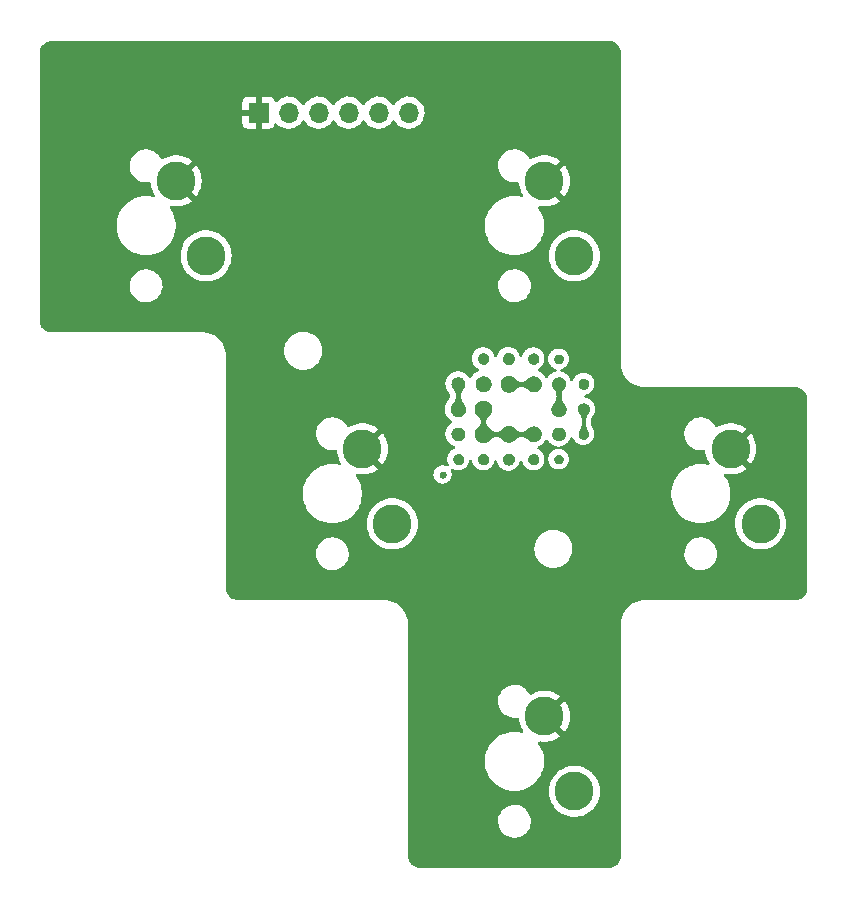
<source format=gbr>
%TF.GenerationSoftware,KiCad,Pcbnew,(6.0.7)*%
%TF.CreationDate,2023-01-05T19:36:48-06:00*%
%TF.ProjectId,OpenRectangle,4f70656e-5265-4637-9461-6e676c652e6b,rev?*%
%TF.SameCoordinates,Original*%
%TF.FileFunction,Copper,L1,Top*%
%TF.FilePolarity,Positive*%
%FSLAX46Y46*%
G04 Gerber Fmt 4.6, Leading zero omitted, Abs format (unit mm)*
G04 Created by KiCad (PCBNEW (6.0.7)) date 2023-01-05 19:36:48*
%MOMM*%
%LPD*%
G01*
G04 APERTURE LIST*
%TA.AperFunction,EtchedComponent*%
%ADD10C,0.010000*%
%TD*%
%TA.AperFunction,ComponentPad*%
%ADD11C,3.300000*%
%TD*%
%TA.AperFunction,ComponentPad*%
%ADD12R,1.700000X1.700000*%
%TD*%
%TA.AperFunction,ComponentPad*%
%ADD13O,1.700000X1.700000*%
%TD*%
G04 APERTURE END LIST*
%TO.C,H19*%
G36*
X292067264Y-62616892D02*
G01*
X292085431Y-62618393D01*
X292094221Y-62619883D01*
X292129874Y-62629994D01*
X292163278Y-62644400D01*
X292194084Y-62662821D01*
X292221945Y-62684975D01*
X292246512Y-62710580D01*
X292267437Y-62739355D01*
X292284372Y-62771019D01*
X292286114Y-62774986D01*
X292292780Y-62791227D01*
X292297702Y-62805327D01*
X292301132Y-62818625D01*
X292303323Y-62832457D01*
X292304524Y-62848162D01*
X292304988Y-62867076D01*
X292305023Y-62875559D01*
X292304951Y-62892270D01*
X292304646Y-62905038D01*
X292304002Y-62915000D01*
X292302914Y-62923291D01*
X292301275Y-62931046D01*
X292299079Y-62939059D01*
X292286355Y-62973661D01*
X292269243Y-63006159D01*
X292248098Y-63036030D01*
X292223279Y-63062753D01*
X292202171Y-63080642D01*
X292187704Y-63090390D01*
X292169982Y-63100401D01*
X292150663Y-63109881D01*
X292131404Y-63118036D01*
X292113862Y-63124074D01*
X292108438Y-63125539D01*
X292074337Y-63131411D01*
X292040441Y-63132459D01*
X292007135Y-63128937D01*
X291974804Y-63121099D01*
X291943835Y-63109197D01*
X291914613Y-63093485D01*
X291887524Y-63074217D01*
X291862955Y-63051645D01*
X291841290Y-63026022D01*
X291822917Y-62997603D01*
X291808220Y-62966641D01*
X291797586Y-62933388D01*
X291794552Y-62919476D01*
X291792339Y-62902952D01*
X291791217Y-62883730D01*
X291791188Y-62863711D01*
X291792253Y-62844800D01*
X291794414Y-62828900D01*
X291794480Y-62828569D01*
X291803969Y-62793840D01*
X291817923Y-62761113D01*
X291835997Y-62730753D01*
X291857847Y-62703122D01*
X291883129Y-62678583D01*
X291911501Y-62657500D01*
X291942616Y-62640237D01*
X291976132Y-62627156D01*
X291988510Y-62623596D01*
X292005797Y-62620130D01*
X292025790Y-62617819D01*
X292046832Y-62616720D01*
X292067264Y-62616892D01*
G37*
D10*
X292067264Y-62616892D02*
X292085431Y-62618393D01*
X292094221Y-62619883D01*
X292129874Y-62629994D01*
X292163278Y-62644400D01*
X292194084Y-62662821D01*
X292221945Y-62684975D01*
X292246512Y-62710580D01*
X292267437Y-62739355D01*
X292284372Y-62771019D01*
X292286114Y-62774986D01*
X292292780Y-62791227D01*
X292297702Y-62805327D01*
X292301132Y-62818625D01*
X292303323Y-62832457D01*
X292304524Y-62848162D01*
X292304988Y-62867076D01*
X292305023Y-62875559D01*
X292304951Y-62892270D01*
X292304646Y-62905038D01*
X292304002Y-62915000D01*
X292302914Y-62923291D01*
X292301275Y-62931046D01*
X292299079Y-62939059D01*
X292286355Y-62973661D01*
X292269243Y-63006159D01*
X292248098Y-63036030D01*
X292223279Y-63062753D01*
X292202171Y-63080642D01*
X292187704Y-63090390D01*
X292169982Y-63100401D01*
X292150663Y-63109881D01*
X292131404Y-63118036D01*
X292113862Y-63124074D01*
X292108438Y-63125539D01*
X292074337Y-63131411D01*
X292040441Y-63132459D01*
X292007135Y-63128937D01*
X291974804Y-63121099D01*
X291943835Y-63109197D01*
X291914613Y-63093485D01*
X291887524Y-63074217D01*
X291862955Y-63051645D01*
X291841290Y-63026022D01*
X291822917Y-62997603D01*
X291808220Y-62966641D01*
X291797586Y-62933388D01*
X291794552Y-62919476D01*
X291792339Y-62902952D01*
X291791217Y-62883730D01*
X291791188Y-62863711D01*
X291792253Y-62844800D01*
X291794414Y-62828900D01*
X291794480Y-62828569D01*
X291803969Y-62793840D01*
X291817923Y-62761113D01*
X291835997Y-62730753D01*
X291857847Y-62703122D01*
X291883129Y-62678583D01*
X291911501Y-62657500D01*
X291942616Y-62640237D01*
X291976132Y-62627156D01*
X291988510Y-62623596D01*
X292005797Y-62620130D01*
X292025790Y-62617819D01*
X292046832Y-62616720D01*
X292067264Y-62616892D01*
G36*
X293374204Y-54645524D02*
G01*
X293400639Y-54646862D01*
X293415909Y-54648311D01*
X293467368Y-54656779D01*
X293517097Y-54669868D01*
X293564867Y-54687346D01*
X293610451Y-54708981D01*
X293653622Y-54734543D01*
X293694151Y-54763799D01*
X293731811Y-54796517D01*
X293766374Y-54832466D01*
X293797612Y-54871414D01*
X293825298Y-54913130D01*
X293849204Y-54957381D01*
X293869102Y-55003937D01*
X293884765Y-55052565D01*
X293895964Y-55103034D01*
X293901319Y-55142163D01*
X293903792Y-55191631D01*
X293901395Y-55241473D01*
X293894267Y-55291207D01*
X293882544Y-55340350D01*
X293866364Y-55388418D01*
X293845865Y-55434929D01*
X293821185Y-55479400D01*
X293793691Y-55519719D01*
X293787078Y-55528111D01*
X293778044Y-55539014D01*
X293767618Y-55551211D01*
X293756832Y-55563485D01*
X293753082Y-55567663D01*
X293730763Y-55594281D01*
X293707945Y-55625127D01*
X293685119Y-55659442D01*
X293662770Y-55696470D01*
X293641388Y-55735453D01*
X293628465Y-55761019D01*
X293598780Y-55827331D01*
X293574044Y-55894546D01*
X293554240Y-55962489D01*
X293539354Y-56030986D01*
X293529369Y-56099860D01*
X293524270Y-56168938D01*
X293524041Y-56238044D01*
X293528667Y-56307003D01*
X293538131Y-56375640D01*
X293552419Y-56443780D01*
X293571514Y-56511248D01*
X293595400Y-56577869D01*
X293624063Y-56643468D01*
X293657486Y-56707870D01*
X293695653Y-56770900D01*
X293722530Y-56810392D01*
X293736237Y-56829186D01*
X293752299Y-56850414D01*
X293769669Y-56872738D01*
X293787299Y-56894821D01*
X293804141Y-56915325D01*
X293812376Y-56925078D01*
X293833975Y-56951410D01*
X293852763Y-56976742D01*
X293870103Y-57002968D01*
X293879399Y-57018262D01*
X293905035Y-57066502D01*
X293926158Y-57116776D01*
X293942719Y-57168690D01*
X293954667Y-57221852D01*
X293961953Y-57275867D01*
X293964527Y-57330342D01*
X293962339Y-57384885D01*
X293955339Y-57439102D01*
X293943476Y-57492598D01*
X293940815Y-57502143D01*
X293923587Y-57552993D01*
X293901745Y-57602229D01*
X293875579Y-57649393D01*
X293845378Y-57694026D01*
X293811432Y-57735668D01*
X293774030Y-57773862D01*
X293763001Y-57783855D01*
X293720085Y-57818700D01*
X293675409Y-57848988D01*
X293628704Y-57874840D01*
X293579703Y-57896377D01*
X293528138Y-57913720D01*
X293473741Y-57926992D01*
X293430261Y-57934440D01*
X293417612Y-57935743D01*
X293401107Y-57936707D01*
X293381888Y-57937334D01*
X293361097Y-57937625D01*
X293339878Y-57937579D01*
X293319371Y-57937199D01*
X293300719Y-57936485D01*
X293285064Y-57935436D01*
X293275321Y-57934337D01*
X293218208Y-57923529D01*
X293163642Y-57908427D01*
X293111716Y-57889078D01*
X293062522Y-57865531D01*
X293016152Y-57837835D01*
X292972699Y-57806038D01*
X292932256Y-57770190D01*
X292901567Y-57737990D01*
X292866090Y-57694224D01*
X292835193Y-57648319D01*
X292808837Y-57600194D01*
X292786982Y-57549763D01*
X292769591Y-57496944D01*
X292756624Y-57441653D01*
X292752205Y-57415829D01*
X292750947Y-57405285D01*
X292749771Y-57391230D01*
X292748715Y-57374728D01*
X292747820Y-57356847D01*
X292747127Y-57338652D01*
X292746675Y-57321208D01*
X292746506Y-57305581D01*
X292746659Y-57292838D01*
X292747175Y-57284043D01*
X292747208Y-57283749D01*
X292747958Y-57277246D01*
X292749081Y-57267396D01*
X292750384Y-57255898D01*
X292750968Y-57250729D01*
X292758464Y-57204411D01*
X292770428Y-57157355D01*
X292786504Y-57110428D01*
X292806338Y-57064495D01*
X292829577Y-57020421D01*
X292855867Y-56979073D01*
X292869885Y-56959899D01*
X292876665Y-56951343D01*
X292885474Y-56940629D01*
X292894958Y-56929391D01*
X292900644Y-56922805D01*
X292936140Y-56881002D01*
X292967832Y-56841179D01*
X292996221Y-56802615D01*
X293021805Y-56764590D01*
X293045086Y-56726384D01*
X293066562Y-56687276D01*
X293073283Y-56674161D01*
X293098802Y-56619742D01*
X293120721Y-56564705D01*
X293139240Y-56508342D01*
X293154561Y-56449943D01*
X293166885Y-56388801D01*
X293176411Y-56324207D01*
X293179110Y-56300769D01*
X293183057Y-56245206D01*
X293183376Y-56187047D01*
X293180164Y-56127148D01*
X293173519Y-56066367D01*
X293163538Y-56005562D01*
X293150317Y-55945590D01*
X293133954Y-55887307D01*
X293131353Y-55879129D01*
X293117378Y-55839036D01*
X293101518Y-55799182D01*
X293084107Y-55760177D01*
X293065478Y-55722634D01*
X293045966Y-55687166D01*
X293025904Y-55654384D01*
X293005627Y-55624900D01*
X292985466Y-55599328D01*
X292969178Y-55581627D01*
X292932508Y-55541715D01*
X292900494Y-55499829D01*
X292873057Y-55455837D01*
X292850120Y-55409609D01*
X292831604Y-55361012D01*
X292824988Y-55339379D01*
X292813282Y-55289170D01*
X292806514Y-55238740D01*
X292804570Y-55188388D01*
X292807337Y-55138414D01*
X292814700Y-55089116D01*
X292826544Y-55040794D01*
X292842755Y-54993748D01*
X292863218Y-54948275D01*
X292887820Y-54904675D01*
X292916445Y-54863248D01*
X292948980Y-54824293D01*
X292985311Y-54788108D01*
X293025321Y-54754994D01*
X293056881Y-54732869D01*
X293100377Y-54707452D01*
X293146737Y-54685897D01*
X293195214Y-54668492D01*
X293245064Y-54655525D01*
X293268971Y-54651010D01*
X293291916Y-54648074D01*
X293318198Y-54646160D01*
X293346176Y-54645300D01*
X293374204Y-54645524D01*
G37*
X293374204Y-54645524D02*
X293400639Y-54646862D01*
X293415909Y-54648311D01*
X293467368Y-54656779D01*
X293517097Y-54669868D01*
X293564867Y-54687346D01*
X293610451Y-54708981D01*
X293653622Y-54734543D01*
X293694151Y-54763799D01*
X293731811Y-54796517D01*
X293766374Y-54832466D01*
X293797612Y-54871414D01*
X293825298Y-54913130D01*
X293849204Y-54957381D01*
X293869102Y-55003937D01*
X293884765Y-55052565D01*
X293895964Y-55103034D01*
X293901319Y-55142163D01*
X293903792Y-55191631D01*
X293901395Y-55241473D01*
X293894267Y-55291207D01*
X293882544Y-55340350D01*
X293866364Y-55388418D01*
X293845865Y-55434929D01*
X293821185Y-55479400D01*
X293793691Y-55519719D01*
X293787078Y-55528111D01*
X293778044Y-55539014D01*
X293767618Y-55551211D01*
X293756832Y-55563485D01*
X293753082Y-55567663D01*
X293730763Y-55594281D01*
X293707945Y-55625127D01*
X293685119Y-55659442D01*
X293662770Y-55696470D01*
X293641388Y-55735453D01*
X293628465Y-55761019D01*
X293598780Y-55827331D01*
X293574044Y-55894546D01*
X293554240Y-55962489D01*
X293539354Y-56030986D01*
X293529369Y-56099860D01*
X293524270Y-56168938D01*
X293524041Y-56238044D01*
X293528667Y-56307003D01*
X293538131Y-56375640D01*
X293552419Y-56443780D01*
X293571514Y-56511248D01*
X293595400Y-56577869D01*
X293624063Y-56643468D01*
X293657486Y-56707870D01*
X293695653Y-56770900D01*
X293722530Y-56810392D01*
X293736237Y-56829186D01*
X293752299Y-56850414D01*
X293769669Y-56872738D01*
X293787299Y-56894821D01*
X293804141Y-56915325D01*
X293812376Y-56925078D01*
X293833975Y-56951410D01*
X293852763Y-56976742D01*
X293870103Y-57002968D01*
X293879399Y-57018262D01*
X293905035Y-57066502D01*
X293926158Y-57116776D01*
X293942719Y-57168690D01*
X293954667Y-57221852D01*
X293961953Y-57275867D01*
X293964527Y-57330342D01*
X293962339Y-57384885D01*
X293955339Y-57439102D01*
X293943476Y-57492598D01*
X293940815Y-57502143D01*
X293923587Y-57552993D01*
X293901745Y-57602229D01*
X293875579Y-57649393D01*
X293845378Y-57694026D01*
X293811432Y-57735668D01*
X293774030Y-57773862D01*
X293763001Y-57783855D01*
X293720085Y-57818700D01*
X293675409Y-57848988D01*
X293628704Y-57874840D01*
X293579703Y-57896377D01*
X293528138Y-57913720D01*
X293473741Y-57926992D01*
X293430261Y-57934440D01*
X293417612Y-57935743D01*
X293401107Y-57936707D01*
X293381888Y-57937334D01*
X293361097Y-57937625D01*
X293339878Y-57937579D01*
X293319371Y-57937199D01*
X293300719Y-57936485D01*
X293285064Y-57935436D01*
X293275321Y-57934337D01*
X293218208Y-57923529D01*
X293163642Y-57908427D01*
X293111716Y-57889078D01*
X293062522Y-57865531D01*
X293016152Y-57837835D01*
X292972699Y-57806038D01*
X292932256Y-57770190D01*
X292901567Y-57737990D01*
X292866090Y-57694224D01*
X292835193Y-57648319D01*
X292808837Y-57600194D01*
X292786982Y-57549763D01*
X292769591Y-57496944D01*
X292756624Y-57441653D01*
X292752205Y-57415829D01*
X292750947Y-57405285D01*
X292749771Y-57391230D01*
X292748715Y-57374728D01*
X292747820Y-57356847D01*
X292747127Y-57338652D01*
X292746675Y-57321208D01*
X292746506Y-57305581D01*
X292746659Y-57292838D01*
X292747175Y-57284043D01*
X292747208Y-57283749D01*
X292747958Y-57277246D01*
X292749081Y-57267396D01*
X292750384Y-57255898D01*
X292750968Y-57250729D01*
X292758464Y-57204411D01*
X292770428Y-57157355D01*
X292786504Y-57110428D01*
X292806338Y-57064495D01*
X292829577Y-57020421D01*
X292855867Y-56979073D01*
X292869885Y-56959899D01*
X292876665Y-56951343D01*
X292885474Y-56940629D01*
X292894958Y-56929391D01*
X292900644Y-56922805D01*
X292936140Y-56881002D01*
X292967832Y-56841179D01*
X292996221Y-56802615D01*
X293021805Y-56764590D01*
X293045086Y-56726384D01*
X293066562Y-56687276D01*
X293073283Y-56674161D01*
X293098802Y-56619742D01*
X293120721Y-56564705D01*
X293139240Y-56508342D01*
X293154561Y-56449943D01*
X293166885Y-56388801D01*
X293176411Y-56324207D01*
X293179110Y-56300769D01*
X293183057Y-56245206D01*
X293183376Y-56187047D01*
X293180164Y-56127148D01*
X293173519Y-56066367D01*
X293163538Y-56005562D01*
X293150317Y-55945590D01*
X293133954Y-55887307D01*
X293131353Y-55879129D01*
X293117378Y-55839036D01*
X293101518Y-55799182D01*
X293084107Y-55760177D01*
X293065478Y-55722634D01*
X293045966Y-55687166D01*
X293025904Y-55654384D01*
X293005627Y-55624900D01*
X292985466Y-55599328D01*
X292969178Y-55581627D01*
X292932508Y-55541715D01*
X292900494Y-55499829D01*
X292873057Y-55455837D01*
X292850120Y-55409609D01*
X292831604Y-55361012D01*
X292824988Y-55339379D01*
X292813282Y-55289170D01*
X292806514Y-55238740D01*
X292804570Y-55188388D01*
X292807337Y-55138414D01*
X292814700Y-55089116D01*
X292826544Y-55040794D01*
X292842755Y-54993748D01*
X292863218Y-54948275D01*
X292887820Y-54904675D01*
X292916445Y-54863248D01*
X292948980Y-54824293D01*
X292985311Y-54788108D01*
X293025321Y-54754994D01*
X293056881Y-54732869D01*
X293100377Y-54707452D01*
X293146737Y-54685897D01*
X293195214Y-54668492D01*
X293245064Y-54655525D01*
X293268971Y-54651010D01*
X293291916Y-54648074D01*
X293318198Y-54646160D01*
X293346176Y-54645300D01*
X293374204Y-54645524D01*
G36*
X293405315Y-58895089D02*
G01*
X293455042Y-58902967D01*
X293504057Y-58915596D01*
X293552082Y-58932935D01*
X293598837Y-58954947D01*
X293644044Y-58981590D01*
X293672831Y-59001644D01*
X293687295Y-59013207D01*
X293703840Y-59027800D01*
X293721463Y-59044424D01*
X293739162Y-59062075D01*
X293755936Y-59079751D01*
X293770782Y-59096451D01*
X293782699Y-59111172D01*
X293783730Y-59112549D01*
X293814053Y-59157372D01*
X293839462Y-59203467D01*
X293859969Y-59250870D01*
X293875587Y-59299615D01*
X293886328Y-59349738D01*
X293892206Y-59401274D01*
X293892987Y-59416079D01*
X293892533Y-59467509D01*
X293887195Y-59518150D01*
X293877144Y-59567714D01*
X293862551Y-59615913D01*
X293843587Y-59662462D01*
X293820423Y-59707072D01*
X293793231Y-59749457D01*
X293762180Y-59789330D01*
X293727442Y-59826404D01*
X293689189Y-59860392D01*
X293647590Y-59891006D01*
X293602818Y-59917961D01*
X293589927Y-59924716D01*
X293542568Y-59946003D01*
X293493303Y-59962699D01*
X293441835Y-59974900D01*
X293425181Y-59977818D01*
X293404218Y-59980341D01*
X293379752Y-59981888D01*
X293353266Y-59982469D01*
X293326239Y-59982095D01*
X293300152Y-59980777D01*
X293276488Y-59978524D01*
X293263795Y-59976682D01*
X293212376Y-59965437D01*
X293162920Y-59949668D01*
X293115655Y-59929606D01*
X293070806Y-59905479D01*
X293028600Y-59877518D01*
X292989263Y-59845953D01*
X292953022Y-59811014D01*
X292920102Y-59772931D01*
X292890730Y-59731935D01*
X292865133Y-59688254D01*
X292843536Y-59642120D01*
X292826167Y-59593763D01*
X292813251Y-59543411D01*
X292807869Y-59513249D01*
X292805733Y-59495190D01*
X292804146Y-59473968D01*
X292803152Y-59451173D01*
X292802795Y-59428393D01*
X292803117Y-59407215D01*
X292804163Y-59389228D01*
X292804389Y-59386869D01*
X292812180Y-59335140D01*
X292824809Y-59284763D01*
X292842155Y-59235990D01*
X292864098Y-59189075D01*
X292890515Y-59144269D01*
X292921286Y-59101826D01*
X292956289Y-59061997D01*
X292964061Y-59054094D01*
X293001649Y-59019467D01*
X293040561Y-58989422D01*
X293081495Y-58963500D01*
X293125153Y-58941242D01*
X293155775Y-58928345D01*
X293204874Y-58911876D01*
X293254656Y-58900355D01*
X293304844Y-58893744D01*
X293355156Y-58892002D01*
X293405315Y-58895089D01*
G37*
X293405315Y-58895089D02*
X293455042Y-58902967D01*
X293504057Y-58915596D01*
X293552082Y-58932935D01*
X293598837Y-58954947D01*
X293644044Y-58981590D01*
X293672831Y-59001644D01*
X293687295Y-59013207D01*
X293703840Y-59027800D01*
X293721463Y-59044424D01*
X293739162Y-59062075D01*
X293755936Y-59079751D01*
X293770782Y-59096451D01*
X293782699Y-59111172D01*
X293783730Y-59112549D01*
X293814053Y-59157372D01*
X293839462Y-59203467D01*
X293859969Y-59250870D01*
X293875587Y-59299615D01*
X293886328Y-59349738D01*
X293892206Y-59401274D01*
X293892987Y-59416079D01*
X293892533Y-59467509D01*
X293887195Y-59518150D01*
X293877144Y-59567714D01*
X293862551Y-59615913D01*
X293843587Y-59662462D01*
X293820423Y-59707072D01*
X293793231Y-59749457D01*
X293762180Y-59789330D01*
X293727442Y-59826404D01*
X293689189Y-59860392D01*
X293647590Y-59891006D01*
X293602818Y-59917961D01*
X293589927Y-59924716D01*
X293542568Y-59946003D01*
X293493303Y-59962699D01*
X293441835Y-59974900D01*
X293425181Y-59977818D01*
X293404218Y-59980341D01*
X293379752Y-59981888D01*
X293353266Y-59982469D01*
X293326239Y-59982095D01*
X293300152Y-59980777D01*
X293276488Y-59978524D01*
X293263795Y-59976682D01*
X293212376Y-59965437D01*
X293162920Y-59949668D01*
X293115655Y-59929606D01*
X293070806Y-59905479D01*
X293028600Y-59877518D01*
X292989263Y-59845953D01*
X292953022Y-59811014D01*
X292920102Y-59772931D01*
X292890730Y-59731935D01*
X292865133Y-59688254D01*
X292843536Y-59642120D01*
X292826167Y-59593763D01*
X292813251Y-59543411D01*
X292807869Y-59513249D01*
X292805733Y-59495190D01*
X292804146Y-59473968D01*
X292803152Y-59451173D01*
X292802795Y-59428393D01*
X292803117Y-59407215D01*
X292804163Y-59389228D01*
X292804389Y-59386869D01*
X292812180Y-59335140D01*
X292824809Y-59284763D01*
X292842155Y-59235990D01*
X292864098Y-59189075D01*
X292890515Y-59144269D01*
X292921286Y-59101826D01*
X292956289Y-59061997D01*
X292964061Y-59054094D01*
X293001649Y-59019467D01*
X293040561Y-58989422D01*
X293081495Y-58963500D01*
X293125153Y-58941242D01*
X293155775Y-58928345D01*
X293204874Y-58911876D01*
X293254656Y-58900355D01*
X293304844Y-58893744D01*
X293355156Y-58892002D01*
X293405315Y-58895089D01*
G36*
X293402594Y-61156423D02*
G01*
X293423202Y-61157297D01*
X293441285Y-61158944D01*
X293458110Y-61161552D01*
X293474949Y-61165306D01*
X293493069Y-61170391D01*
X293508149Y-61175153D01*
X293550262Y-61191462D01*
X293589748Y-61211875D01*
X293626421Y-61236068D01*
X293660093Y-61263716D01*
X293690578Y-61294495D01*
X293717687Y-61328079D01*
X293741235Y-61364146D01*
X293761034Y-61402369D01*
X293776898Y-61442426D01*
X293788638Y-61483990D01*
X293796069Y-61526738D01*
X293799003Y-61570345D01*
X293797252Y-61614487D01*
X293790631Y-61658839D01*
X293789639Y-61663527D01*
X293777496Y-61707558D01*
X293760790Y-61749677D01*
X293739779Y-61789569D01*
X293714723Y-61826917D01*
X293685880Y-61861404D01*
X293653510Y-61892715D01*
X293617871Y-61920533D01*
X293579224Y-61944542D01*
X293545923Y-61960966D01*
X293504235Y-61976592D01*
X293460959Y-61987663D01*
X293416684Y-61994151D01*
X293371998Y-61996028D01*
X293327490Y-61993266D01*
X293283748Y-61985837D01*
X293246035Y-61975308D01*
X293203599Y-61958544D01*
X293163837Y-61937690D01*
X293126946Y-61913058D01*
X293093122Y-61884965D01*
X293062561Y-61853723D01*
X293035461Y-61819647D01*
X293012016Y-61783052D01*
X292992423Y-61744251D01*
X292976879Y-61703558D01*
X292965580Y-61661289D01*
X292958721Y-61617757D01*
X292956499Y-61573277D01*
X292959111Y-61528162D01*
X292960389Y-61517929D01*
X292969084Y-61472933D01*
X292982531Y-61429644D01*
X293000634Y-61388244D01*
X293023298Y-61348919D01*
X293050426Y-61311854D01*
X293081924Y-61277233D01*
X293087765Y-61271549D01*
X293123165Y-61241049D01*
X293160920Y-61215033D01*
X293201114Y-61193457D01*
X293243832Y-61176276D01*
X293289161Y-61163444D01*
X293295770Y-61161982D01*
X293305936Y-61159929D01*
X293315228Y-61158406D01*
X293324692Y-61157340D01*
X293335376Y-61156657D01*
X293348328Y-61156281D01*
X293364593Y-61156139D01*
X293378191Y-61156138D01*
X293402594Y-61156423D01*
G37*
X293402594Y-61156423D02*
X293423202Y-61157297D01*
X293441285Y-61158944D01*
X293458110Y-61161552D01*
X293474949Y-61165306D01*
X293493069Y-61170391D01*
X293508149Y-61175153D01*
X293550262Y-61191462D01*
X293589748Y-61211875D01*
X293626421Y-61236068D01*
X293660093Y-61263716D01*
X293690578Y-61294495D01*
X293717687Y-61328079D01*
X293741235Y-61364146D01*
X293761034Y-61402369D01*
X293776898Y-61442426D01*
X293788638Y-61483990D01*
X293796069Y-61526738D01*
X293799003Y-61570345D01*
X293797252Y-61614487D01*
X293790631Y-61658839D01*
X293789639Y-61663527D01*
X293777496Y-61707558D01*
X293760790Y-61749677D01*
X293739779Y-61789569D01*
X293714723Y-61826917D01*
X293685880Y-61861404D01*
X293653510Y-61892715D01*
X293617871Y-61920533D01*
X293579224Y-61944542D01*
X293545923Y-61960966D01*
X293504235Y-61976592D01*
X293460959Y-61987663D01*
X293416684Y-61994151D01*
X293371998Y-61996028D01*
X293327490Y-61993266D01*
X293283748Y-61985837D01*
X293246035Y-61975308D01*
X293203599Y-61958544D01*
X293163837Y-61937690D01*
X293126946Y-61913058D01*
X293093122Y-61884965D01*
X293062561Y-61853723D01*
X293035461Y-61819647D01*
X293012016Y-61783052D01*
X292992423Y-61744251D01*
X292976879Y-61703558D01*
X292965580Y-61661289D01*
X292958721Y-61617757D01*
X292956499Y-61573277D01*
X292959111Y-61528162D01*
X292960389Y-61517929D01*
X292969084Y-61472933D01*
X292982531Y-61429644D01*
X293000634Y-61388244D01*
X293023298Y-61348919D01*
X293050426Y-61311854D01*
X293081924Y-61277233D01*
X293087765Y-61271549D01*
X293123165Y-61241049D01*
X293160920Y-61215033D01*
X293201114Y-61193457D01*
X293243832Y-61176276D01*
X293289161Y-61163444D01*
X293295770Y-61161982D01*
X293305936Y-61159929D01*
X293315228Y-61158406D01*
X293324692Y-61157340D01*
X293335376Y-61156657D01*
X293348328Y-61156281D01*
X293364593Y-61156139D01*
X293378191Y-61156138D01*
X293402594Y-61156423D01*
G36*
X295471151Y-56617098D02*
G01*
X295495559Y-56617213D01*
X295515635Y-56617509D01*
X295532126Y-56618017D01*
X295545779Y-56618772D01*
X295557341Y-56619806D01*
X295567558Y-56621153D01*
X295569669Y-56621490D01*
X295630664Y-56633839D01*
X295688881Y-56650419D01*
X295744458Y-56671300D01*
X295797531Y-56696550D01*
X295848236Y-56726239D01*
X295896709Y-56760436D01*
X295943086Y-56799210D01*
X295970500Y-56825234D01*
X296011774Y-56869787D01*
X296048953Y-56917230D01*
X296081914Y-56967320D01*
X296110533Y-57019815D01*
X296134687Y-57074475D01*
X296154253Y-57131056D01*
X296169108Y-57189317D01*
X296176358Y-57229139D01*
X296177997Y-57243143D01*
X296179313Y-57261044D01*
X296180301Y-57281833D01*
X296180952Y-57304500D01*
X296181261Y-57328037D01*
X296181221Y-57351435D01*
X296180826Y-57373683D01*
X296180067Y-57393774D01*
X296178940Y-57410697D01*
X296177635Y-57422179D01*
X296165998Y-57483046D01*
X296149797Y-57541863D01*
X296129133Y-57598464D01*
X296104108Y-57652681D01*
X296074823Y-57704351D01*
X296041377Y-57753306D01*
X296003872Y-57799381D01*
X295962409Y-57842410D01*
X295917089Y-57882227D01*
X295881361Y-57909361D01*
X295865453Y-57920837D01*
X295852699Y-57930442D01*
X295842026Y-57939122D01*
X295832358Y-57947823D01*
X295822622Y-57957489D01*
X295811745Y-57969066D01*
X295804451Y-57977072D01*
X295767464Y-58020991D01*
X295735384Y-58065705D01*
X295708059Y-58111563D01*
X295685335Y-58158910D01*
X295667060Y-58208093D01*
X295653082Y-58259460D01*
X295643246Y-58313357D01*
X295638701Y-58353264D01*
X295637600Y-58368180D01*
X295637187Y-58381347D01*
X295637495Y-58394545D01*
X295638554Y-58409555D01*
X295639964Y-58424066D01*
X295648138Y-58480373D01*
X295660683Y-58534194D01*
X295677679Y-58585693D01*
X295699201Y-58635036D01*
X295725329Y-58682388D01*
X295756140Y-58727916D01*
X295791711Y-58771785D01*
X295815144Y-58797143D01*
X295831531Y-58813253D01*
X295847598Y-58827505D01*
X295862185Y-58838880D01*
X295865465Y-58841157D01*
X295905588Y-58870588D01*
X295944958Y-58904128D01*
X295982594Y-58940811D01*
X296017512Y-58979672D01*
X296048730Y-59019744D01*
X296052414Y-59024919D01*
X296060856Y-59035398D01*
X296072848Y-59048118D01*
X296087728Y-59062472D01*
X296104837Y-59077855D01*
X296123515Y-59093662D01*
X296143102Y-59109287D01*
X296150601Y-59115016D01*
X296200301Y-59149762D01*
X296251019Y-59179686D01*
X296303083Y-59204913D01*
X296356824Y-59225565D01*
X296412569Y-59241766D01*
X296470649Y-59253639D01*
X296531391Y-59261308D01*
X296543846Y-59262344D01*
X296586263Y-59263617D01*
X296631221Y-59261305D01*
X296677839Y-59255574D01*
X296725233Y-59246591D01*
X296772520Y-59234522D01*
X296818817Y-59219533D01*
X296861553Y-59202533D01*
X296894249Y-59186913D01*
X296927677Y-59168521D01*
X296961074Y-59147913D01*
X296993675Y-59125648D01*
X297024718Y-59102283D01*
X297053438Y-59078375D01*
X297079072Y-59054483D01*
X297100856Y-59031163D01*
X297107878Y-59022677D01*
X297129402Y-58997116D01*
X297153053Y-58971606D01*
X297177245Y-58947803D01*
X297194349Y-58932445D01*
X297241064Y-58895459D01*
X297289367Y-58863272D01*
X297339428Y-58835805D01*
X297391416Y-58812980D01*
X297445502Y-58794717D01*
X297501853Y-58780938D01*
X297531607Y-58775598D01*
X297548598Y-58773553D01*
X297569451Y-58772067D01*
X297592976Y-58771139D01*
X297617987Y-58770768D01*
X297643295Y-58770954D01*
X297667712Y-58771696D01*
X297690050Y-58772994D01*
X297709122Y-58774847D01*
X297715241Y-58775692D01*
X297773067Y-58787084D01*
X297829223Y-58803256D01*
X297883541Y-58824135D01*
X297935858Y-58849649D01*
X297986008Y-58879727D01*
X298033825Y-58914296D01*
X298034756Y-58915032D01*
X298053659Y-58930939D01*
X298074153Y-58949794D01*
X298094982Y-58970340D01*
X298114888Y-58991318D01*
X298132612Y-59011471D01*
X298139051Y-59019321D01*
X298159504Y-59042416D01*
X298184274Y-59066165D01*
X298212723Y-59090088D01*
X298244214Y-59113708D01*
X298278111Y-59136545D01*
X298313777Y-59158122D01*
X298349031Y-59177174D01*
X298396525Y-59199540D01*
X298444275Y-59218291D01*
X298493077Y-59233641D01*
X298543729Y-59245804D01*
X298597027Y-59254993D01*
X298653770Y-59261423D01*
X298667306Y-59262528D01*
X298690139Y-59263859D01*
X298710744Y-59264068D01*
X298731847Y-59263154D01*
X298740966Y-59262479D01*
X298796490Y-59256688D01*
X298848324Y-59248500D01*
X298897374Y-59237685D01*
X298944546Y-59224014D01*
X298990744Y-59207257D01*
X299036437Y-59187387D01*
X299060939Y-59175170D01*
X299086193Y-59161263D01*
X299111560Y-59146115D01*
X299136401Y-59130172D01*
X299160077Y-59113880D01*
X299181947Y-59097686D01*
X299201373Y-59082038D01*
X299217715Y-59067381D01*
X299230332Y-59054163D01*
X299234428Y-59049067D01*
X299242602Y-59039041D01*
X299253857Y-59026481D01*
X299267413Y-59012155D01*
X299282488Y-58996831D01*
X299298304Y-58981275D01*
X299314079Y-58966255D01*
X299329032Y-58952538D01*
X299342384Y-58940892D01*
X299353353Y-58932084D01*
X299353643Y-58931867D01*
X299401321Y-58899301D01*
X299450615Y-58871411D01*
X299501317Y-58848241D01*
X299553219Y-58829836D01*
X299606110Y-58816241D01*
X299659783Y-58807502D01*
X299714028Y-58803662D01*
X299768637Y-58804768D01*
X299823400Y-58810863D01*
X299871701Y-58820425D01*
X299924966Y-58835721D01*
X299976284Y-58855541D01*
X300025420Y-58879636D01*
X300072142Y-58907756D01*
X300116216Y-58939652D01*
X300157408Y-58975075D01*
X300195484Y-59013776D01*
X300230210Y-59055505D01*
X300261353Y-59100014D01*
X300288679Y-59147053D01*
X300311955Y-59196373D01*
X300330946Y-59247725D01*
X300345419Y-59300859D01*
X300351599Y-59332090D01*
X300358267Y-59385949D01*
X300359975Y-59439943D01*
X300356826Y-59493752D01*
X300348919Y-59547058D01*
X300336356Y-59599543D01*
X300319237Y-59650886D01*
X300297664Y-59700771D01*
X300271736Y-59748878D01*
X300241556Y-59794888D01*
X300207223Y-59838483D01*
X300182958Y-59865134D01*
X300140760Y-59905506D01*
X300096313Y-59941323D01*
X300049592Y-59972599D01*
X300000572Y-59999346D01*
X299949229Y-60021578D01*
X299895539Y-60039308D01*
X299839475Y-60052548D01*
X299816576Y-60056558D01*
X299799165Y-60058649D01*
X299777963Y-60060134D01*
X299754225Y-60061016D01*
X299729205Y-60061294D01*
X299704156Y-60060970D01*
X299680332Y-60060044D01*
X299658988Y-60058517D01*
X299641831Y-60056461D01*
X299585911Y-60045232D01*
X299531786Y-60029276D01*
X299479596Y-60008673D01*
X299429482Y-59983498D01*
X299381585Y-59953828D01*
X299336045Y-59919742D01*
X299293003Y-59881316D01*
X299259473Y-59846403D01*
X299228226Y-59814554D01*
X299192590Y-59783559D01*
X299153237Y-59753822D01*
X299110839Y-59725748D01*
X299066068Y-59699744D01*
X299019596Y-59676215D01*
X298972094Y-59655566D01*
X298924234Y-59638203D01*
X298904302Y-59632022D01*
X298865966Y-59621761D01*
X298828902Y-59614055D01*
X298791683Y-59608708D01*
X298752877Y-59605528D01*
X298711057Y-59604317D01*
X298700761Y-59604298D01*
X298667790Y-59604817D01*
X298638377Y-59606299D01*
X298611065Y-59608902D01*
X298584396Y-59612788D01*
X298556914Y-59618117D01*
X298539693Y-59622011D01*
X298480415Y-59638603D01*
X298422008Y-59660148D01*
X298364635Y-59686568D01*
X298308458Y-59717783D01*
X298253640Y-59753717D01*
X298231479Y-59769882D01*
X298203474Y-59791593D01*
X298178334Y-59812432D01*
X298156591Y-59831938D01*
X298138776Y-59849652D01*
X298136881Y-59851685D01*
X298100227Y-59889937D01*
X298064775Y-59923810D01*
X298029972Y-59953688D01*
X297995261Y-59979958D01*
X297960087Y-60003005D01*
X297923893Y-60023216D01*
X297886123Y-60040975D01*
X297846223Y-60056668D01*
X297836602Y-60060055D01*
X297800993Y-60071465D01*
X297767344Y-60080297D01*
X297734167Y-60086812D01*
X297699977Y-60091271D01*
X297663289Y-60093936D01*
X297639041Y-60094791D01*
X297597907Y-60094906D01*
X297560065Y-60093093D01*
X297524036Y-60089169D01*
X297488341Y-60082947D01*
X297451501Y-60074244D01*
X297432636Y-60069032D01*
X297381383Y-60051794D01*
X297331283Y-60030049D01*
X297282846Y-60004149D01*
X297236585Y-59974445D01*
X297193012Y-59941287D01*
X297152639Y-59905025D01*
X297115978Y-59866012D01*
X297091242Y-59835179D01*
X297081483Y-59823034D01*
X297070118Y-59810769D01*
X297056567Y-59797851D01*
X297040250Y-59783747D01*
X297020586Y-59767925D01*
X297004041Y-59755179D01*
X296952970Y-59719169D01*
X296900992Y-59688093D01*
X296847871Y-59661849D01*
X296793373Y-59640336D01*
X296737262Y-59623452D01*
X296679303Y-59611096D01*
X296664951Y-59608771D01*
X296649554Y-59606978D01*
X296630480Y-59605613D01*
X296608937Y-59604685D01*
X296586136Y-59604206D01*
X296563286Y-59604186D01*
X296541596Y-59604636D01*
X296522275Y-59605566D01*
X296506533Y-59606987D01*
X296503661Y-59607368D01*
X296444249Y-59618282D01*
X296386568Y-59633830D01*
X296330475Y-59654075D01*
X296275828Y-59679082D01*
X296222484Y-59708913D01*
X296170302Y-59743631D01*
X296132821Y-59772129D01*
X296112620Y-59789024D01*
X296091781Y-59807730D01*
X296071319Y-59827258D01*
X296052247Y-59846617D01*
X296035580Y-59864818D01*
X296025287Y-59877089D01*
X296012075Y-59892758D01*
X295995921Y-59910497D01*
X295977880Y-59929254D01*
X295959004Y-59947977D01*
X295940348Y-59965617D01*
X295922966Y-59981122D01*
X295911120Y-59990940D01*
X295862525Y-60026346D01*
X295811724Y-60057397D01*
X295759009Y-60084010D01*
X295704669Y-60106106D01*
X295648995Y-60123601D01*
X295592277Y-60136415D01*
X295534806Y-60144467D01*
X295476871Y-60147675D01*
X295418765Y-60145958D01*
X295374548Y-60141292D01*
X295315738Y-60130585D01*
X295258350Y-60115053D01*
X295202597Y-60094806D01*
X295148692Y-60069952D01*
X295096848Y-60040602D01*
X295047278Y-60006864D01*
X295000196Y-59968847D01*
X294955814Y-59926662D01*
X294955436Y-59926273D01*
X294916754Y-59882904D01*
X294881634Y-59836388D01*
X294850300Y-59787178D01*
X294822977Y-59735730D01*
X294799890Y-59682500D01*
X294781264Y-59627942D01*
X294767323Y-59572512D01*
X294760040Y-59530379D01*
X294754657Y-59473411D01*
X294754099Y-59415728D01*
X294758267Y-59357863D01*
X294767061Y-59300350D01*
X294780381Y-59243721D01*
X294798129Y-59188510D01*
X294820205Y-59135249D01*
X294841540Y-59093273D01*
X294869318Y-59047315D01*
X294900577Y-59003130D01*
X294934729Y-58961395D01*
X294971187Y-58922787D01*
X295009362Y-58887984D01*
X295041591Y-58862720D01*
X295072024Y-58838452D01*
X295102617Y-58809990D01*
X295132690Y-58778146D01*
X295161559Y-58743737D01*
X295188542Y-58707576D01*
X295212955Y-58670479D01*
X295234118Y-58633259D01*
X295234519Y-58632489D01*
X295257294Y-58583575D01*
X295275037Y-58534263D01*
X295287771Y-58484670D01*
X295295516Y-58434912D01*
X295298297Y-58385106D01*
X295296133Y-58335368D01*
X295289048Y-58285815D01*
X295277064Y-58236564D01*
X295260203Y-58187731D01*
X295238486Y-58139432D01*
X295211936Y-58091785D01*
X295180575Y-58044906D01*
X295144425Y-57998911D01*
X295106661Y-57957172D01*
X295094536Y-57945030D01*
X295081478Y-57932681D01*
X295068741Y-57921264D01*
X295057579Y-57911920D01*
X295053201Y-57908545D01*
X295018444Y-57881456D01*
X294986587Y-57853632D01*
X294955565Y-57823270D01*
X294955436Y-57823136D01*
X294915713Y-57778668D01*
X294880062Y-57731452D01*
X294848595Y-57681783D01*
X294821423Y-57629960D01*
X294798657Y-57576280D01*
X294780409Y-57521040D01*
X294766790Y-57464539D01*
X294757912Y-57407074D01*
X294753887Y-57348941D01*
X294754826Y-57290440D01*
X294754962Y-57288193D01*
X294761119Y-57229282D01*
X294772046Y-57171693D01*
X294787551Y-57115654D01*
X294807443Y-57061392D01*
X294831531Y-57009134D01*
X294859624Y-56959107D01*
X294891532Y-56911539D01*
X294927062Y-56866656D01*
X294966024Y-56824685D01*
X295008227Y-56785854D01*
X295053480Y-56750389D01*
X295101592Y-56718517D01*
X295152371Y-56690467D01*
X295205627Y-56666464D01*
X295261169Y-56646736D01*
X295304781Y-56634744D01*
X295326168Y-56629735D01*
X295344949Y-56625749D01*
X295362173Y-56622675D01*
X295378884Y-56620401D01*
X295396128Y-56618818D01*
X295414952Y-56617813D01*
X295436403Y-56617277D01*
X295461524Y-56617097D01*
X295471151Y-56617098D01*
G37*
X295471151Y-56617098D02*
X295495559Y-56617213D01*
X295515635Y-56617509D01*
X295532126Y-56618017D01*
X295545779Y-56618772D01*
X295557341Y-56619806D01*
X295567558Y-56621153D01*
X295569669Y-56621490D01*
X295630664Y-56633839D01*
X295688881Y-56650419D01*
X295744458Y-56671300D01*
X295797531Y-56696550D01*
X295848236Y-56726239D01*
X295896709Y-56760436D01*
X295943086Y-56799210D01*
X295970500Y-56825234D01*
X296011774Y-56869787D01*
X296048953Y-56917230D01*
X296081914Y-56967320D01*
X296110533Y-57019815D01*
X296134687Y-57074475D01*
X296154253Y-57131056D01*
X296169108Y-57189317D01*
X296176358Y-57229139D01*
X296177997Y-57243143D01*
X296179313Y-57261044D01*
X296180301Y-57281833D01*
X296180952Y-57304500D01*
X296181261Y-57328037D01*
X296181221Y-57351435D01*
X296180826Y-57373683D01*
X296180067Y-57393774D01*
X296178940Y-57410697D01*
X296177635Y-57422179D01*
X296165998Y-57483046D01*
X296149797Y-57541863D01*
X296129133Y-57598464D01*
X296104108Y-57652681D01*
X296074823Y-57704351D01*
X296041377Y-57753306D01*
X296003872Y-57799381D01*
X295962409Y-57842410D01*
X295917089Y-57882227D01*
X295881361Y-57909361D01*
X295865453Y-57920837D01*
X295852699Y-57930442D01*
X295842026Y-57939122D01*
X295832358Y-57947823D01*
X295822622Y-57957489D01*
X295811745Y-57969066D01*
X295804451Y-57977072D01*
X295767464Y-58020991D01*
X295735384Y-58065705D01*
X295708059Y-58111563D01*
X295685335Y-58158910D01*
X295667060Y-58208093D01*
X295653082Y-58259460D01*
X295643246Y-58313357D01*
X295638701Y-58353264D01*
X295637600Y-58368180D01*
X295637187Y-58381347D01*
X295637495Y-58394545D01*
X295638554Y-58409555D01*
X295639964Y-58424066D01*
X295648138Y-58480373D01*
X295660683Y-58534194D01*
X295677679Y-58585693D01*
X295699201Y-58635036D01*
X295725329Y-58682388D01*
X295756140Y-58727916D01*
X295791711Y-58771785D01*
X295815144Y-58797143D01*
X295831531Y-58813253D01*
X295847598Y-58827505D01*
X295862185Y-58838880D01*
X295865465Y-58841157D01*
X295905588Y-58870588D01*
X295944958Y-58904128D01*
X295982594Y-58940811D01*
X296017512Y-58979672D01*
X296048730Y-59019744D01*
X296052414Y-59024919D01*
X296060856Y-59035398D01*
X296072848Y-59048118D01*
X296087728Y-59062472D01*
X296104837Y-59077855D01*
X296123515Y-59093662D01*
X296143102Y-59109287D01*
X296150601Y-59115016D01*
X296200301Y-59149762D01*
X296251019Y-59179686D01*
X296303083Y-59204913D01*
X296356824Y-59225565D01*
X296412569Y-59241766D01*
X296470649Y-59253639D01*
X296531391Y-59261308D01*
X296543846Y-59262344D01*
X296586263Y-59263617D01*
X296631221Y-59261305D01*
X296677839Y-59255574D01*
X296725233Y-59246591D01*
X296772520Y-59234522D01*
X296818817Y-59219533D01*
X296861553Y-59202533D01*
X296894249Y-59186913D01*
X296927677Y-59168521D01*
X296961074Y-59147913D01*
X296993675Y-59125648D01*
X297024718Y-59102283D01*
X297053438Y-59078375D01*
X297079072Y-59054483D01*
X297100856Y-59031163D01*
X297107878Y-59022677D01*
X297129402Y-58997116D01*
X297153053Y-58971606D01*
X297177245Y-58947803D01*
X297194349Y-58932445D01*
X297241064Y-58895459D01*
X297289367Y-58863272D01*
X297339428Y-58835805D01*
X297391416Y-58812980D01*
X297445502Y-58794717D01*
X297501853Y-58780938D01*
X297531607Y-58775598D01*
X297548598Y-58773553D01*
X297569451Y-58772067D01*
X297592976Y-58771139D01*
X297617987Y-58770768D01*
X297643295Y-58770954D01*
X297667712Y-58771696D01*
X297690050Y-58772994D01*
X297709122Y-58774847D01*
X297715241Y-58775692D01*
X297773067Y-58787084D01*
X297829223Y-58803256D01*
X297883541Y-58824135D01*
X297935858Y-58849649D01*
X297986008Y-58879727D01*
X298033825Y-58914296D01*
X298034756Y-58915032D01*
X298053659Y-58930939D01*
X298074153Y-58949794D01*
X298094982Y-58970340D01*
X298114888Y-58991318D01*
X298132612Y-59011471D01*
X298139051Y-59019321D01*
X298159504Y-59042416D01*
X298184274Y-59066165D01*
X298212723Y-59090088D01*
X298244214Y-59113708D01*
X298278111Y-59136545D01*
X298313777Y-59158122D01*
X298349031Y-59177174D01*
X298396525Y-59199540D01*
X298444275Y-59218291D01*
X298493077Y-59233641D01*
X298543729Y-59245804D01*
X298597027Y-59254993D01*
X298653770Y-59261423D01*
X298667306Y-59262528D01*
X298690139Y-59263859D01*
X298710744Y-59264068D01*
X298731847Y-59263154D01*
X298740966Y-59262479D01*
X298796490Y-59256688D01*
X298848324Y-59248500D01*
X298897374Y-59237685D01*
X298944546Y-59224014D01*
X298990744Y-59207257D01*
X299036437Y-59187387D01*
X299060939Y-59175170D01*
X299086193Y-59161263D01*
X299111560Y-59146115D01*
X299136401Y-59130172D01*
X299160077Y-59113880D01*
X299181947Y-59097686D01*
X299201373Y-59082038D01*
X299217715Y-59067381D01*
X299230332Y-59054163D01*
X299234428Y-59049067D01*
X299242602Y-59039041D01*
X299253857Y-59026481D01*
X299267413Y-59012155D01*
X299282488Y-58996831D01*
X299298304Y-58981275D01*
X299314079Y-58966255D01*
X299329032Y-58952538D01*
X299342384Y-58940892D01*
X299353353Y-58932084D01*
X299353643Y-58931867D01*
X299401321Y-58899301D01*
X299450615Y-58871411D01*
X299501317Y-58848241D01*
X299553219Y-58829836D01*
X299606110Y-58816241D01*
X299659783Y-58807502D01*
X299714028Y-58803662D01*
X299768637Y-58804768D01*
X299823400Y-58810863D01*
X299871701Y-58820425D01*
X299924966Y-58835721D01*
X299976284Y-58855541D01*
X300025420Y-58879636D01*
X300072142Y-58907756D01*
X300116216Y-58939652D01*
X300157408Y-58975075D01*
X300195484Y-59013776D01*
X300230210Y-59055505D01*
X300261353Y-59100014D01*
X300288679Y-59147053D01*
X300311955Y-59196373D01*
X300330946Y-59247725D01*
X300345419Y-59300859D01*
X300351599Y-59332090D01*
X300358267Y-59385949D01*
X300359975Y-59439943D01*
X300356826Y-59493752D01*
X300348919Y-59547058D01*
X300336356Y-59599543D01*
X300319237Y-59650886D01*
X300297664Y-59700771D01*
X300271736Y-59748878D01*
X300241556Y-59794888D01*
X300207223Y-59838483D01*
X300182958Y-59865134D01*
X300140760Y-59905506D01*
X300096313Y-59941323D01*
X300049592Y-59972599D01*
X300000572Y-59999346D01*
X299949229Y-60021578D01*
X299895539Y-60039308D01*
X299839475Y-60052548D01*
X299816576Y-60056558D01*
X299799165Y-60058649D01*
X299777963Y-60060134D01*
X299754225Y-60061016D01*
X299729205Y-60061294D01*
X299704156Y-60060970D01*
X299680332Y-60060044D01*
X299658988Y-60058517D01*
X299641831Y-60056461D01*
X299585911Y-60045232D01*
X299531786Y-60029276D01*
X299479596Y-60008673D01*
X299429482Y-59983498D01*
X299381585Y-59953828D01*
X299336045Y-59919742D01*
X299293003Y-59881316D01*
X299259473Y-59846403D01*
X299228226Y-59814554D01*
X299192590Y-59783559D01*
X299153237Y-59753822D01*
X299110839Y-59725748D01*
X299066068Y-59699744D01*
X299019596Y-59676215D01*
X298972094Y-59655566D01*
X298924234Y-59638203D01*
X298904302Y-59632022D01*
X298865966Y-59621761D01*
X298828902Y-59614055D01*
X298791683Y-59608708D01*
X298752877Y-59605528D01*
X298711057Y-59604317D01*
X298700761Y-59604298D01*
X298667790Y-59604817D01*
X298638377Y-59606299D01*
X298611065Y-59608902D01*
X298584396Y-59612788D01*
X298556914Y-59618117D01*
X298539693Y-59622011D01*
X298480415Y-59638603D01*
X298422008Y-59660148D01*
X298364635Y-59686568D01*
X298308458Y-59717783D01*
X298253640Y-59753717D01*
X298231479Y-59769882D01*
X298203474Y-59791593D01*
X298178334Y-59812432D01*
X298156591Y-59831938D01*
X298138776Y-59849652D01*
X298136881Y-59851685D01*
X298100227Y-59889937D01*
X298064775Y-59923810D01*
X298029972Y-59953688D01*
X297995261Y-59979958D01*
X297960087Y-60003005D01*
X297923893Y-60023216D01*
X297886123Y-60040975D01*
X297846223Y-60056668D01*
X297836602Y-60060055D01*
X297800993Y-60071465D01*
X297767344Y-60080297D01*
X297734167Y-60086812D01*
X297699977Y-60091271D01*
X297663289Y-60093936D01*
X297639041Y-60094791D01*
X297597907Y-60094906D01*
X297560065Y-60093093D01*
X297524036Y-60089169D01*
X297488341Y-60082947D01*
X297451501Y-60074244D01*
X297432636Y-60069032D01*
X297381383Y-60051794D01*
X297331283Y-60030049D01*
X297282846Y-60004149D01*
X297236585Y-59974445D01*
X297193012Y-59941287D01*
X297152639Y-59905025D01*
X297115978Y-59866012D01*
X297091242Y-59835179D01*
X297081483Y-59823034D01*
X297070118Y-59810769D01*
X297056567Y-59797851D01*
X297040250Y-59783747D01*
X297020586Y-59767925D01*
X297004041Y-59755179D01*
X296952970Y-59719169D01*
X296900992Y-59688093D01*
X296847871Y-59661849D01*
X296793373Y-59640336D01*
X296737262Y-59623452D01*
X296679303Y-59611096D01*
X296664951Y-59608771D01*
X296649554Y-59606978D01*
X296630480Y-59605613D01*
X296608937Y-59604685D01*
X296586136Y-59604206D01*
X296563286Y-59604186D01*
X296541596Y-59604636D01*
X296522275Y-59605566D01*
X296506533Y-59606987D01*
X296503661Y-59607368D01*
X296444249Y-59618282D01*
X296386568Y-59633830D01*
X296330475Y-59654075D01*
X296275828Y-59679082D01*
X296222484Y-59708913D01*
X296170302Y-59743631D01*
X296132821Y-59772129D01*
X296112620Y-59789024D01*
X296091781Y-59807730D01*
X296071319Y-59827258D01*
X296052247Y-59846617D01*
X296035580Y-59864818D01*
X296025287Y-59877089D01*
X296012075Y-59892758D01*
X295995921Y-59910497D01*
X295977880Y-59929254D01*
X295959004Y-59947977D01*
X295940348Y-59965617D01*
X295922966Y-59981122D01*
X295911120Y-59990940D01*
X295862525Y-60026346D01*
X295811724Y-60057397D01*
X295759009Y-60084010D01*
X295704669Y-60106106D01*
X295648995Y-60123601D01*
X295592277Y-60136415D01*
X295534806Y-60144467D01*
X295476871Y-60147675D01*
X295418765Y-60145958D01*
X295374548Y-60141292D01*
X295315738Y-60130585D01*
X295258350Y-60115053D01*
X295202597Y-60094806D01*
X295148692Y-60069952D01*
X295096848Y-60040602D01*
X295047278Y-60006864D01*
X295000196Y-59968847D01*
X294955814Y-59926662D01*
X294955436Y-59926273D01*
X294916754Y-59882904D01*
X294881634Y-59836388D01*
X294850300Y-59787178D01*
X294822977Y-59735730D01*
X294799890Y-59682500D01*
X294781264Y-59627942D01*
X294767323Y-59572512D01*
X294760040Y-59530379D01*
X294754657Y-59473411D01*
X294754099Y-59415728D01*
X294758267Y-59357863D01*
X294767061Y-59300350D01*
X294780381Y-59243721D01*
X294798129Y-59188510D01*
X294820205Y-59135249D01*
X294841540Y-59093273D01*
X294869318Y-59047315D01*
X294900577Y-59003130D01*
X294934729Y-58961395D01*
X294971187Y-58922787D01*
X295009362Y-58887984D01*
X295041591Y-58862720D01*
X295072024Y-58838452D01*
X295102617Y-58809990D01*
X295132690Y-58778146D01*
X295161559Y-58743737D01*
X295188542Y-58707576D01*
X295212955Y-58670479D01*
X295234118Y-58633259D01*
X295234519Y-58632489D01*
X295257294Y-58583575D01*
X295275037Y-58534263D01*
X295287771Y-58484670D01*
X295295516Y-58434912D01*
X295298297Y-58385106D01*
X295296133Y-58335368D01*
X295289048Y-58285815D01*
X295277064Y-58236564D01*
X295260203Y-58187731D01*
X295238486Y-58139432D01*
X295211936Y-58091785D01*
X295180575Y-58044906D01*
X295144425Y-57998911D01*
X295106661Y-57957172D01*
X295094536Y-57945030D01*
X295081478Y-57932681D01*
X295068741Y-57921264D01*
X295057579Y-57911920D01*
X295053201Y-57908545D01*
X295018444Y-57881456D01*
X294986587Y-57853632D01*
X294955565Y-57823270D01*
X294955436Y-57823136D01*
X294915713Y-57778668D01*
X294880062Y-57731452D01*
X294848595Y-57681783D01*
X294821423Y-57629960D01*
X294798657Y-57576280D01*
X294780409Y-57521040D01*
X294766790Y-57464539D01*
X294757912Y-57407074D01*
X294753887Y-57348941D01*
X294754826Y-57290440D01*
X294754962Y-57288193D01*
X294761119Y-57229282D01*
X294772046Y-57171693D01*
X294787551Y-57115654D01*
X294807443Y-57061392D01*
X294831531Y-57009134D01*
X294859624Y-56959107D01*
X294891532Y-56911539D01*
X294927062Y-56866656D01*
X294966024Y-56824685D01*
X295008227Y-56785854D01*
X295053480Y-56750389D01*
X295101592Y-56718517D01*
X295152371Y-56690467D01*
X295205627Y-56666464D01*
X295261169Y-56646736D01*
X295304781Y-56634744D01*
X295326168Y-56629735D01*
X295344949Y-56625749D01*
X295362173Y-56622675D01*
X295378884Y-56620401D01*
X295396128Y-56618818D01*
X295414952Y-56617813D01*
X295436403Y-56617277D01*
X295461524Y-56617097D01*
X295471151Y-56617098D01*
G36*
X295496424Y-54560102D02*
G01*
X295519853Y-54560739D01*
X295541588Y-54561899D01*
X295560282Y-54563570D01*
X295566401Y-54564351D01*
X295622317Y-54574778D01*
X295676444Y-54589840D01*
X295728558Y-54609341D01*
X295778434Y-54633081D01*
X295825850Y-54660865D01*
X295870581Y-54692494D01*
X295912404Y-54727770D01*
X295951093Y-54766497D01*
X295986426Y-54808477D01*
X296018178Y-54853512D01*
X296046125Y-54901404D01*
X296070044Y-54951957D01*
X296089710Y-55004972D01*
X296098143Y-55033309D01*
X296109107Y-55082395D01*
X296115879Y-55133505D01*
X296118454Y-55185784D01*
X296116826Y-55238383D01*
X296110992Y-55290447D01*
X296100947Y-55341126D01*
X296099796Y-55345752D01*
X296083900Y-55398246D01*
X296063364Y-55449110D01*
X296038454Y-55498034D01*
X296009433Y-55544707D01*
X295976568Y-55588822D01*
X295940123Y-55630066D01*
X295900365Y-55668131D01*
X295857557Y-55702708D01*
X295811965Y-55733485D01*
X295763854Y-55760154D01*
X295732732Y-55774552D01*
X295680789Y-55794364D01*
X295628775Y-55809222D01*
X295576139Y-55819231D01*
X295522332Y-55824494D01*
X295466803Y-55825116D01*
X295465146Y-55825065D01*
X295408687Y-55820802D01*
X295353635Y-55811680D01*
X295300121Y-55797757D01*
X295248277Y-55779090D01*
X295198237Y-55755738D01*
X295150131Y-55727758D01*
X295104093Y-55695210D01*
X295060255Y-55658151D01*
X295039218Y-55637963D01*
X294999891Y-55595230D01*
X294965111Y-55550241D01*
X294934890Y-55503019D01*
X294909241Y-55453590D01*
X294888175Y-55401977D01*
X294871704Y-55348205D01*
X294859843Y-55292298D01*
X294857849Y-55279689D01*
X294856430Y-55267659D01*
X294855143Y-55252145D01*
X294854037Y-55234377D01*
X294853161Y-55215585D01*
X294852563Y-55196999D01*
X294852292Y-55179848D01*
X294852399Y-55165363D01*
X294852890Y-55155229D01*
X294858493Y-55106049D01*
X294866633Y-55060371D01*
X294877605Y-55017138D01*
X294891701Y-54975297D01*
X294909213Y-54933790D01*
X294921133Y-54909294D01*
X294949207Y-54859638D01*
X294981152Y-54813135D01*
X295016730Y-54769955D01*
X295055701Y-54730264D01*
X295097827Y-54694232D01*
X295142869Y-54662026D01*
X295190587Y-54633815D01*
X295240744Y-54609768D01*
X295293099Y-54590052D01*
X295347414Y-54574836D01*
X295403451Y-54564288D01*
X295412731Y-54563023D01*
X295429455Y-54561449D01*
X295449877Y-54560446D01*
X295472649Y-54560000D01*
X295496424Y-54560102D01*
G37*
X295496424Y-54560102D02*
X295519853Y-54560739D01*
X295541588Y-54561899D01*
X295560282Y-54563570D01*
X295566401Y-54564351D01*
X295622317Y-54574778D01*
X295676444Y-54589840D01*
X295728558Y-54609341D01*
X295778434Y-54633081D01*
X295825850Y-54660865D01*
X295870581Y-54692494D01*
X295912404Y-54727770D01*
X295951093Y-54766497D01*
X295986426Y-54808477D01*
X296018178Y-54853512D01*
X296046125Y-54901404D01*
X296070044Y-54951957D01*
X296089710Y-55004972D01*
X296098143Y-55033309D01*
X296109107Y-55082395D01*
X296115879Y-55133505D01*
X296118454Y-55185784D01*
X296116826Y-55238383D01*
X296110992Y-55290447D01*
X296100947Y-55341126D01*
X296099796Y-55345752D01*
X296083900Y-55398246D01*
X296063364Y-55449110D01*
X296038454Y-55498034D01*
X296009433Y-55544707D01*
X295976568Y-55588822D01*
X295940123Y-55630066D01*
X295900365Y-55668131D01*
X295857557Y-55702708D01*
X295811965Y-55733485D01*
X295763854Y-55760154D01*
X295732732Y-55774552D01*
X295680789Y-55794364D01*
X295628775Y-55809222D01*
X295576139Y-55819231D01*
X295522332Y-55824494D01*
X295466803Y-55825116D01*
X295465146Y-55825065D01*
X295408687Y-55820802D01*
X295353635Y-55811680D01*
X295300121Y-55797757D01*
X295248277Y-55779090D01*
X295198237Y-55755738D01*
X295150131Y-55727758D01*
X295104093Y-55695210D01*
X295060255Y-55658151D01*
X295039218Y-55637963D01*
X294999891Y-55595230D01*
X294965111Y-55550241D01*
X294934890Y-55503019D01*
X294909241Y-55453590D01*
X294888175Y-55401977D01*
X294871704Y-55348205D01*
X294859843Y-55292298D01*
X294857849Y-55279689D01*
X294856430Y-55267659D01*
X294855143Y-55252145D01*
X294854037Y-55234377D01*
X294853161Y-55215585D01*
X294852563Y-55196999D01*
X294852292Y-55179848D01*
X294852399Y-55165363D01*
X294852890Y-55155229D01*
X294858493Y-55106049D01*
X294866633Y-55060371D01*
X294877605Y-55017138D01*
X294891701Y-54975297D01*
X294909213Y-54933790D01*
X294921133Y-54909294D01*
X294949207Y-54859638D01*
X294981152Y-54813135D01*
X295016730Y-54769955D01*
X295055701Y-54730264D01*
X295097827Y-54694232D01*
X295142869Y-54662026D01*
X295190587Y-54633815D01*
X295240744Y-54609768D01*
X295293099Y-54590052D01*
X295347414Y-54574836D01*
X295403451Y-54564288D01*
X295412731Y-54563023D01*
X295429455Y-54561449D01*
X295449877Y-54560446D01*
X295472649Y-54560000D01*
X295496424Y-54560102D01*
G36*
X295521677Y-52619496D02*
G01*
X295568107Y-52625777D01*
X295614322Y-52636882D01*
X295627721Y-52641043D01*
X295670978Y-52657778D01*
X295711583Y-52678722D01*
X295749323Y-52703630D01*
X295783988Y-52732256D01*
X295815365Y-52764354D01*
X295843243Y-52799679D01*
X295867411Y-52837985D01*
X295887656Y-52879026D01*
X295903767Y-52922557D01*
X295915533Y-52968332D01*
X295917244Y-52977179D01*
X295918999Y-52988121D01*
X295920273Y-52999678D01*
X295921125Y-53012864D01*
X295921611Y-53028692D01*
X295921790Y-53048177D01*
X295921789Y-53057189D01*
X295921692Y-53076153D01*
X295921435Y-53091134D01*
X295920931Y-53103228D01*
X295920093Y-53113531D01*
X295918834Y-53123139D01*
X295917068Y-53133149D01*
X295914942Y-53143549D01*
X295907678Y-53174139D01*
X295899330Y-53201654D01*
X295889216Y-53228081D01*
X295876650Y-53255408D01*
X295876072Y-53256579D01*
X295853420Y-53296695D01*
X295826831Y-53333790D01*
X295796608Y-53367616D01*
X295763056Y-53397929D01*
X295726480Y-53424483D01*
X295687183Y-53447032D01*
X295645471Y-53465331D01*
X295601649Y-53479134D01*
X295599399Y-53479704D01*
X295579197Y-53484462D01*
X295561125Y-53487947D01*
X295543672Y-53490334D01*
X295525325Y-53491794D01*
X295504572Y-53492501D01*
X295486391Y-53492641D01*
X295444458Y-53491219D01*
X295405693Y-53486787D01*
X295369003Y-53479098D01*
X295333293Y-53467905D01*
X295297469Y-53452960D01*
X295285678Y-53447283D01*
X295244797Y-53424253D01*
X295207284Y-53397498D01*
X295173289Y-53367220D01*
X295142964Y-53333626D01*
X295116459Y-53296921D01*
X295093924Y-53257309D01*
X295075512Y-53214996D01*
X295061372Y-53170186D01*
X295052921Y-53130849D01*
X295051569Y-53120313D01*
X295050358Y-53105988D01*
X295049336Y-53089166D01*
X295048549Y-53071137D01*
X295048047Y-53053191D01*
X295047876Y-53036619D01*
X295048085Y-53022713D01*
X295048592Y-53014009D01*
X295055276Y-52968863D01*
X295066536Y-52924635D01*
X295082122Y-52881845D01*
X295101781Y-52841012D01*
X295125262Y-52802655D01*
X295152314Y-52767294D01*
X295182685Y-52735449D01*
X295184070Y-52734158D01*
X295219749Y-52704471D01*
X295257984Y-52679025D01*
X295298428Y-52657893D01*
X295340737Y-52641149D01*
X295384562Y-52628864D01*
X295429558Y-52621112D01*
X295475379Y-52617965D01*
X295521677Y-52619496D01*
G37*
X295521677Y-52619496D02*
X295568107Y-52625777D01*
X295614322Y-52636882D01*
X295627721Y-52641043D01*
X295670978Y-52657778D01*
X295711583Y-52678722D01*
X295749323Y-52703630D01*
X295783988Y-52732256D01*
X295815365Y-52764354D01*
X295843243Y-52799679D01*
X295867411Y-52837985D01*
X295887656Y-52879026D01*
X295903767Y-52922557D01*
X295915533Y-52968332D01*
X295917244Y-52977179D01*
X295918999Y-52988121D01*
X295920273Y-52999678D01*
X295921125Y-53012864D01*
X295921611Y-53028692D01*
X295921790Y-53048177D01*
X295921789Y-53057189D01*
X295921692Y-53076153D01*
X295921435Y-53091134D01*
X295920931Y-53103228D01*
X295920093Y-53113531D01*
X295918834Y-53123139D01*
X295917068Y-53133149D01*
X295914942Y-53143549D01*
X295907678Y-53174139D01*
X295899330Y-53201654D01*
X295889216Y-53228081D01*
X295876650Y-53255408D01*
X295876072Y-53256579D01*
X295853420Y-53296695D01*
X295826831Y-53333790D01*
X295796608Y-53367616D01*
X295763056Y-53397929D01*
X295726480Y-53424483D01*
X295687183Y-53447032D01*
X295645471Y-53465331D01*
X295601649Y-53479134D01*
X295599399Y-53479704D01*
X295579197Y-53484462D01*
X295561125Y-53487947D01*
X295543672Y-53490334D01*
X295525325Y-53491794D01*
X295504572Y-53492501D01*
X295486391Y-53492641D01*
X295444458Y-53491219D01*
X295405693Y-53486787D01*
X295369003Y-53479098D01*
X295333293Y-53467905D01*
X295297469Y-53452960D01*
X295285678Y-53447283D01*
X295244797Y-53424253D01*
X295207284Y-53397498D01*
X295173289Y-53367220D01*
X295142964Y-53333626D01*
X295116459Y-53296921D01*
X295093924Y-53257309D01*
X295075512Y-53214996D01*
X295061372Y-53170186D01*
X295052921Y-53130849D01*
X295051569Y-53120313D01*
X295050358Y-53105988D01*
X295049336Y-53089166D01*
X295048549Y-53071137D01*
X295048047Y-53053191D01*
X295047876Y-53036619D01*
X295048085Y-53022713D01*
X295048592Y-53014009D01*
X295055276Y-52968863D01*
X295066536Y-52924635D01*
X295082122Y-52881845D01*
X295101781Y-52841012D01*
X295125262Y-52802655D01*
X295152314Y-52767294D01*
X295182685Y-52735449D01*
X295184070Y-52734158D01*
X295219749Y-52704471D01*
X295257984Y-52679025D01*
X295298428Y-52657893D01*
X295340737Y-52641149D01*
X295384562Y-52628864D01*
X295429558Y-52621112D01*
X295475379Y-52617965D01*
X295521677Y-52619496D01*
G36*
X295516073Y-61141853D02*
G01*
X295557558Y-61146714D01*
X295596443Y-61154976D01*
X295634148Y-61167033D01*
X295672094Y-61183280D01*
X295681022Y-61187660D01*
X295721395Y-61210690D01*
X295758614Y-61237607D01*
X295792506Y-61268186D01*
X295822899Y-61302201D01*
X295849622Y-61339428D01*
X295872501Y-61379639D01*
X295891364Y-61422611D01*
X295906040Y-61468118D01*
X295911088Y-61488719D01*
X295912957Y-61497688D01*
X295914373Y-61506178D01*
X295915396Y-61515116D01*
X295916091Y-61525428D01*
X295916520Y-61538042D01*
X295916745Y-61553884D01*
X295916829Y-61573809D01*
X295916810Y-61593671D01*
X295916643Y-61609402D01*
X295916264Y-61621949D01*
X295915611Y-61632260D01*
X295914621Y-61641284D01*
X295913230Y-61649968D01*
X295911377Y-61659259D01*
X295911060Y-61660738D01*
X295899776Y-61703074D01*
X295884516Y-61744389D01*
X295865743Y-61783610D01*
X295843919Y-61819664D01*
X295840034Y-61825269D01*
X295828203Y-61840647D01*
X295813421Y-61857785D01*
X295796797Y-61875549D01*
X295779441Y-61892808D01*
X295762462Y-61908426D01*
X295746969Y-61921272D01*
X295743456Y-61923919D01*
X295704545Y-61949428D01*
X295663476Y-61970471D01*
X295620640Y-61986976D01*
X295576429Y-61998870D01*
X295531236Y-62006082D01*
X295485451Y-62008539D01*
X295439466Y-62006169D01*
X295393674Y-61998899D01*
X295369295Y-61992946D01*
X295325681Y-61978379D01*
X295284297Y-61959407D01*
X295245401Y-61936307D01*
X295209253Y-61909357D01*
X295176112Y-61878833D01*
X295146236Y-61845014D01*
X295119885Y-61808176D01*
X295097318Y-61768598D01*
X295078795Y-61726555D01*
X295064573Y-61682326D01*
X295059572Y-61661439D01*
X295057184Y-61646899D01*
X295055277Y-61628560D01*
X295053885Y-61607681D01*
X295053039Y-61585523D01*
X295052773Y-61563345D01*
X295053120Y-61542410D01*
X295054113Y-61523975D01*
X295055626Y-61510309D01*
X295065232Y-61464288D01*
X295079643Y-61419883D01*
X295098879Y-61377044D01*
X295122959Y-61335723D01*
X295125018Y-61332598D01*
X295138983Y-61313506D01*
X295156211Y-61293000D01*
X295175579Y-61272228D01*
X295195964Y-61252342D01*
X295216244Y-61234490D01*
X295234931Y-61220077D01*
X295273127Y-61196138D01*
X295313871Y-61176258D01*
X295356555Y-61160608D01*
X295400569Y-61149358D01*
X295445302Y-61142676D01*
X295490144Y-61140734D01*
X295516073Y-61141853D01*
G37*
X295516073Y-61141853D02*
X295557558Y-61146714D01*
X295596443Y-61154976D01*
X295634148Y-61167033D01*
X295672094Y-61183280D01*
X295681022Y-61187660D01*
X295721395Y-61210690D01*
X295758614Y-61237607D01*
X295792506Y-61268186D01*
X295822899Y-61302201D01*
X295849622Y-61339428D01*
X295872501Y-61379639D01*
X295891364Y-61422611D01*
X295906040Y-61468118D01*
X295911088Y-61488719D01*
X295912957Y-61497688D01*
X295914373Y-61506178D01*
X295915396Y-61515116D01*
X295916091Y-61525428D01*
X295916520Y-61538042D01*
X295916745Y-61553884D01*
X295916829Y-61573809D01*
X295916810Y-61593671D01*
X295916643Y-61609402D01*
X295916264Y-61621949D01*
X295915611Y-61632260D01*
X295914621Y-61641284D01*
X295913230Y-61649968D01*
X295911377Y-61659259D01*
X295911060Y-61660738D01*
X295899776Y-61703074D01*
X295884516Y-61744389D01*
X295865743Y-61783610D01*
X295843919Y-61819664D01*
X295840034Y-61825269D01*
X295828203Y-61840647D01*
X295813421Y-61857785D01*
X295796797Y-61875549D01*
X295779441Y-61892808D01*
X295762462Y-61908426D01*
X295746969Y-61921272D01*
X295743456Y-61923919D01*
X295704545Y-61949428D01*
X295663476Y-61970471D01*
X295620640Y-61986976D01*
X295576429Y-61998870D01*
X295531236Y-62006082D01*
X295485451Y-62008539D01*
X295439466Y-62006169D01*
X295393674Y-61998899D01*
X295369295Y-61992946D01*
X295325681Y-61978379D01*
X295284297Y-61959407D01*
X295245401Y-61936307D01*
X295209253Y-61909357D01*
X295176112Y-61878833D01*
X295146236Y-61845014D01*
X295119885Y-61808176D01*
X295097318Y-61768598D01*
X295078795Y-61726555D01*
X295064573Y-61682326D01*
X295059572Y-61661439D01*
X295057184Y-61646899D01*
X295055277Y-61628560D01*
X295053885Y-61607681D01*
X295053039Y-61585523D01*
X295052773Y-61563345D01*
X295053120Y-61542410D01*
X295054113Y-61523975D01*
X295055626Y-61510309D01*
X295065232Y-61464288D01*
X295079643Y-61419883D01*
X295098879Y-61377044D01*
X295122959Y-61335723D01*
X295125018Y-61332598D01*
X295138983Y-61313506D01*
X295156211Y-61293000D01*
X295175579Y-61272228D01*
X295195964Y-61252342D01*
X295216244Y-61234490D01*
X295234931Y-61220077D01*
X295273127Y-61196138D01*
X295313871Y-61176258D01*
X295356555Y-61160608D01*
X295400569Y-61149358D01*
X295445302Y-61142676D01*
X295490144Y-61140734D01*
X295516073Y-61141853D01*
G36*
X297656033Y-54528993D02*
G01*
X297713814Y-54534298D01*
X297745929Y-54539406D01*
X297801678Y-54552198D01*
X297855980Y-54569833D01*
X297908635Y-54592229D01*
X297959444Y-54619304D01*
X297992101Y-54639854D01*
X298035890Y-54671893D01*
X298077243Y-54707573D01*
X298115341Y-54746128D01*
X298149365Y-54786793D01*
X298149677Y-54787201D01*
X298159340Y-54799591D01*
X298167983Y-54809902D01*
X298176558Y-54819067D01*
X298186017Y-54828018D01*
X298197310Y-54837689D01*
X298211389Y-54849010D01*
X298218161Y-54854325D01*
X298247643Y-54876058D01*
X298279939Y-54897551D01*
X298313904Y-54918153D01*
X298348397Y-54937217D01*
X298382275Y-54954094D01*
X298414396Y-54968136D01*
X298427711Y-54973262D01*
X298466470Y-54986263D01*
X298507158Y-54997671D01*
X298548832Y-55007324D01*
X298590548Y-55015061D01*
X298631363Y-55020719D01*
X298670333Y-55024139D01*
X298706515Y-55025159D01*
X298727431Y-55024497D01*
X298793090Y-55018442D01*
X298856098Y-55008121D01*
X298916663Y-54993462D01*
X298974995Y-54974398D01*
X299031305Y-54950859D01*
X299085801Y-54922775D01*
X299138692Y-54890076D01*
X299143991Y-54886489D01*
X299165754Y-54871232D01*
X299183870Y-54857544D01*
X299199206Y-54844659D01*
X299212627Y-54831815D01*
X299225000Y-54818246D01*
X299234561Y-54806565D01*
X299271088Y-54764029D01*
X299310732Y-54725181D01*
X299353188Y-54690149D01*
X299398154Y-54659059D01*
X299445325Y-54632037D01*
X299494397Y-54609209D01*
X299545067Y-54590701D01*
X299597030Y-54576640D01*
X299649983Y-54567152D01*
X299703623Y-54562362D01*
X299757644Y-54562398D01*
X299810741Y-54567247D01*
X299866259Y-54577393D01*
X299920345Y-54592331D01*
X299972732Y-54611910D01*
X300023153Y-54635976D01*
X300071341Y-54664379D01*
X300117030Y-54696964D01*
X300159952Y-54733581D01*
X300199841Y-54774076D01*
X300224846Y-54803439D01*
X300249534Y-54836803D01*
X300273139Y-54873723D01*
X300294805Y-54912680D01*
X300313673Y-54952153D01*
X300326162Y-54983039D01*
X300341909Y-55032854D01*
X300353276Y-55084693D01*
X300360209Y-55137916D01*
X300362657Y-55191886D01*
X300360566Y-55245966D01*
X300353884Y-55299518D01*
X300352844Y-55305469D01*
X300341093Y-55356851D01*
X300324453Y-55407875D01*
X300303119Y-55458110D01*
X300277281Y-55507126D01*
X300247131Y-55554491D01*
X300233227Y-55573791D01*
X300221348Y-55588600D01*
X300206352Y-55605588D01*
X300189157Y-55623849D01*
X300170678Y-55642473D01*
X300151832Y-55660552D01*
X300133535Y-55677177D01*
X300116704Y-55691440D01*
X300106651Y-55699261D01*
X300058920Y-55731763D01*
X300009797Y-55759429D01*
X299958993Y-55782383D01*
X299906215Y-55800749D01*
X299851175Y-55814651D01*
X299823441Y-55819846D01*
X299807338Y-55821881D01*
X299787347Y-55823386D01*
X299764631Y-55824361D01*
X299740357Y-55824806D01*
X299715688Y-55824721D01*
X299691787Y-55824106D01*
X299669821Y-55822961D01*
X299650952Y-55821285D01*
X299640561Y-55819856D01*
X299583139Y-55807823D01*
X299527940Y-55791266D01*
X299475086Y-55770254D01*
X299424699Y-55744856D01*
X299376902Y-55715143D01*
X299331816Y-55681182D01*
X299289565Y-55643045D01*
X299250270Y-55600800D01*
X299245564Y-55595226D01*
X299227249Y-55575496D01*
X299204684Y-55554853D01*
X299178524Y-55533724D01*
X299149420Y-55512534D01*
X299118024Y-55491709D01*
X299084989Y-55471675D01*
X299050966Y-55452859D01*
X299016609Y-55435685D01*
X298982568Y-55420581D01*
X298971105Y-55415963D01*
X298912558Y-55395629D01*
X298853652Y-55380355D01*
X298794469Y-55370137D01*
X298735095Y-55364975D01*
X298675613Y-55364866D01*
X298616106Y-55369808D01*
X298556659Y-55379800D01*
X298497355Y-55394840D01*
X298438278Y-55414925D01*
X298405471Y-55428314D01*
X298359913Y-55450021D01*
X298313498Y-55475968D01*
X298267074Y-55505611D01*
X298221489Y-55538406D01*
X298177593Y-55573808D01*
X298174223Y-55576699D01*
X298166687Y-55583892D01*
X298157586Y-55593610D01*
X298148358Y-55604282D01*
X298143828Y-55609889D01*
X298132706Y-55623214D01*
X298118669Y-55638733D01*
X298102736Y-55655425D01*
X298085923Y-55672266D01*
X298069249Y-55688235D01*
X298053732Y-55702310D01*
X298041631Y-55712487D01*
X298008972Y-55736669D01*
X297973011Y-55759977D01*
X297935165Y-55781615D01*
X297896852Y-55800785D01*
X297859490Y-55816691D01*
X297849861Y-55820282D01*
X297796356Y-55836986D01*
X297741393Y-55849122D01*
X297685477Y-55856689D01*
X297629110Y-55859687D01*
X297572797Y-55858116D01*
X297517041Y-55851975D01*
X297462344Y-55841265D01*
X297409212Y-55825985D01*
X297393657Y-55820512D01*
X297340486Y-55798329D01*
X297289942Y-55771919D01*
X297242211Y-55741510D01*
X297197478Y-55707331D01*
X297155926Y-55669609D01*
X297117741Y-55628572D01*
X297083108Y-55584448D01*
X297052211Y-55537465D01*
X297025234Y-55487849D01*
X297002364Y-55435830D01*
X296983784Y-55381634D01*
X296969679Y-55325490D01*
X296963270Y-55289849D01*
X296962160Y-55280298D01*
X296961109Y-55267028D01*
X296960145Y-55250986D01*
X296959298Y-55233116D01*
X296958598Y-55214364D01*
X296958074Y-55195676D01*
X296957756Y-55177998D01*
X296957674Y-55162276D01*
X296957858Y-55149454D01*
X296958336Y-55140480D01*
X296958536Y-55138719D01*
X296959288Y-55132832D01*
X296960414Y-55123501D01*
X296961720Y-55112330D01*
X296962334Y-55106969D01*
X296970820Y-55054361D01*
X296984152Y-55002074D01*
X297002103Y-54950587D01*
X297024442Y-54900381D01*
X297050939Y-54851933D01*
X297081364Y-54805724D01*
X297115487Y-54762233D01*
X297141201Y-54733921D01*
X297183547Y-54693603D01*
X297228632Y-54657463D01*
X297276190Y-54625587D01*
X297325956Y-54598058D01*
X297377664Y-54574964D01*
X297431048Y-54556389D01*
X297485842Y-54542419D01*
X297541782Y-54533140D01*
X297598601Y-54528636D01*
X297656033Y-54528993D01*
G37*
X297656033Y-54528993D02*
X297713814Y-54534298D01*
X297745929Y-54539406D01*
X297801678Y-54552198D01*
X297855980Y-54569833D01*
X297908635Y-54592229D01*
X297959444Y-54619304D01*
X297992101Y-54639854D01*
X298035890Y-54671893D01*
X298077243Y-54707573D01*
X298115341Y-54746128D01*
X298149365Y-54786793D01*
X298149677Y-54787201D01*
X298159340Y-54799591D01*
X298167983Y-54809902D01*
X298176558Y-54819067D01*
X298186017Y-54828018D01*
X298197310Y-54837689D01*
X298211389Y-54849010D01*
X298218161Y-54854325D01*
X298247643Y-54876058D01*
X298279939Y-54897551D01*
X298313904Y-54918153D01*
X298348397Y-54937217D01*
X298382275Y-54954094D01*
X298414396Y-54968136D01*
X298427711Y-54973262D01*
X298466470Y-54986263D01*
X298507158Y-54997671D01*
X298548832Y-55007324D01*
X298590548Y-55015061D01*
X298631363Y-55020719D01*
X298670333Y-55024139D01*
X298706515Y-55025159D01*
X298727431Y-55024497D01*
X298793090Y-55018442D01*
X298856098Y-55008121D01*
X298916663Y-54993462D01*
X298974995Y-54974398D01*
X299031305Y-54950859D01*
X299085801Y-54922775D01*
X299138692Y-54890076D01*
X299143991Y-54886489D01*
X299165754Y-54871232D01*
X299183870Y-54857544D01*
X299199206Y-54844659D01*
X299212627Y-54831815D01*
X299225000Y-54818246D01*
X299234561Y-54806565D01*
X299271088Y-54764029D01*
X299310732Y-54725181D01*
X299353188Y-54690149D01*
X299398154Y-54659059D01*
X299445325Y-54632037D01*
X299494397Y-54609209D01*
X299545067Y-54590701D01*
X299597030Y-54576640D01*
X299649983Y-54567152D01*
X299703623Y-54562362D01*
X299757644Y-54562398D01*
X299810741Y-54567247D01*
X299866259Y-54577393D01*
X299920345Y-54592331D01*
X299972732Y-54611910D01*
X300023153Y-54635976D01*
X300071341Y-54664379D01*
X300117030Y-54696964D01*
X300159952Y-54733581D01*
X300199841Y-54774076D01*
X300224846Y-54803439D01*
X300249534Y-54836803D01*
X300273139Y-54873723D01*
X300294805Y-54912680D01*
X300313673Y-54952153D01*
X300326162Y-54983039D01*
X300341909Y-55032854D01*
X300353276Y-55084693D01*
X300360209Y-55137916D01*
X300362657Y-55191886D01*
X300360566Y-55245966D01*
X300353884Y-55299518D01*
X300352844Y-55305469D01*
X300341093Y-55356851D01*
X300324453Y-55407875D01*
X300303119Y-55458110D01*
X300277281Y-55507126D01*
X300247131Y-55554491D01*
X300233227Y-55573791D01*
X300221348Y-55588600D01*
X300206352Y-55605588D01*
X300189157Y-55623849D01*
X300170678Y-55642473D01*
X300151832Y-55660552D01*
X300133535Y-55677177D01*
X300116704Y-55691440D01*
X300106651Y-55699261D01*
X300058920Y-55731763D01*
X300009797Y-55759429D01*
X299958993Y-55782383D01*
X299906215Y-55800749D01*
X299851175Y-55814651D01*
X299823441Y-55819846D01*
X299807338Y-55821881D01*
X299787347Y-55823386D01*
X299764631Y-55824361D01*
X299740357Y-55824806D01*
X299715688Y-55824721D01*
X299691787Y-55824106D01*
X299669821Y-55822961D01*
X299650952Y-55821285D01*
X299640561Y-55819856D01*
X299583139Y-55807823D01*
X299527940Y-55791266D01*
X299475086Y-55770254D01*
X299424699Y-55744856D01*
X299376902Y-55715143D01*
X299331816Y-55681182D01*
X299289565Y-55643045D01*
X299250270Y-55600800D01*
X299245564Y-55595226D01*
X299227249Y-55575496D01*
X299204684Y-55554853D01*
X299178524Y-55533724D01*
X299149420Y-55512534D01*
X299118024Y-55491709D01*
X299084989Y-55471675D01*
X299050966Y-55452859D01*
X299016609Y-55435685D01*
X298982568Y-55420581D01*
X298971105Y-55415963D01*
X298912558Y-55395629D01*
X298853652Y-55380355D01*
X298794469Y-55370137D01*
X298735095Y-55364975D01*
X298675613Y-55364866D01*
X298616106Y-55369808D01*
X298556659Y-55379800D01*
X298497355Y-55394840D01*
X298438278Y-55414925D01*
X298405471Y-55428314D01*
X298359913Y-55450021D01*
X298313498Y-55475968D01*
X298267074Y-55505611D01*
X298221489Y-55538406D01*
X298177593Y-55573808D01*
X298174223Y-55576699D01*
X298166687Y-55583892D01*
X298157586Y-55593610D01*
X298148358Y-55604282D01*
X298143828Y-55609889D01*
X298132706Y-55623214D01*
X298118669Y-55638733D01*
X298102736Y-55655425D01*
X298085923Y-55672266D01*
X298069249Y-55688235D01*
X298053732Y-55702310D01*
X298041631Y-55712487D01*
X298008972Y-55736669D01*
X297973011Y-55759977D01*
X297935165Y-55781615D01*
X297896852Y-55800785D01*
X297859490Y-55816691D01*
X297849861Y-55820282D01*
X297796356Y-55836986D01*
X297741393Y-55849122D01*
X297685477Y-55856689D01*
X297629110Y-55859687D01*
X297572797Y-55858116D01*
X297517041Y-55851975D01*
X297462344Y-55841265D01*
X297409212Y-55825985D01*
X297393657Y-55820512D01*
X297340486Y-55798329D01*
X297289942Y-55771919D01*
X297242211Y-55741510D01*
X297197478Y-55707331D01*
X297155926Y-55669609D01*
X297117741Y-55628572D01*
X297083108Y-55584448D01*
X297052211Y-55537465D01*
X297025234Y-55487849D01*
X297002364Y-55435830D01*
X296983784Y-55381634D01*
X296969679Y-55325490D01*
X296963270Y-55289849D01*
X296962160Y-55280298D01*
X296961109Y-55267028D01*
X296960145Y-55250986D01*
X296959298Y-55233116D01*
X296958598Y-55214364D01*
X296958074Y-55195676D01*
X296957756Y-55177998D01*
X296957674Y-55162276D01*
X296957858Y-55149454D01*
X296958336Y-55140480D01*
X296958536Y-55138719D01*
X296959288Y-55132832D01*
X296960414Y-55123501D01*
X296961720Y-55112330D01*
X296962334Y-55106969D01*
X296970820Y-55054361D01*
X296984152Y-55002074D01*
X297002103Y-54950587D01*
X297024442Y-54900381D01*
X297050939Y-54851933D01*
X297081364Y-54805724D01*
X297115487Y-54762233D01*
X297141201Y-54733921D01*
X297183547Y-54693603D01*
X297228632Y-54657463D01*
X297276190Y-54625587D01*
X297325956Y-54598058D01*
X297377664Y-54574964D01*
X297431048Y-54556389D01*
X297485842Y-54542419D01*
X297541782Y-54533140D01*
X297598601Y-54528636D01*
X297656033Y-54528993D01*
G36*
X297689372Y-52597639D02*
G01*
X297735645Y-52606770D01*
X297780150Y-52620358D01*
X297822638Y-52638173D01*
X297862862Y-52659983D01*
X297900573Y-52685558D01*
X297935521Y-52714668D01*
X297967458Y-52747081D01*
X297996136Y-52782567D01*
X298021306Y-52820894D01*
X298042718Y-52861833D01*
X298060125Y-52905153D01*
X298073277Y-52950622D01*
X298081927Y-52998010D01*
X298082462Y-53002247D01*
X298083873Y-53019401D01*
X298084489Y-53039946D01*
X298084360Y-53062479D01*
X298083536Y-53085597D01*
X298082068Y-53107896D01*
X298080006Y-53127971D01*
X298077401Y-53144419D01*
X298077350Y-53144671D01*
X298068524Y-53180068D01*
X298056548Y-53216063D01*
X298042002Y-53251255D01*
X298025465Y-53284243D01*
X298007517Y-53313626D01*
X298007447Y-53313729D01*
X297978407Y-53352050D01*
X297945877Y-53387078D01*
X297910252Y-53418479D01*
X297871926Y-53445922D01*
X297831295Y-53469075D01*
X297811628Y-53478330D01*
X297765684Y-53495874D01*
X297718979Y-53508498D01*
X297671802Y-53516206D01*
X297624439Y-53519000D01*
X297577178Y-53516884D01*
X297530307Y-53509862D01*
X297484114Y-53497936D01*
X297438887Y-53481110D01*
X297422987Y-53473897D01*
X297380901Y-53451129D01*
X297341899Y-53424504D01*
X297306159Y-53394331D01*
X297273861Y-53360921D01*
X297245184Y-53324584D01*
X297220309Y-53285630D01*
X297199414Y-53244370D01*
X297182679Y-53201115D01*
X297170284Y-53156174D01*
X297162408Y-53109858D01*
X297159229Y-53062478D01*
X297160479Y-53019915D01*
X297166546Y-52972353D01*
X297177447Y-52925996D01*
X297193018Y-52881198D01*
X297213093Y-52838310D01*
X297237507Y-52797685D01*
X297266096Y-52759675D01*
X297298694Y-52724632D01*
X297299037Y-52724300D01*
X297335778Y-52692241D01*
X297375095Y-52664436D01*
X297416682Y-52641004D01*
X297460236Y-52622060D01*
X297505450Y-52607722D01*
X297552020Y-52598106D01*
X297599640Y-52593329D01*
X297641581Y-52593197D01*
X297689372Y-52597639D01*
G37*
X297689372Y-52597639D02*
X297735645Y-52606770D01*
X297780150Y-52620358D01*
X297822638Y-52638173D01*
X297862862Y-52659983D01*
X297900573Y-52685558D01*
X297935521Y-52714668D01*
X297967458Y-52747081D01*
X297996136Y-52782567D01*
X298021306Y-52820894D01*
X298042718Y-52861833D01*
X298060125Y-52905153D01*
X298073277Y-52950622D01*
X298081927Y-52998010D01*
X298082462Y-53002247D01*
X298083873Y-53019401D01*
X298084489Y-53039946D01*
X298084360Y-53062479D01*
X298083536Y-53085597D01*
X298082068Y-53107896D01*
X298080006Y-53127971D01*
X298077401Y-53144419D01*
X298077350Y-53144671D01*
X298068524Y-53180068D01*
X298056548Y-53216063D01*
X298042002Y-53251255D01*
X298025465Y-53284243D01*
X298007517Y-53313626D01*
X298007447Y-53313729D01*
X297978407Y-53352050D01*
X297945877Y-53387078D01*
X297910252Y-53418479D01*
X297871926Y-53445922D01*
X297831295Y-53469075D01*
X297811628Y-53478330D01*
X297765684Y-53495874D01*
X297718979Y-53508498D01*
X297671802Y-53516206D01*
X297624439Y-53519000D01*
X297577178Y-53516884D01*
X297530307Y-53509862D01*
X297484114Y-53497936D01*
X297438887Y-53481110D01*
X297422987Y-53473897D01*
X297380901Y-53451129D01*
X297341899Y-53424504D01*
X297306159Y-53394331D01*
X297273861Y-53360921D01*
X297245184Y-53324584D01*
X297220309Y-53285630D01*
X297199414Y-53244370D01*
X297182679Y-53201115D01*
X297170284Y-53156174D01*
X297162408Y-53109858D01*
X297159229Y-53062478D01*
X297160479Y-53019915D01*
X297166546Y-52972353D01*
X297177447Y-52925996D01*
X297193018Y-52881198D01*
X297213093Y-52838310D01*
X297237507Y-52797685D01*
X297266096Y-52759675D01*
X297298694Y-52724632D01*
X297299037Y-52724300D01*
X297335778Y-52692241D01*
X297375095Y-52664436D01*
X297416682Y-52641004D01*
X297460236Y-52622060D01*
X297505450Y-52607722D01*
X297552020Y-52598106D01*
X297599640Y-52593329D01*
X297641581Y-52593197D01*
X297689372Y-52597639D01*
G36*
X297688060Y-61120570D02*
G01*
X297734850Y-61129975D01*
X297760961Y-61137459D01*
X297778698Y-61143919D01*
X297799143Y-61152706D01*
X297820920Y-61163124D01*
X297842656Y-61174479D01*
X297862974Y-61186074D01*
X297880500Y-61197215D01*
X297884151Y-61199754D01*
X297898239Y-61210652D01*
X297914419Y-61224643D01*
X297931727Y-61240763D01*
X297949199Y-61258047D01*
X297965870Y-61275530D01*
X297980775Y-61292248D01*
X297992950Y-61307237D01*
X297996596Y-61312189D01*
X298006475Y-61327261D01*
X298017241Y-61345657D01*
X298028215Y-61366041D01*
X298038722Y-61387078D01*
X298048085Y-61407434D01*
X298055627Y-61425772D01*
X298059038Y-61435379D01*
X298071502Y-61481589D01*
X298078953Y-61528254D01*
X298081392Y-61575115D01*
X298078819Y-61621915D01*
X298071232Y-61668398D01*
X298059461Y-61711782D01*
X298042265Y-61756603D01*
X298020767Y-61798987D01*
X297995249Y-61838690D01*
X297965992Y-61875465D01*
X297933279Y-61909067D01*
X297897390Y-61939251D01*
X297858608Y-61965770D01*
X297817213Y-61988379D01*
X297773488Y-62006834D01*
X297727715Y-62020887D01*
X297697461Y-62027460D01*
X297681409Y-62029663D01*
X297661777Y-62031209D01*
X297639873Y-62032095D01*
X297617004Y-62032321D01*
X297594476Y-62031884D01*
X297573597Y-62030783D01*
X297555674Y-62029017D01*
X297547003Y-62027659D01*
X297499138Y-62016136D01*
X297453364Y-62000062D01*
X297409917Y-61979615D01*
X297369030Y-61954973D01*
X297330939Y-61926313D01*
X297295879Y-61893814D01*
X297264085Y-61857652D01*
X297235791Y-61818007D01*
X297211233Y-61775056D01*
X297209977Y-61772565D01*
X297193186Y-61734202D01*
X297179877Y-61693559D01*
X297170245Y-61651636D01*
X297164480Y-61609433D01*
X297162775Y-61567951D01*
X297164487Y-61535709D01*
X297171704Y-61488337D01*
X297183705Y-61442245D01*
X297200277Y-61397782D01*
X297221211Y-61355295D01*
X297246294Y-61315133D01*
X297275318Y-61277646D01*
X297308069Y-61243182D01*
X297344338Y-61212089D01*
X297372341Y-61192097D01*
X297414210Y-61167438D01*
X297457626Y-61147526D01*
X297502306Y-61132402D01*
X297547971Y-61122105D01*
X297594339Y-61116674D01*
X297641129Y-61116149D01*
X297688060Y-61120570D01*
G37*
X297688060Y-61120570D02*
X297734850Y-61129975D01*
X297760961Y-61137459D01*
X297778698Y-61143919D01*
X297799143Y-61152706D01*
X297820920Y-61163124D01*
X297842656Y-61174479D01*
X297862974Y-61186074D01*
X297880500Y-61197215D01*
X297884151Y-61199754D01*
X297898239Y-61210652D01*
X297914419Y-61224643D01*
X297931727Y-61240763D01*
X297949199Y-61258047D01*
X297965870Y-61275530D01*
X297980775Y-61292248D01*
X297992950Y-61307237D01*
X297996596Y-61312189D01*
X298006475Y-61327261D01*
X298017241Y-61345657D01*
X298028215Y-61366041D01*
X298038722Y-61387078D01*
X298048085Y-61407434D01*
X298055627Y-61425772D01*
X298059038Y-61435379D01*
X298071502Y-61481589D01*
X298078953Y-61528254D01*
X298081392Y-61575115D01*
X298078819Y-61621915D01*
X298071232Y-61668398D01*
X298059461Y-61711782D01*
X298042265Y-61756603D01*
X298020767Y-61798987D01*
X297995249Y-61838690D01*
X297965992Y-61875465D01*
X297933279Y-61909067D01*
X297897390Y-61939251D01*
X297858608Y-61965770D01*
X297817213Y-61988379D01*
X297773488Y-62006834D01*
X297727715Y-62020887D01*
X297697461Y-62027460D01*
X297681409Y-62029663D01*
X297661777Y-62031209D01*
X297639873Y-62032095D01*
X297617004Y-62032321D01*
X297594476Y-62031884D01*
X297573597Y-62030783D01*
X297555674Y-62029017D01*
X297547003Y-62027659D01*
X297499138Y-62016136D01*
X297453364Y-62000062D01*
X297409917Y-61979615D01*
X297369030Y-61954973D01*
X297330939Y-61926313D01*
X297295879Y-61893814D01*
X297264085Y-61857652D01*
X297235791Y-61818007D01*
X297211233Y-61775056D01*
X297209977Y-61772565D01*
X297193186Y-61734202D01*
X297179877Y-61693559D01*
X297170245Y-61651636D01*
X297164480Y-61609433D01*
X297162775Y-61567951D01*
X297164487Y-61535709D01*
X297171704Y-61488337D01*
X297183705Y-61442245D01*
X297200277Y-61397782D01*
X297221211Y-61355295D01*
X297246294Y-61315133D01*
X297275318Y-61277646D01*
X297308069Y-61243182D01*
X297344338Y-61212089D01*
X297372341Y-61192097D01*
X297414210Y-61167438D01*
X297457626Y-61147526D01*
X297502306Y-61132402D01*
X297547971Y-61122105D01*
X297594339Y-61116674D01*
X297641129Y-61116149D01*
X297688060Y-61120570D01*
G36*
X299762855Y-52621635D02*
G01*
X299810564Y-52627550D01*
X299820901Y-52629486D01*
X299852076Y-52637333D01*
X299884862Y-52648584D01*
X299917797Y-52662600D01*
X299949414Y-52678744D01*
X299978250Y-52696377D01*
X299984731Y-52700857D01*
X300001501Y-52713865D01*
X300019832Y-52729971D01*
X300038545Y-52747996D01*
X300056462Y-52766761D01*
X300072405Y-52785085D01*
X300084395Y-52800649D01*
X300107668Y-52837547D01*
X300127676Y-52877793D01*
X300144068Y-52920573D01*
X300156493Y-52965074D01*
X300157796Y-52970934D01*
X300159723Y-52980447D01*
X300161176Y-52989390D01*
X300162222Y-52998731D01*
X300162928Y-53009436D01*
X300163361Y-53022469D01*
X300163588Y-53038798D01*
X300163667Y-53055919D01*
X300163625Y-53077105D01*
X300163356Y-53094111D01*
X300162814Y-53107834D01*
X300161949Y-53119170D01*
X300160712Y-53129015D01*
X300159270Y-53137199D01*
X300147665Y-53183249D01*
X300131611Y-53227198D01*
X300111297Y-53268770D01*
X300086910Y-53307688D01*
X300058640Y-53343676D01*
X300026675Y-53376458D01*
X299991203Y-53405757D01*
X299963141Y-53424825D01*
X299922780Y-53447060D01*
X299880537Y-53464790D01*
X299836849Y-53477991D01*
X299792151Y-53486636D01*
X299746878Y-53490700D01*
X299701466Y-53490158D01*
X299656351Y-53484982D01*
X299611968Y-53475148D01*
X299568753Y-53460630D01*
X299543556Y-53449655D01*
X299501945Y-53427151D01*
X299463608Y-53400838D01*
X299428709Y-53370928D01*
X299397412Y-53337630D01*
X299369881Y-53301153D01*
X299346281Y-53261708D01*
X299326775Y-53219502D01*
X299311529Y-53174748D01*
X299303801Y-53143549D01*
X299301221Y-53127756D01*
X299299221Y-53108194D01*
X299297828Y-53086144D01*
X299297071Y-53062886D01*
X299296977Y-53039702D01*
X299297574Y-53017873D01*
X299298889Y-52998679D01*
X299300385Y-52986655D01*
X299310175Y-52941108D01*
X299324550Y-52897355D01*
X299343285Y-52855703D01*
X299366155Y-52816458D01*
X299392938Y-52779927D01*
X299423407Y-52746418D01*
X299457338Y-52716238D01*
X299494507Y-52689693D01*
X299533881Y-52667489D01*
X299578073Y-52648304D01*
X299623164Y-52634113D01*
X299669057Y-52624929D01*
X299715654Y-52620766D01*
X299762855Y-52621635D01*
G37*
X299762855Y-52621635D02*
X299810564Y-52627550D01*
X299820901Y-52629486D01*
X299852076Y-52637333D01*
X299884862Y-52648584D01*
X299917797Y-52662600D01*
X299949414Y-52678744D01*
X299978250Y-52696377D01*
X299984731Y-52700857D01*
X300001501Y-52713865D01*
X300019832Y-52729971D01*
X300038545Y-52747996D01*
X300056462Y-52766761D01*
X300072405Y-52785085D01*
X300084395Y-52800649D01*
X300107668Y-52837547D01*
X300127676Y-52877793D01*
X300144068Y-52920573D01*
X300156493Y-52965074D01*
X300157796Y-52970934D01*
X300159723Y-52980447D01*
X300161176Y-52989390D01*
X300162222Y-52998731D01*
X300162928Y-53009436D01*
X300163361Y-53022469D01*
X300163588Y-53038798D01*
X300163667Y-53055919D01*
X300163625Y-53077105D01*
X300163356Y-53094111D01*
X300162814Y-53107834D01*
X300161949Y-53119170D01*
X300160712Y-53129015D01*
X300159270Y-53137199D01*
X300147665Y-53183249D01*
X300131611Y-53227198D01*
X300111297Y-53268770D01*
X300086910Y-53307688D01*
X300058640Y-53343676D01*
X300026675Y-53376458D01*
X299991203Y-53405757D01*
X299963141Y-53424825D01*
X299922780Y-53447060D01*
X299880537Y-53464790D01*
X299836849Y-53477991D01*
X299792151Y-53486636D01*
X299746878Y-53490700D01*
X299701466Y-53490158D01*
X299656351Y-53484982D01*
X299611968Y-53475148D01*
X299568753Y-53460630D01*
X299543556Y-53449655D01*
X299501945Y-53427151D01*
X299463608Y-53400838D01*
X299428709Y-53370928D01*
X299397412Y-53337630D01*
X299369881Y-53301153D01*
X299346281Y-53261708D01*
X299326775Y-53219502D01*
X299311529Y-53174748D01*
X299303801Y-53143549D01*
X299301221Y-53127756D01*
X299299221Y-53108194D01*
X299297828Y-53086144D01*
X299297071Y-53062886D01*
X299296977Y-53039702D01*
X299297574Y-53017873D01*
X299298889Y-52998679D01*
X299300385Y-52986655D01*
X299310175Y-52941108D01*
X299324550Y-52897355D01*
X299343285Y-52855703D01*
X299366155Y-52816458D01*
X299392938Y-52779927D01*
X299423407Y-52746418D01*
X299457338Y-52716238D01*
X299494507Y-52689693D01*
X299533881Y-52667489D01*
X299578073Y-52648304D01*
X299623164Y-52634113D01*
X299669057Y-52624929D01*
X299715654Y-52620766D01*
X299762855Y-52621635D01*
G36*
X299772037Y-61147380D02*
G01*
X299816650Y-61154183D01*
X299860349Y-61165629D01*
X299902727Y-61181622D01*
X299943380Y-61202063D01*
X299981904Y-61226857D01*
X300003781Y-61243743D01*
X300038957Y-61275914D01*
X300069940Y-61310953D01*
X300096726Y-61348851D01*
X300119310Y-61389603D01*
X300137687Y-61433198D01*
X300151852Y-61479630D01*
X300154348Y-61489989D01*
X300156545Y-61499874D01*
X300158206Y-61508535D01*
X300159405Y-61516942D01*
X300160216Y-61526065D01*
X300160715Y-61536874D01*
X300160976Y-61550339D01*
X300161073Y-61567429D01*
X300161084Y-61577619D01*
X300161034Y-61597362D01*
X300160831Y-61612970D01*
X300160412Y-61625389D01*
X300159713Y-61635562D01*
X300158670Y-61644436D01*
X300157221Y-61652954D01*
X300155439Y-61661439D01*
X300142806Y-61707924D01*
X300126249Y-61751292D01*
X300105599Y-61791843D01*
X300080690Y-61829880D01*
X300051352Y-61865703D01*
X300028823Y-61888917D01*
X300006186Y-61909700D01*
X299984438Y-61927179D01*
X299961987Y-61942482D01*
X299937241Y-61956738D01*
X299922225Y-61964467D01*
X299879154Y-61983164D01*
X299835201Y-61996955D01*
X299790667Y-62005873D01*
X299745858Y-62009951D01*
X299701076Y-62009221D01*
X299656625Y-62003719D01*
X299612809Y-61993475D01*
X299569931Y-61978524D01*
X299528295Y-61958899D01*
X299488204Y-61934632D01*
X299460109Y-61914022D01*
X299452631Y-61907646D01*
X299442824Y-61898635D01*
X299431825Y-61888067D01*
X299420772Y-61877018D01*
X299417931Y-61874096D01*
X299387822Y-61839304D01*
X299361641Y-61801427D01*
X299339574Y-61760817D01*
X299321808Y-61717826D01*
X299308527Y-61672804D01*
X299306379Y-61663372D01*
X299304326Y-61652761D01*
X299302785Y-61641807D01*
X299301669Y-61629448D01*
X299300894Y-61614620D01*
X299300374Y-61596258D01*
X299300200Y-61586509D01*
X299300007Y-61570256D01*
X299299942Y-61555307D01*
X299300001Y-61542565D01*
X299300177Y-61532935D01*
X299300467Y-61527321D01*
X299300529Y-61526819D01*
X299307676Y-61487967D01*
X299317185Y-61452245D01*
X299329546Y-61418060D01*
X299343601Y-61387119D01*
X299357659Y-61360730D01*
X299372624Y-61336858D01*
X299389439Y-61314210D01*
X299409050Y-61291491D01*
X299427146Y-61272635D01*
X299462151Y-61240805D01*
X299499187Y-61213606D01*
X299538425Y-61190945D01*
X299580035Y-61172725D01*
X299624187Y-61158853D01*
X299636751Y-61155798D01*
X299681682Y-61148090D01*
X299726912Y-61145316D01*
X299772037Y-61147380D01*
G37*
X299772037Y-61147380D02*
X299816650Y-61154183D01*
X299860349Y-61165629D01*
X299902727Y-61181622D01*
X299943380Y-61202063D01*
X299981904Y-61226857D01*
X300003781Y-61243743D01*
X300038957Y-61275914D01*
X300069940Y-61310953D01*
X300096726Y-61348851D01*
X300119310Y-61389603D01*
X300137687Y-61433198D01*
X300151852Y-61479630D01*
X300154348Y-61489989D01*
X300156545Y-61499874D01*
X300158206Y-61508535D01*
X300159405Y-61516942D01*
X300160216Y-61526065D01*
X300160715Y-61536874D01*
X300160976Y-61550339D01*
X300161073Y-61567429D01*
X300161084Y-61577619D01*
X300161034Y-61597362D01*
X300160831Y-61612970D01*
X300160412Y-61625389D01*
X300159713Y-61635562D01*
X300158670Y-61644436D01*
X300157221Y-61652954D01*
X300155439Y-61661439D01*
X300142806Y-61707924D01*
X300126249Y-61751292D01*
X300105599Y-61791843D01*
X300080690Y-61829880D01*
X300051352Y-61865703D01*
X300028823Y-61888917D01*
X300006186Y-61909700D01*
X299984438Y-61927179D01*
X299961987Y-61942482D01*
X299937241Y-61956738D01*
X299922225Y-61964467D01*
X299879154Y-61983164D01*
X299835201Y-61996955D01*
X299790667Y-62005873D01*
X299745858Y-62009951D01*
X299701076Y-62009221D01*
X299656625Y-62003719D01*
X299612809Y-61993475D01*
X299569931Y-61978524D01*
X299528295Y-61958899D01*
X299488204Y-61934632D01*
X299460109Y-61914022D01*
X299452631Y-61907646D01*
X299442824Y-61898635D01*
X299431825Y-61888067D01*
X299420772Y-61877018D01*
X299417931Y-61874096D01*
X299387822Y-61839304D01*
X299361641Y-61801427D01*
X299339574Y-61760817D01*
X299321808Y-61717826D01*
X299308527Y-61672804D01*
X299306379Y-61663372D01*
X299304326Y-61652761D01*
X299302785Y-61641807D01*
X299301669Y-61629448D01*
X299300894Y-61614620D01*
X299300374Y-61596258D01*
X299300200Y-61586509D01*
X299300007Y-61570256D01*
X299299942Y-61555307D01*
X299300001Y-61542565D01*
X299300177Y-61532935D01*
X299300467Y-61527321D01*
X299300529Y-61526819D01*
X299307676Y-61487967D01*
X299317185Y-61452245D01*
X299329546Y-61418060D01*
X299343601Y-61387119D01*
X299357659Y-61360730D01*
X299372624Y-61336858D01*
X299389439Y-61314210D01*
X299409050Y-61291491D01*
X299427146Y-61272635D01*
X299462151Y-61240805D01*
X299499187Y-61213606D01*
X299538425Y-61190945D01*
X299580035Y-61172725D01*
X299624187Y-61158853D01*
X299636751Y-61155798D01*
X299681682Y-61148090D01*
X299726912Y-61145316D01*
X299772037Y-61147380D01*
G36*
X301907989Y-54650007D02*
G01*
X301958078Y-54656401D01*
X301970374Y-54658737D01*
X302020116Y-54671281D01*
X302067846Y-54688211D01*
X302113358Y-54709262D01*
X302156447Y-54734167D01*
X302196907Y-54762661D01*
X302234532Y-54794478D01*
X302269117Y-54829352D01*
X302300455Y-54867016D01*
X302328341Y-54907205D01*
X302352569Y-54949652D01*
X302372933Y-54994092D01*
X302389227Y-55040259D01*
X302401246Y-55087885D01*
X302408784Y-55136707D01*
X302411635Y-55186457D01*
X302410351Y-55227477D01*
X302404196Y-55279364D01*
X302393250Y-55329677D01*
X302377494Y-55378458D01*
X302356909Y-55425749D01*
X302331478Y-55471590D01*
X302301181Y-55516022D01*
X302266001Y-55559087D01*
X302257335Y-55568675D01*
X302243976Y-55584438D01*
X302229189Y-55604073D01*
X302213491Y-55626758D01*
X302197398Y-55651670D01*
X302181425Y-55677989D01*
X302166090Y-55704891D01*
X302151907Y-55731556D01*
X302140556Y-55754669D01*
X302113317Y-55818345D01*
X302090016Y-55884670D01*
X302070907Y-55952796D01*
X302056245Y-56021874D01*
X302051155Y-56053119D01*
X302045831Y-56093986D01*
X302041854Y-56134806D01*
X302039283Y-56174524D01*
X302038177Y-56212085D01*
X302038595Y-56246433D01*
X302039434Y-56262669D01*
X302045867Y-56333448D01*
X302055416Y-56400634D01*
X302068215Y-56464745D01*
X302084397Y-56526297D01*
X302104096Y-56585810D01*
X302127445Y-56643801D01*
X302149811Y-56691388D01*
X302175304Y-56739644D01*
X302201311Y-56783471D01*
X302228276Y-56823519D01*
X302256646Y-56860440D01*
X302286869Y-56894883D01*
X302296098Y-56904556D01*
X302333281Y-56945802D01*
X302365687Y-56988155D01*
X302393557Y-57031961D01*
X302414370Y-57071659D01*
X302436067Y-57123062D01*
X302452815Y-57175453D01*
X302464603Y-57228625D01*
X302471419Y-57282368D01*
X302473252Y-57336475D01*
X302470091Y-57390738D01*
X302461924Y-57444948D01*
X302448739Y-57498898D01*
X302439550Y-57527787D01*
X302432205Y-57547065D01*
X302422651Y-57569068D01*
X302411598Y-57592361D01*
X302399754Y-57615510D01*
X302387830Y-57637082D01*
X302376534Y-57655643D01*
X302375565Y-57657129D01*
X302343416Y-57701622D01*
X302307653Y-57742910D01*
X302268600Y-57780768D01*
X302226585Y-57814973D01*
X302181933Y-57845302D01*
X302134971Y-57871530D01*
X302086025Y-57893436D01*
X302035422Y-57910795D01*
X301988235Y-57922446D01*
X301965093Y-57926801D01*
X301944098Y-57929971D01*
X301923618Y-57932111D01*
X301902019Y-57933375D01*
X301877670Y-57933918D01*
X301866470Y-57933968D01*
X301830517Y-57933168D01*
X301797463Y-57930575D01*
X301765370Y-57925952D01*
X301732300Y-57919064D01*
X301720346Y-57916127D01*
X301667700Y-57900193D01*
X301617297Y-57879830D01*
X301569343Y-57855266D01*
X301524047Y-57826727D01*
X301481617Y-57794441D01*
X301442261Y-57758635D01*
X301406188Y-57719534D01*
X301373605Y-57677368D01*
X301344720Y-57632361D01*
X301319742Y-57584741D01*
X301298879Y-57534736D01*
X301282338Y-57482571D01*
X301270329Y-57428475D01*
X301269680Y-57424719D01*
X301267131Y-57405676D01*
X301265192Y-57382990D01*
X301263893Y-57358046D01*
X301263261Y-57332229D01*
X301263328Y-57306925D01*
X301264121Y-57283519D01*
X301265670Y-57263396D01*
X301266184Y-57259003D01*
X301275679Y-57204125D01*
X301289954Y-57150749D01*
X301308881Y-57099143D01*
X301332333Y-57049573D01*
X301360184Y-57002306D01*
X301392305Y-56957608D01*
X301428570Y-56915748D01*
X301431282Y-56912909D01*
X301455246Y-56886137D01*
X301479881Y-56855130D01*
X301504707Y-56820602D01*
X301529246Y-56783265D01*
X301553020Y-56743834D01*
X301575548Y-56703020D01*
X301586470Y-56681769D01*
X301616050Y-56617909D01*
X301640976Y-56553533D01*
X301661443Y-56487989D01*
X301677646Y-56420625D01*
X301689779Y-56350789D01*
X301693344Y-56323629D01*
X301695207Y-56303824D01*
X301696595Y-56280142D01*
X301697508Y-56253712D01*
X301697947Y-56225668D01*
X301697911Y-56197141D01*
X301697402Y-56169264D01*
X301696420Y-56143168D01*
X301694964Y-56119986D01*
X301693263Y-56102649D01*
X301681751Y-56028430D01*
X301665597Y-55956197D01*
X301644757Y-55885835D01*
X301619188Y-55817227D01*
X301588843Y-55750259D01*
X301553679Y-55684815D01*
X301513652Y-55620778D01*
X301500182Y-55601100D01*
X301490790Y-55587949D01*
X301480903Y-55574596D01*
X301471531Y-55562372D01*
X301463681Y-55552612D01*
X301461720Y-55550300D01*
X301436856Y-55519934D01*
X301415452Y-55490089D01*
X301396393Y-55459075D01*
X301378564Y-55425201D01*
X301376742Y-55421459D01*
X301356189Y-55373337D01*
X301340605Y-55324379D01*
X301329989Y-55274802D01*
X301324340Y-55224821D01*
X301323656Y-55174654D01*
X301327936Y-55124515D01*
X301337181Y-55074623D01*
X301351387Y-55025192D01*
X301370555Y-54976440D01*
X301379021Y-54958379D01*
X301404080Y-54912682D01*
X301432812Y-54870108D01*
X301464926Y-54830802D01*
X301500131Y-54794912D01*
X301538135Y-54762587D01*
X301578648Y-54733973D01*
X301621377Y-54709219D01*
X301666032Y-54688471D01*
X301712320Y-54671879D01*
X301759952Y-54659588D01*
X301808635Y-54651748D01*
X301858078Y-54648505D01*
X301907989Y-54650007D01*
G37*
X301907989Y-54650007D02*
X301958078Y-54656401D01*
X301970374Y-54658737D01*
X302020116Y-54671281D01*
X302067846Y-54688211D01*
X302113358Y-54709262D01*
X302156447Y-54734167D01*
X302196907Y-54762661D01*
X302234532Y-54794478D01*
X302269117Y-54829352D01*
X302300455Y-54867016D01*
X302328341Y-54907205D01*
X302352569Y-54949652D01*
X302372933Y-54994092D01*
X302389227Y-55040259D01*
X302401246Y-55087885D01*
X302408784Y-55136707D01*
X302411635Y-55186457D01*
X302410351Y-55227477D01*
X302404196Y-55279364D01*
X302393250Y-55329677D01*
X302377494Y-55378458D01*
X302356909Y-55425749D01*
X302331478Y-55471590D01*
X302301181Y-55516022D01*
X302266001Y-55559087D01*
X302257335Y-55568675D01*
X302243976Y-55584438D01*
X302229189Y-55604073D01*
X302213491Y-55626758D01*
X302197398Y-55651670D01*
X302181425Y-55677989D01*
X302166090Y-55704891D01*
X302151907Y-55731556D01*
X302140556Y-55754669D01*
X302113317Y-55818345D01*
X302090016Y-55884670D01*
X302070907Y-55952796D01*
X302056245Y-56021874D01*
X302051155Y-56053119D01*
X302045831Y-56093986D01*
X302041854Y-56134806D01*
X302039283Y-56174524D01*
X302038177Y-56212085D01*
X302038595Y-56246433D01*
X302039434Y-56262669D01*
X302045867Y-56333448D01*
X302055416Y-56400634D01*
X302068215Y-56464745D01*
X302084397Y-56526297D01*
X302104096Y-56585810D01*
X302127445Y-56643801D01*
X302149811Y-56691388D01*
X302175304Y-56739644D01*
X302201311Y-56783471D01*
X302228276Y-56823519D01*
X302256646Y-56860440D01*
X302286869Y-56894883D01*
X302296098Y-56904556D01*
X302333281Y-56945802D01*
X302365687Y-56988155D01*
X302393557Y-57031961D01*
X302414370Y-57071659D01*
X302436067Y-57123062D01*
X302452815Y-57175453D01*
X302464603Y-57228625D01*
X302471419Y-57282368D01*
X302473252Y-57336475D01*
X302470091Y-57390738D01*
X302461924Y-57444948D01*
X302448739Y-57498898D01*
X302439550Y-57527787D01*
X302432205Y-57547065D01*
X302422651Y-57569068D01*
X302411598Y-57592361D01*
X302399754Y-57615510D01*
X302387830Y-57637082D01*
X302376534Y-57655643D01*
X302375565Y-57657129D01*
X302343416Y-57701622D01*
X302307653Y-57742910D01*
X302268600Y-57780768D01*
X302226585Y-57814973D01*
X302181933Y-57845302D01*
X302134971Y-57871530D01*
X302086025Y-57893436D01*
X302035422Y-57910795D01*
X301988235Y-57922446D01*
X301965093Y-57926801D01*
X301944098Y-57929971D01*
X301923618Y-57932111D01*
X301902019Y-57933375D01*
X301877670Y-57933918D01*
X301866470Y-57933968D01*
X301830517Y-57933168D01*
X301797463Y-57930575D01*
X301765370Y-57925952D01*
X301732300Y-57919064D01*
X301720346Y-57916127D01*
X301667700Y-57900193D01*
X301617297Y-57879830D01*
X301569343Y-57855266D01*
X301524047Y-57826727D01*
X301481617Y-57794441D01*
X301442261Y-57758635D01*
X301406188Y-57719534D01*
X301373605Y-57677368D01*
X301344720Y-57632361D01*
X301319742Y-57584741D01*
X301298879Y-57534736D01*
X301282338Y-57482571D01*
X301270329Y-57428475D01*
X301269680Y-57424719D01*
X301267131Y-57405676D01*
X301265192Y-57382990D01*
X301263893Y-57358046D01*
X301263261Y-57332229D01*
X301263328Y-57306925D01*
X301264121Y-57283519D01*
X301265670Y-57263396D01*
X301266184Y-57259003D01*
X301275679Y-57204125D01*
X301289954Y-57150749D01*
X301308881Y-57099143D01*
X301332333Y-57049573D01*
X301360184Y-57002306D01*
X301392305Y-56957608D01*
X301428570Y-56915748D01*
X301431282Y-56912909D01*
X301455246Y-56886137D01*
X301479881Y-56855130D01*
X301504707Y-56820602D01*
X301529246Y-56783265D01*
X301553020Y-56743834D01*
X301575548Y-56703020D01*
X301586470Y-56681769D01*
X301616050Y-56617909D01*
X301640976Y-56553533D01*
X301661443Y-56487989D01*
X301677646Y-56420625D01*
X301689779Y-56350789D01*
X301693344Y-56323629D01*
X301695207Y-56303824D01*
X301696595Y-56280142D01*
X301697508Y-56253712D01*
X301697947Y-56225668D01*
X301697911Y-56197141D01*
X301697402Y-56169264D01*
X301696420Y-56143168D01*
X301694964Y-56119986D01*
X301693263Y-56102649D01*
X301681751Y-56028430D01*
X301665597Y-55956197D01*
X301644757Y-55885835D01*
X301619188Y-55817227D01*
X301588843Y-55750259D01*
X301553679Y-55684815D01*
X301513652Y-55620778D01*
X301500182Y-55601100D01*
X301490790Y-55587949D01*
X301480903Y-55574596D01*
X301471531Y-55562372D01*
X301463681Y-55552612D01*
X301461720Y-55550300D01*
X301436856Y-55519934D01*
X301415452Y-55490089D01*
X301396393Y-55459075D01*
X301378564Y-55425201D01*
X301376742Y-55421459D01*
X301356189Y-55373337D01*
X301340605Y-55324379D01*
X301329989Y-55274802D01*
X301324340Y-55224821D01*
X301323656Y-55174654D01*
X301327936Y-55124515D01*
X301337181Y-55074623D01*
X301351387Y-55025192D01*
X301370555Y-54976440D01*
X301379021Y-54958379D01*
X301404080Y-54912682D01*
X301432812Y-54870108D01*
X301464926Y-54830802D01*
X301500131Y-54794912D01*
X301538135Y-54762587D01*
X301578648Y-54733973D01*
X301621377Y-54709219D01*
X301666032Y-54688471D01*
X301712320Y-54671879D01*
X301759952Y-54659588D01*
X301808635Y-54651748D01*
X301858078Y-54648505D01*
X301907989Y-54650007D01*
G36*
X301903446Y-58901695D02*
G01*
X301943071Y-58905908D01*
X301993410Y-58915579D01*
X302041897Y-58929796D01*
X302088316Y-58948311D01*
X302132450Y-58970873D01*
X302174080Y-58997231D01*
X302212990Y-59027136D01*
X302248961Y-59060338D01*
X302281777Y-59096585D01*
X302311219Y-59135629D01*
X302337070Y-59177218D01*
X302359113Y-59221102D01*
X302377130Y-59267032D01*
X302390904Y-59314756D01*
X302400216Y-59364026D01*
X302404851Y-59414590D01*
X302405351Y-59437669D01*
X302403064Y-59488015D01*
X302396128Y-59536915D01*
X302384435Y-59584824D01*
X302367877Y-59632198D01*
X302349156Y-59673889D01*
X302332207Y-59705949D01*
X302314495Y-59734809D01*
X302295047Y-59761823D01*
X302272894Y-59788345D01*
X302248425Y-59814350D01*
X302216181Y-59844870D01*
X302183407Y-59871311D01*
X302148799Y-59894617D01*
X302111055Y-59915731D01*
X302101821Y-59920362D01*
X302054108Y-59941072D01*
X302005305Y-59956891D01*
X301955693Y-59967819D01*
X301905555Y-59973855D01*
X301855172Y-59975001D01*
X301804828Y-59971255D01*
X301754803Y-59962618D01*
X301705379Y-59949090D01*
X301656839Y-59930671D01*
X301634461Y-59920350D01*
X301588429Y-59895134D01*
X301545552Y-59866092D01*
X301506011Y-59833475D01*
X301469989Y-59797535D01*
X301437668Y-59758525D01*
X301409230Y-59716697D01*
X301384857Y-59672303D01*
X301364731Y-59625594D01*
X301349035Y-59576824D01*
X301337951Y-59526245D01*
X301334839Y-59505483D01*
X301332828Y-59484650D01*
X301331652Y-59460531D01*
X301331307Y-59434813D01*
X301331791Y-59409188D01*
X301333102Y-59385343D01*
X301335021Y-59366549D01*
X301344095Y-59317559D01*
X301357970Y-59269335D01*
X301376377Y-59222370D01*
X301399045Y-59177153D01*
X301425705Y-59134175D01*
X301456084Y-59093929D01*
X301489914Y-59056903D01*
X301521402Y-59028145D01*
X301563748Y-58995845D01*
X301608068Y-58968133D01*
X301654148Y-58945071D01*
X301701773Y-58926722D01*
X301750730Y-58913148D01*
X301800804Y-58904411D01*
X301851781Y-58900572D01*
X301903446Y-58901695D01*
G37*
X301903446Y-58901695D02*
X301943071Y-58905908D01*
X301993410Y-58915579D01*
X302041897Y-58929796D01*
X302088316Y-58948311D01*
X302132450Y-58970873D01*
X302174080Y-58997231D01*
X302212990Y-59027136D01*
X302248961Y-59060338D01*
X302281777Y-59096585D01*
X302311219Y-59135629D01*
X302337070Y-59177218D01*
X302359113Y-59221102D01*
X302377130Y-59267032D01*
X302390904Y-59314756D01*
X302400216Y-59364026D01*
X302404851Y-59414590D01*
X302405351Y-59437669D01*
X302403064Y-59488015D01*
X302396128Y-59536915D01*
X302384435Y-59584824D01*
X302367877Y-59632198D01*
X302349156Y-59673889D01*
X302332207Y-59705949D01*
X302314495Y-59734809D01*
X302295047Y-59761823D01*
X302272894Y-59788345D01*
X302248425Y-59814350D01*
X302216181Y-59844870D01*
X302183407Y-59871311D01*
X302148799Y-59894617D01*
X302111055Y-59915731D01*
X302101821Y-59920362D01*
X302054108Y-59941072D01*
X302005305Y-59956891D01*
X301955693Y-59967819D01*
X301905555Y-59973855D01*
X301855172Y-59975001D01*
X301804828Y-59971255D01*
X301754803Y-59962618D01*
X301705379Y-59949090D01*
X301656839Y-59930671D01*
X301634461Y-59920350D01*
X301588429Y-59895134D01*
X301545552Y-59866092D01*
X301506011Y-59833475D01*
X301469989Y-59797535D01*
X301437668Y-59758525D01*
X301409230Y-59716697D01*
X301384857Y-59672303D01*
X301364731Y-59625594D01*
X301349035Y-59576824D01*
X301337951Y-59526245D01*
X301334839Y-59505483D01*
X301332828Y-59484650D01*
X301331652Y-59460531D01*
X301331307Y-59434813D01*
X301331791Y-59409188D01*
X301333102Y-59385343D01*
X301335021Y-59366549D01*
X301344095Y-59317559D01*
X301357970Y-59269335D01*
X301376377Y-59222370D01*
X301399045Y-59177153D01*
X301425705Y-59134175D01*
X301456084Y-59093929D01*
X301489914Y-59056903D01*
X301521402Y-59028145D01*
X301563748Y-58995845D01*
X301608068Y-58968133D01*
X301654148Y-58945071D01*
X301701773Y-58926722D01*
X301750730Y-58913148D01*
X301800804Y-58904411D01*
X301851781Y-58900572D01*
X301903446Y-58901695D01*
G36*
X301892377Y-52722506D02*
G01*
X301912814Y-52723935D01*
X301926864Y-52725782D01*
X301967603Y-52735315D01*
X302006841Y-52749513D01*
X302044187Y-52768085D01*
X302079251Y-52790741D01*
X302111643Y-52817187D01*
X302140972Y-52847133D01*
X302166847Y-52880288D01*
X302188879Y-52916359D01*
X302193119Y-52924552D01*
X302209485Y-52962761D01*
X302221255Y-53002617D01*
X302228386Y-53043560D01*
X302230836Y-53085030D01*
X302228563Y-53126470D01*
X302221523Y-53167318D01*
X302213558Y-53195811D01*
X302197878Y-53235850D01*
X302178009Y-53273191D01*
X302154198Y-53307617D01*
X302126687Y-53338910D01*
X302095723Y-53366855D01*
X302061549Y-53391233D01*
X302024411Y-53411829D01*
X301984553Y-53428425D01*
X301942219Y-53440805D01*
X301935451Y-53442332D01*
X301918471Y-53445026D01*
X301897932Y-53446726D01*
X301875253Y-53447443D01*
X301851856Y-53447189D01*
X301829161Y-53445977D01*
X301808588Y-53443817D01*
X301793418Y-53441154D01*
X301751299Y-53429199D01*
X301711510Y-53412742D01*
X301674177Y-53391857D01*
X301639429Y-53366616D01*
X301607394Y-53337092D01*
X301602828Y-53332296D01*
X301575099Y-53299030D01*
X301551659Y-53263144D01*
X301532652Y-53224916D01*
X301518225Y-53184625D01*
X301511223Y-53156754D01*
X301508715Y-53141575D01*
X301506745Y-53123239D01*
X301505379Y-53103238D01*
X301504680Y-53083061D01*
X301504713Y-53064198D01*
X301505544Y-53048141D01*
X301506233Y-53041949D01*
X301514624Y-52999351D01*
X301527525Y-52958652D01*
X301544690Y-52920145D01*
X301565874Y-52884123D01*
X301590832Y-52850881D01*
X301619319Y-52820712D01*
X301651090Y-52793910D01*
X301685899Y-52770769D01*
X301723500Y-52751582D01*
X301760191Y-52737727D01*
X301774280Y-52733658D01*
X301790176Y-52729702D01*
X301804964Y-52726569D01*
X301808264Y-52725978D01*
X301826266Y-52723737D01*
X301847412Y-52722410D01*
X301870013Y-52721998D01*
X301892377Y-52722506D01*
G37*
X301892377Y-52722506D02*
X301912814Y-52723935D01*
X301926864Y-52725782D01*
X301967603Y-52735315D01*
X302006841Y-52749513D01*
X302044187Y-52768085D01*
X302079251Y-52790741D01*
X302111643Y-52817187D01*
X302140972Y-52847133D01*
X302166847Y-52880288D01*
X302188879Y-52916359D01*
X302193119Y-52924552D01*
X302209485Y-52962761D01*
X302221255Y-53002617D01*
X302228386Y-53043560D01*
X302230836Y-53085030D01*
X302228563Y-53126470D01*
X302221523Y-53167318D01*
X302213558Y-53195811D01*
X302197878Y-53235850D01*
X302178009Y-53273191D01*
X302154198Y-53307617D01*
X302126687Y-53338910D01*
X302095723Y-53366855D01*
X302061549Y-53391233D01*
X302024411Y-53411829D01*
X301984553Y-53428425D01*
X301942219Y-53440805D01*
X301935451Y-53442332D01*
X301918471Y-53445026D01*
X301897932Y-53446726D01*
X301875253Y-53447443D01*
X301851856Y-53447189D01*
X301829161Y-53445977D01*
X301808588Y-53443817D01*
X301793418Y-53441154D01*
X301751299Y-53429199D01*
X301711510Y-53412742D01*
X301674177Y-53391857D01*
X301639429Y-53366616D01*
X301607394Y-53337092D01*
X301602828Y-53332296D01*
X301575099Y-53299030D01*
X301551659Y-53263144D01*
X301532652Y-53224916D01*
X301518225Y-53184625D01*
X301511223Y-53156754D01*
X301508715Y-53141575D01*
X301506745Y-53123239D01*
X301505379Y-53103238D01*
X301504680Y-53083061D01*
X301504713Y-53064198D01*
X301505544Y-53048141D01*
X301506233Y-53041949D01*
X301514624Y-52999351D01*
X301527525Y-52958652D01*
X301544690Y-52920145D01*
X301565874Y-52884123D01*
X301590832Y-52850881D01*
X301619319Y-52820712D01*
X301651090Y-52793910D01*
X301685899Y-52770769D01*
X301723500Y-52751582D01*
X301760191Y-52737727D01*
X301774280Y-52733658D01*
X301790176Y-52729702D01*
X301804964Y-52726569D01*
X301808264Y-52725978D01*
X301826266Y-52723737D01*
X301847412Y-52722410D01*
X301870013Y-52721998D01*
X301892377Y-52722506D01*
G36*
X301888762Y-61227244D02*
G01*
X301906741Y-61227782D01*
X301921974Y-61228864D01*
X301935624Y-61230642D01*
X301948855Y-61233265D01*
X301962831Y-61236886D01*
X301978631Y-61241630D01*
X302017100Y-61256226D01*
X302053177Y-61275033D01*
X302086537Y-61297733D01*
X302116850Y-61324009D01*
X302143790Y-61353544D01*
X302167030Y-61386018D01*
X302186241Y-61421115D01*
X302200587Y-61456969D01*
X302206681Y-61476065D01*
X302211266Y-61492641D01*
X302214543Y-61508031D01*
X302216714Y-61523571D01*
X302217979Y-61540593D01*
X302218542Y-61560433D01*
X302218626Y-61576349D01*
X302218341Y-61600313D01*
X302217402Y-61620495D01*
X302215625Y-61638167D01*
X302212827Y-61654605D01*
X302208826Y-61671084D01*
X302203439Y-61688877D01*
X302201730Y-61694050D01*
X302186094Y-61732947D01*
X302166143Y-61769284D01*
X302142040Y-61802792D01*
X302123590Y-61823587D01*
X302093740Y-61851372D01*
X302061754Y-61874850D01*
X302027249Y-61894230D01*
X301989841Y-61909722D01*
X301949147Y-61921533D01*
X301940213Y-61923552D01*
X301930659Y-61925321D01*
X301920209Y-61926600D01*
X301907882Y-61927453D01*
X301892692Y-61927941D01*
X301873659Y-61928128D01*
X301868141Y-61928134D01*
X301845458Y-61927930D01*
X301826560Y-61927194D01*
X301810164Y-61925736D01*
X301794986Y-61923364D01*
X301779745Y-61919890D01*
X301763156Y-61915121D01*
X301748355Y-61910347D01*
X301710405Y-61895114D01*
X301675036Y-61875672D01*
X301642510Y-61852332D01*
X301613090Y-61825403D01*
X301587037Y-61795198D01*
X301564615Y-61762026D01*
X301546086Y-61726198D01*
X301531712Y-61688025D01*
X301521755Y-61647818D01*
X301520462Y-61640447D01*
X301516815Y-61610289D01*
X301515378Y-61578881D01*
X301516269Y-61548961D01*
X301516449Y-61546663D01*
X301522351Y-61504184D01*
X301532780Y-61463724D01*
X301547516Y-61425533D01*
X301566345Y-61389861D01*
X301589049Y-61356958D01*
X301615411Y-61327074D01*
X301645215Y-61300460D01*
X301678243Y-61277364D01*
X301714279Y-61258038D01*
X301753107Y-61242731D01*
X301788420Y-61233005D01*
X301798382Y-61230912D01*
X301807585Y-61229372D01*
X301817103Y-61228302D01*
X301828014Y-61227623D01*
X301841393Y-61227252D01*
X301858316Y-61227110D01*
X301866871Y-61227099D01*
X301888762Y-61227244D01*
G37*
X301888762Y-61227244D02*
X301906741Y-61227782D01*
X301921974Y-61228864D01*
X301935624Y-61230642D01*
X301948855Y-61233265D01*
X301962831Y-61236886D01*
X301978631Y-61241630D01*
X302017100Y-61256226D01*
X302053177Y-61275033D01*
X302086537Y-61297733D01*
X302116850Y-61324009D01*
X302143790Y-61353544D01*
X302167030Y-61386018D01*
X302186241Y-61421115D01*
X302200587Y-61456969D01*
X302206681Y-61476065D01*
X302211266Y-61492641D01*
X302214543Y-61508031D01*
X302216714Y-61523571D01*
X302217979Y-61540593D01*
X302218542Y-61560433D01*
X302218626Y-61576349D01*
X302218341Y-61600313D01*
X302217402Y-61620495D01*
X302215625Y-61638167D01*
X302212827Y-61654605D01*
X302208826Y-61671084D01*
X302203439Y-61688877D01*
X302201730Y-61694050D01*
X302186094Y-61732947D01*
X302166143Y-61769284D01*
X302142040Y-61802792D01*
X302123590Y-61823587D01*
X302093740Y-61851372D01*
X302061754Y-61874850D01*
X302027249Y-61894230D01*
X301989841Y-61909722D01*
X301949147Y-61921533D01*
X301940213Y-61923552D01*
X301930659Y-61925321D01*
X301920209Y-61926600D01*
X301907882Y-61927453D01*
X301892692Y-61927941D01*
X301873659Y-61928128D01*
X301868141Y-61928134D01*
X301845458Y-61927930D01*
X301826560Y-61927194D01*
X301810164Y-61925736D01*
X301794986Y-61923364D01*
X301779745Y-61919890D01*
X301763156Y-61915121D01*
X301748355Y-61910347D01*
X301710405Y-61895114D01*
X301675036Y-61875672D01*
X301642510Y-61852332D01*
X301613090Y-61825403D01*
X301587037Y-61795198D01*
X301564615Y-61762026D01*
X301546086Y-61726198D01*
X301531712Y-61688025D01*
X301521755Y-61647818D01*
X301520462Y-61640447D01*
X301516815Y-61610289D01*
X301515378Y-61578881D01*
X301516269Y-61548961D01*
X301516449Y-61546663D01*
X301522351Y-61504184D01*
X301532780Y-61463724D01*
X301547516Y-61425533D01*
X301566345Y-61389861D01*
X301589049Y-61356958D01*
X301615411Y-61327074D01*
X301645215Y-61300460D01*
X301678243Y-61277364D01*
X301714279Y-61258038D01*
X301753107Y-61242731D01*
X301788420Y-61233005D01*
X301798382Y-61230912D01*
X301807585Y-61229372D01*
X301817103Y-61228302D01*
X301828014Y-61227623D01*
X301841393Y-61227252D01*
X301858316Y-61227110D01*
X301866871Y-61227099D01*
X301888762Y-61227244D01*
G36*
X303986501Y-56857821D02*
G01*
X304017844Y-56859386D01*
X304045842Y-56862285D01*
X304072120Y-56866794D01*
X304098304Y-56873190D01*
X304124719Y-56881315D01*
X304170216Y-56899074D01*
X304213005Y-56921016D01*
X304252877Y-56946899D01*
X304289622Y-56976483D01*
X304323030Y-57009525D01*
X304352893Y-57045787D01*
X304379000Y-57085025D01*
X304401142Y-57127000D01*
X304419109Y-57171469D01*
X304432692Y-57218194D01*
X304437532Y-57241027D01*
X304440885Y-57263854D01*
X304443191Y-57289999D01*
X304444409Y-57317802D01*
X304444494Y-57345600D01*
X304443405Y-57371732D01*
X304441420Y-57392194D01*
X304432592Y-57441196D01*
X304419333Y-57487728D01*
X304401593Y-57531892D01*
X304379322Y-57573792D01*
X304352468Y-57613531D01*
X304320981Y-57651213D01*
X304307281Y-57665528D01*
X304295805Y-57677288D01*
X304286205Y-57687748D01*
X304277969Y-57697704D01*
X304270583Y-57707956D01*
X304263531Y-57719299D01*
X304256299Y-57732532D01*
X304248374Y-57748452D01*
X304239240Y-57767858D01*
X304234091Y-57779049D01*
X304204441Y-57848021D01*
X304178614Y-57917310D01*
X304156424Y-57987607D01*
X304137685Y-58059606D01*
X304122213Y-58133997D01*
X304109821Y-58211472D01*
X304102870Y-58267999D01*
X304101651Y-58282363D01*
X304100608Y-58300925D01*
X304099745Y-58322894D01*
X304099066Y-58347476D01*
X304098575Y-58373881D01*
X304098275Y-58401314D01*
X304098171Y-58428985D01*
X304098266Y-58456101D01*
X304098564Y-58481870D01*
X304099068Y-58505499D01*
X304099783Y-58526196D01*
X304100713Y-58543170D01*
X304101500Y-58552479D01*
X304109833Y-58622341D01*
X304119961Y-58688242D01*
X304132092Y-58751047D01*
X304146437Y-58811621D01*
X304163206Y-58870830D01*
X304182610Y-58929539D01*
X304204859Y-58988614D01*
X304211323Y-59004599D01*
X304216879Y-59017514D01*
X304224126Y-59033394D01*
X304232706Y-59051538D01*
X304242266Y-59071245D01*
X304252449Y-59091817D01*
X304262900Y-59112552D01*
X304273264Y-59132750D01*
X304283185Y-59151711D01*
X304292308Y-59168736D01*
X304300278Y-59183123D01*
X304306738Y-59194174D01*
X304310608Y-59200179D01*
X304332225Y-59235253D01*
X304350303Y-59273395D01*
X304364644Y-59313846D01*
X304375052Y-59355847D01*
X304381329Y-59398642D01*
X304383278Y-59441470D01*
X304381726Y-59473774D01*
X304375260Y-59520565D01*
X304364578Y-59564572D01*
X304349612Y-59605944D01*
X304330295Y-59644828D01*
X304306559Y-59681373D01*
X304278336Y-59715726D01*
X304264772Y-59729894D01*
X304230990Y-59760144D01*
X304194521Y-59786142D01*
X304155598Y-59807793D01*
X304114451Y-59825004D01*
X304071312Y-59837681D01*
X304026411Y-59845730D01*
X303979981Y-59849058D01*
X303970823Y-59849149D01*
X303925048Y-59846751D01*
X303880701Y-59839692D01*
X303838060Y-59828168D01*
X303797406Y-59812378D01*
X303759017Y-59792519D01*
X303723172Y-59768788D01*
X303690150Y-59741384D01*
X303660231Y-59710505D01*
X303633693Y-59676347D01*
X303610816Y-59639110D01*
X303591878Y-59598990D01*
X303582684Y-59574102D01*
X303576382Y-59554380D01*
X303571509Y-59536882D01*
X303567890Y-59520431D01*
X303565355Y-59503847D01*
X303563730Y-59485956D01*
X303562843Y-59465578D01*
X303562522Y-59441536D01*
X303562511Y-59436399D01*
X303562548Y-59416645D01*
X303562742Y-59401017D01*
X303563155Y-59388560D01*
X303563852Y-59378319D01*
X303564897Y-59369341D01*
X303566352Y-59360671D01*
X303568153Y-59351946D01*
X303577172Y-59317540D01*
X303588904Y-59283650D01*
X303602859Y-59251415D01*
X303618545Y-59221977D01*
X303634604Y-59197639D01*
X303643565Y-59185292D01*
X303651526Y-59173664D01*
X303659073Y-59161776D01*
X303666793Y-59148652D01*
X303675275Y-59133314D01*
X303685104Y-59114783D01*
X303689849Y-59105673D01*
X303719043Y-59046019D01*
X303744934Y-58985806D01*
X303767673Y-58924487D01*
X303787411Y-58861516D01*
X303804298Y-58796347D01*
X303818485Y-58728433D01*
X303830123Y-58657229D01*
X303839362Y-58582188D01*
X303842166Y-58553749D01*
X303843530Y-58535501D01*
X303844656Y-58513413D01*
X303845540Y-58488387D01*
X303846178Y-58461323D01*
X303846564Y-58433124D01*
X303846694Y-58404691D01*
X303846564Y-58376924D01*
X303846169Y-58350726D01*
X303845504Y-58326998D01*
X303844565Y-58306641D01*
X303843498Y-58292129D01*
X303837231Y-58231732D01*
X303830043Y-58175591D01*
X303821781Y-58122941D01*
X303812293Y-58073017D01*
X303801425Y-58025052D01*
X303789026Y-57978282D01*
X303774942Y-57931941D01*
X303766824Y-57907531D01*
X303755253Y-57874849D01*
X303743634Y-57844572D01*
X303731259Y-57814997D01*
X303717417Y-57784416D01*
X303703262Y-57754919D01*
X303678355Y-57704119D01*
X303658053Y-57686042D01*
X303622661Y-57651224D01*
X303591470Y-57613606D01*
X303564581Y-57573385D01*
X303542091Y-57530755D01*
X303524100Y-57485915D01*
X303510709Y-57439061D01*
X303502015Y-57390388D01*
X303500190Y-57373919D01*
X303498622Y-57353531D01*
X303498020Y-57334568D01*
X303498387Y-57315074D01*
X303499724Y-57293094D01*
X303500267Y-57286289D01*
X303506719Y-57238849D01*
X303517976Y-57192574D01*
X303533828Y-57147819D01*
X303554064Y-57104941D01*
X303578475Y-57064295D01*
X303606849Y-57026236D01*
X303638978Y-56991122D01*
X303674650Y-56959308D01*
X303707757Y-56935022D01*
X303749106Y-56910430D01*
X303792460Y-56890492D01*
X303837730Y-56875232D01*
X303884832Y-56864673D01*
X303933680Y-56858841D01*
X303984186Y-56857758D01*
X303986501Y-56857821D01*
G37*
X303986501Y-56857821D02*
X304017844Y-56859386D01*
X304045842Y-56862285D01*
X304072120Y-56866794D01*
X304098304Y-56873190D01*
X304124719Y-56881315D01*
X304170216Y-56899074D01*
X304213005Y-56921016D01*
X304252877Y-56946899D01*
X304289622Y-56976483D01*
X304323030Y-57009525D01*
X304352893Y-57045787D01*
X304379000Y-57085025D01*
X304401142Y-57127000D01*
X304419109Y-57171469D01*
X304432692Y-57218194D01*
X304437532Y-57241027D01*
X304440885Y-57263854D01*
X304443191Y-57289999D01*
X304444409Y-57317802D01*
X304444494Y-57345600D01*
X304443405Y-57371732D01*
X304441420Y-57392194D01*
X304432592Y-57441196D01*
X304419333Y-57487728D01*
X304401593Y-57531892D01*
X304379322Y-57573792D01*
X304352468Y-57613531D01*
X304320981Y-57651213D01*
X304307281Y-57665528D01*
X304295805Y-57677288D01*
X304286205Y-57687748D01*
X304277969Y-57697704D01*
X304270583Y-57707956D01*
X304263531Y-57719299D01*
X304256299Y-57732532D01*
X304248374Y-57748452D01*
X304239240Y-57767858D01*
X304234091Y-57779049D01*
X304204441Y-57848021D01*
X304178614Y-57917310D01*
X304156424Y-57987607D01*
X304137685Y-58059606D01*
X304122213Y-58133997D01*
X304109821Y-58211472D01*
X304102870Y-58267999D01*
X304101651Y-58282363D01*
X304100608Y-58300925D01*
X304099745Y-58322894D01*
X304099066Y-58347476D01*
X304098575Y-58373881D01*
X304098275Y-58401314D01*
X304098171Y-58428985D01*
X304098266Y-58456101D01*
X304098564Y-58481870D01*
X304099068Y-58505499D01*
X304099783Y-58526196D01*
X304100713Y-58543170D01*
X304101500Y-58552479D01*
X304109833Y-58622341D01*
X304119961Y-58688242D01*
X304132092Y-58751047D01*
X304146437Y-58811621D01*
X304163206Y-58870830D01*
X304182610Y-58929539D01*
X304204859Y-58988614D01*
X304211323Y-59004599D01*
X304216879Y-59017514D01*
X304224126Y-59033394D01*
X304232706Y-59051538D01*
X304242266Y-59071245D01*
X304252449Y-59091817D01*
X304262900Y-59112552D01*
X304273264Y-59132750D01*
X304283185Y-59151711D01*
X304292308Y-59168736D01*
X304300278Y-59183123D01*
X304306738Y-59194174D01*
X304310608Y-59200179D01*
X304332225Y-59235253D01*
X304350303Y-59273395D01*
X304364644Y-59313846D01*
X304375052Y-59355847D01*
X304381329Y-59398642D01*
X304383278Y-59441470D01*
X304381726Y-59473774D01*
X304375260Y-59520565D01*
X304364578Y-59564572D01*
X304349612Y-59605944D01*
X304330295Y-59644828D01*
X304306559Y-59681373D01*
X304278336Y-59715726D01*
X304264772Y-59729894D01*
X304230990Y-59760144D01*
X304194521Y-59786142D01*
X304155598Y-59807793D01*
X304114451Y-59825004D01*
X304071312Y-59837681D01*
X304026411Y-59845730D01*
X303979981Y-59849058D01*
X303970823Y-59849149D01*
X303925048Y-59846751D01*
X303880701Y-59839692D01*
X303838060Y-59828168D01*
X303797406Y-59812378D01*
X303759017Y-59792519D01*
X303723172Y-59768788D01*
X303690150Y-59741384D01*
X303660231Y-59710505D01*
X303633693Y-59676347D01*
X303610816Y-59639110D01*
X303591878Y-59598990D01*
X303582684Y-59574102D01*
X303576382Y-59554380D01*
X303571509Y-59536882D01*
X303567890Y-59520431D01*
X303565355Y-59503847D01*
X303563730Y-59485956D01*
X303562843Y-59465578D01*
X303562522Y-59441536D01*
X303562511Y-59436399D01*
X303562548Y-59416645D01*
X303562742Y-59401017D01*
X303563155Y-59388560D01*
X303563852Y-59378319D01*
X303564897Y-59369341D01*
X303566352Y-59360671D01*
X303568153Y-59351946D01*
X303577172Y-59317540D01*
X303588904Y-59283650D01*
X303602859Y-59251415D01*
X303618545Y-59221977D01*
X303634604Y-59197639D01*
X303643565Y-59185292D01*
X303651526Y-59173664D01*
X303659073Y-59161776D01*
X303666793Y-59148652D01*
X303675275Y-59133314D01*
X303685104Y-59114783D01*
X303689849Y-59105673D01*
X303719043Y-59046019D01*
X303744934Y-58985806D01*
X303767673Y-58924487D01*
X303787411Y-58861516D01*
X303804298Y-58796347D01*
X303818485Y-58728433D01*
X303830123Y-58657229D01*
X303839362Y-58582188D01*
X303842166Y-58553749D01*
X303843530Y-58535501D01*
X303844656Y-58513413D01*
X303845540Y-58488387D01*
X303846178Y-58461323D01*
X303846564Y-58433124D01*
X303846694Y-58404691D01*
X303846564Y-58376924D01*
X303846169Y-58350726D01*
X303845504Y-58326998D01*
X303844565Y-58306641D01*
X303843498Y-58292129D01*
X303837231Y-58231732D01*
X303830043Y-58175591D01*
X303821781Y-58122941D01*
X303812293Y-58073017D01*
X303801425Y-58025052D01*
X303789026Y-57978282D01*
X303774942Y-57931941D01*
X303766824Y-57907531D01*
X303755253Y-57874849D01*
X303743634Y-57844572D01*
X303731259Y-57814997D01*
X303717417Y-57784416D01*
X303703262Y-57754919D01*
X303678355Y-57704119D01*
X303658053Y-57686042D01*
X303622661Y-57651224D01*
X303591470Y-57613606D01*
X303564581Y-57573385D01*
X303542091Y-57530755D01*
X303524100Y-57485915D01*
X303510709Y-57439061D01*
X303502015Y-57390388D01*
X303500190Y-57373919D01*
X303498622Y-57353531D01*
X303498020Y-57334568D01*
X303498387Y-57315074D01*
X303499724Y-57293094D01*
X303500267Y-57286289D01*
X303506719Y-57238849D01*
X303517976Y-57192574D01*
X303533828Y-57147819D01*
X303554064Y-57104941D01*
X303578475Y-57064295D01*
X303606849Y-57026236D01*
X303638978Y-56991122D01*
X303674650Y-56959308D01*
X303707757Y-56935022D01*
X303749106Y-56910430D01*
X303792460Y-56890492D01*
X303837730Y-56875232D01*
X303884832Y-56864673D01*
X303933680Y-56858841D01*
X303984186Y-56857758D01*
X303986501Y-56857821D01*
G36*
X303988167Y-54779954D02*
G01*
X304011680Y-54781074D01*
X304033881Y-54782943D01*
X304053228Y-54785504D01*
X304060161Y-54786778D01*
X304105197Y-54798447D01*
X304147713Y-54814438D01*
X304187512Y-54834557D01*
X304224400Y-54858608D01*
X304258180Y-54886396D01*
X304288657Y-54917728D01*
X304315635Y-54952407D01*
X304338919Y-54990239D01*
X304358311Y-55031029D01*
X304373617Y-55074583D01*
X304381873Y-55106969D01*
X304383807Y-55116448D01*
X304385265Y-55125291D01*
X304386311Y-55134462D01*
X304387013Y-55144926D01*
X304387437Y-55157648D01*
X304387648Y-55173592D01*
X304387712Y-55192059D01*
X304387678Y-55211740D01*
X304387490Y-55227321D01*
X304387082Y-55239778D01*
X304386386Y-55250091D01*
X304385336Y-55259238D01*
X304383865Y-55268196D01*
X304381905Y-55277944D01*
X304381804Y-55278419D01*
X304369704Y-55323756D01*
X304353381Y-55366494D01*
X304332981Y-55406444D01*
X304308650Y-55443419D01*
X304280536Y-55477229D01*
X304248785Y-55507688D01*
X304213543Y-55534606D01*
X304174958Y-55557795D01*
X304157224Y-55566644D01*
X304115390Y-55583567D01*
X304072198Y-55595809D01*
X304028093Y-55603409D01*
X303983519Y-55606405D01*
X303938924Y-55604834D01*
X303894752Y-55598736D01*
X303851449Y-55588146D01*
X303809460Y-55573105D01*
X303769231Y-55553649D01*
X303731936Y-55530332D01*
X303716336Y-55518278D01*
X303699113Y-55503171D01*
X303681449Y-55486192D01*
X303664527Y-55468523D01*
X303649528Y-55451346D01*
X303638068Y-55436464D01*
X303617396Y-55403514D01*
X303599373Y-55367540D01*
X303584568Y-55329917D01*
X303573549Y-55292014D01*
X303568930Y-55269352D01*
X303566795Y-55254322D01*
X303564958Y-55236920D01*
X303563504Y-55218512D01*
X303562517Y-55200465D01*
X303562083Y-55184144D01*
X303562285Y-55170914D01*
X303562575Y-55166659D01*
X303568849Y-55119123D01*
X303578669Y-55075031D01*
X303592191Y-55034040D01*
X303609571Y-54995808D01*
X303630968Y-54959994D01*
X303656538Y-54926255D01*
X303686437Y-54894250D01*
X303688507Y-54892248D01*
X303722897Y-54862588D01*
X303759769Y-54837358D01*
X303799105Y-54816568D01*
X303840886Y-54800225D01*
X303885092Y-54788339D01*
X303925150Y-54781675D01*
X303943361Y-54780196D01*
X303964880Y-54779642D01*
X303988167Y-54779954D01*
G37*
X303988167Y-54779954D02*
X304011680Y-54781074D01*
X304033881Y-54782943D01*
X304053228Y-54785504D01*
X304060161Y-54786778D01*
X304105197Y-54798447D01*
X304147713Y-54814438D01*
X304187512Y-54834557D01*
X304224400Y-54858608D01*
X304258180Y-54886396D01*
X304288657Y-54917728D01*
X304315635Y-54952407D01*
X304338919Y-54990239D01*
X304358311Y-55031029D01*
X304373617Y-55074583D01*
X304381873Y-55106969D01*
X304383807Y-55116448D01*
X304385265Y-55125291D01*
X304386311Y-55134462D01*
X304387013Y-55144926D01*
X304387437Y-55157648D01*
X304387648Y-55173592D01*
X304387712Y-55192059D01*
X304387678Y-55211740D01*
X304387490Y-55227321D01*
X304387082Y-55239778D01*
X304386386Y-55250091D01*
X304385336Y-55259238D01*
X304383865Y-55268196D01*
X304381905Y-55277944D01*
X304381804Y-55278419D01*
X304369704Y-55323756D01*
X304353381Y-55366494D01*
X304332981Y-55406444D01*
X304308650Y-55443419D01*
X304280536Y-55477229D01*
X304248785Y-55507688D01*
X304213543Y-55534606D01*
X304174958Y-55557795D01*
X304157224Y-55566644D01*
X304115390Y-55583567D01*
X304072198Y-55595809D01*
X304028093Y-55603409D01*
X303983519Y-55606405D01*
X303938924Y-55604834D01*
X303894752Y-55598736D01*
X303851449Y-55588146D01*
X303809460Y-55573105D01*
X303769231Y-55553649D01*
X303731936Y-55530332D01*
X303716336Y-55518278D01*
X303699113Y-55503171D01*
X303681449Y-55486192D01*
X303664527Y-55468523D01*
X303649528Y-55451346D01*
X303638068Y-55436464D01*
X303617396Y-55403514D01*
X303599373Y-55367540D01*
X303584568Y-55329917D01*
X303573549Y-55292014D01*
X303568930Y-55269352D01*
X303566795Y-55254322D01*
X303564958Y-55236920D01*
X303563504Y-55218512D01*
X303562517Y-55200465D01*
X303562083Y-55184144D01*
X303562285Y-55170914D01*
X303562575Y-55166659D01*
X303568849Y-55119123D01*
X303578669Y-55075031D01*
X303592191Y-55034040D01*
X303609571Y-54995808D01*
X303630968Y-54959994D01*
X303656538Y-54926255D01*
X303686437Y-54894250D01*
X303688507Y-54892248D01*
X303722897Y-54862588D01*
X303759769Y-54837358D01*
X303799105Y-54816568D01*
X303840886Y-54800225D01*
X303885092Y-54788339D01*
X303925150Y-54781675D01*
X303943361Y-54780196D01*
X303964880Y-54779642D01*
X303988167Y-54779954D01*
%TD*%
D11*
%TO.P,SW18,1,1*%
%TO.N,GND*%
X269492234Y-37999100D03*
%TO.P,SW18,2,2*%
%TO.N,C_DN*%
X272032234Y-44349100D03*
%TD*%
%TO.P,SW16,1,1*%
%TO.N,GND*%
X300677234Y-37999100D03*
%TO.P,SW16,2,2*%
%TO.N,C_LT*%
X303217234Y-44349100D03*
%TD*%
%TO.P,SW17,1,1*%
%TO.N,GND*%
X316447234Y-60686100D03*
%TO.P,SW17,2,2*%
%TO.N,C_UP*%
X318987234Y-67036100D03*
%TD*%
D12*
%TO.P,J4,1,Pin_1*%
%TO.N,GND*%
X276465100Y-32225600D03*
D13*
%TO.P,J4,2,Pin_2*%
%TO.N,C_UP*%
X279005100Y-32225600D03*
%TO.P,J4,3,Pin_3*%
%TO.N,C_LT*%
X281545100Y-32225600D03*
%TO.P,J4,4,Pin_4*%
%TO.N,A*%
X284085100Y-32225600D03*
%TO.P,J4,5,Pin_5*%
%TO.N,C_DN*%
X286625100Y-32225600D03*
%TO.P,J4,6,Pin_6*%
%TO.N,C_RT*%
X289165100Y-32225600D03*
%TD*%
D11*
%TO.P,SW19,1,1*%
%TO.N,GND*%
X285262234Y-60686100D03*
%TO.P,SW19,2,2*%
%TO.N,A*%
X287802234Y-67036100D03*
%TD*%
%TO.P,SW20,1,1*%
%TO.N,GND*%
X300677234Y-83343100D03*
%TO.P,SW20,2,2*%
%TO.N,C_RT*%
X303217234Y-89693100D03*
%TD*%
%TA.AperFunction,Conductor*%
%TO.N,GND*%
G36*
X280702544Y-26156327D02*
G01*
X306102987Y-26156369D01*
X306122378Y-26157870D01*
X306146069Y-26161560D01*
X306154974Y-26160396D01*
X306154975Y-26160396D01*
X306158716Y-26159907D01*
X306186057Y-26159326D01*
X306314838Y-26170622D01*
X306336510Y-26174452D01*
X306446544Y-26204004D01*
X306483382Y-26213898D01*
X306504054Y-26221439D01*
X306641821Y-26285838D01*
X306660864Y-26296861D01*
X306723096Y-26340556D01*
X306785325Y-26384249D01*
X306802163Y-26398420D01*
X306909516Y-26506127D01*
X306923632Y-26523012D01*
X307010609Y-26647759D01*
X307021571Y-26666843D01*
X307085514Y-26804818D01*
X307092989Y-26825517D01*
X307131950Y-26972518D01*
X307135708Y-26994196D01*
X307146003Y-27116179D01*
X307145399Y-27132599D01*
X307145817Y-27132605D01*
X307145678Y-27141580D01*
X307144268Y-27150446D01*
X307146298Y-27166367D01*
X307148425Y-27183056D01*
X307149436Y-27198989D01*
X307149398Y-36658410D01*
X307149331Y-53409531D01*
X307147579Y-53430468D01*
X307146863Y-53434719D01*
X307144259Y-53450170D01*
X307144102Y-53462722D01*
X307144790Y-53467532D01*
X307144790Y-53467537D01*
X307144970Y-53468792D01*
X307145969Y-53478401D01*
X307162207Y-53726690D01*
X307213853Y-53986131D01*
X307298993Y-54236586D01*
X307352769Y-54345433D01*
X307411389Y-54464084D01*
X307416165Y-54473752D01*
X307489179Y-54582785D01*
X307555990Y-54682554D01*
X307563355Y-54693553D01*
X307738032Y-54892210D01*
X307873895Y-55010975D01*
X307932815Y-55062480D01*
X307937196Y-55066310D01*
X308031507Y-55129070D01*
X308153980Y-55210571D01*
X308153986Y-55210574D01*
X308157422Y-55212861D01*
X308161128Y-55214679D01*
X308161134Y-55214682D01*
X308385203Y-55324575D01*
X308394927Y-55329344D01*
X308398833Y-55330659D01*
X308398835Y-55330660D01*
X308641717Y-55412440D01*
X308641720Y-55412441D01*
X308645629Y-55413757D01*
X308649676Y-55414550D01*
X308649682Y-55414552D01*
X308835093Y-55450901D01*
X308905219Y-55464649D01*
X308909342Y-55464907D01*
X308909345Y-55464907D01*
X308972080Y-55468827D01*
X309134912Y-55479002D01*
X309147548Y-55480436D01*
X309156686Y-55481943D01*
X309161553Y-55481987D01*
X309161555Y-55481987D01*
X309162891Y-55481999D01*
X309169238Y-55482056D01*
X309174049Y-55481351D01*
X309174054Y-55481351D01*
X309195839Y-55478160D01*
X309214098Y-55476830D01*
X315352929Y-55476830D01*
X321873013Y-55476831D01*
X321892396Y-55478331D01*
X321916104Y-55482022D01*
X321925011Y-55480857D01*
X321928777Y-55480365D01*
X321956096Y-55479780D01*
X322085310Y-55491083D01*
X322106939Y-55494897D01*
X322254263Y-55534370D01*
X322274903Y-55541882D01*
X322322813Y-55564222D01*
X322400794Y-55600584D01*
X322413140Y-55606341D01*
X322432154Y-55617319D01*
X322557107Y-55704811D01*
X322573925Y-55718924D01*
X322681776Y-55826775D01*
X322695889Y-55843593D01*
X322783381Y-55968546D01*
X322794358Y-55987559D01*
X322817179Y-56036499D01*
X322858818Y-56125797D01*
X322866330Y-56146437D01*
X322905803Y-56293761D01*
X322909617Y-56315390D01*
X322913069Y-56354858D01*
X322920256Y-56437013D01*
X322920317Y-56437712D01*
X322919762Y-56454194D01*
X322920169Y-56454199D01*
X322920059Y-56463173D01*
X322918678Y-56472044D01*
X322920398Y-56485196D01*
X322922806Y-56503619D01*
X322923869Y-56519953D01*
X322923869Y-72463404D01*
X322922363Y-72482828D01*
X322918680Y-72506433D01*
X322919841Y-72515332D01*
X322919841Y-72515333D01*
X322920333Y-72519103D01*
X322920908Y-72546423D01*
X322909610Y-72675061D01*
X322905787Y-72696694D01*
X322869975Y-72830127D01*
X322866400Y-72843448D01*
X322858877Y-72864089D01*
X322794600Y-73001767D01*
X322783606Y-73020788D01*
X322773090Y-73035790D01*
X322696387Y-73145211D01*
X322682255Y-73162034D01*
X322574750Y-73269413D01*
X322557911Y-73283525D01*
X322433385Y-73370600D01*
X322414351Y-73381572D01*
X322276599Y-73445687D01*
X322255956Y-73453185D01*
X322112029Y-73491632D01*
X322109149Y-73492401D01*
X322087509Y-73496199D01*
X321965959Y-73506732D01*
X321949276Y-73506156D01*
X321949271Y-73506538D01*
X321940289Y-73506421D01*
X321931425Y-73505033D01*
X321899597Y-73509167D01*
X321883371Y-73510217D01*
X316356479Y-73510049D01*
X309231006Y-73509832D01*
X309210139Y-73508091D01*
X309195063Y-73505559D01*
X309195061Y-73505559D01*
X309190258Y-73504752D01*
X309184256Y-73504680D01*
X309182578Y-73504660D01*
X309182575Y-73504660D01*
X309177706Y-73504602D01*
X309171024Y-73505561D01*
X309161401Y-73506565D01*
X308917665Y-73522561D01*
X308917663Y-73522561D01*
X308913568Y-73522830D01*
X308784858Y-73548400D01*
X308657971Y-73573608D01*
X308657965Y-73573609D01*
X308653936Y-73574410D01*
X308403231Y-73659357D01*
X308399540Y-73661173D01*
X308399538Y-73661174D01*
X308169415Y-73774407D01*
X308169411Y-73774409D01*
X308165721Y-73776225D01*
X307945450Y-73923024D01*
X307746169Y-74097255D01*
X307743457Y-74100336D01*
X307743451Y-74100342D01*
X307600710Y-74262504D01*
X307571270Y-74295950D01*
X307568984Y-74299356D01*
X307568982Y-74299358D01*
X307492125Y-74413848D01*
X307423733Y-74515727D01*
X307306068Y-74752844D01*
X307304732Y-74756743D01*
X307304731Y-74756746D01*
X307260731Y-74885186D01*
X307220280Y-75003263D01*
X307219466Y-75007289D01*
X307219465Y-75007293D01*
X307194054Y-75132992D01*
X307167829Y-75262720D01*
X307167546Y-75266826D01*
X307151956Y-75492765D01*
X307150433Y-75505440D01*
X307149745Y-75509440D01*
X307149744Y-75509450D01*
X307148920Y-75514243D01*
X307148721Y-75526795D01*
X307149394Y-75531616D01*
X307149394Y-75531620D01*
X307152738Y-75555581D01*
X307153947Y-75572995D01*
X307153916Y-83220042D01*
X307153869Y-95123513D01*
X307152369Y-95142893D01*
X307148678Y-95166604D01*
X307149843Y-95175511D01*
X307150335Y-95179277D01*
X307150920Y-95206596D01*
X307139617Y-95335810D01*
X307135803Y-95357439D01*
X307096330Y-95504763D01*
X307088818Y-95525403D01*
X307024359Y-95663640D01*
X307013381Y-95682654D01*
X306925889Y-95807607D01*
X306911776Y-95824425D01*
X306803925Y-95932276D01*
X306787107Y-95946389D01*
X306662154Y-96033881D01*
X306643140Y-96044859D01*
X306504903Y-96109318D01*
X306484263Y-96116830D01*
X306336939Y-96156303D01*
X306315310Y-96160117D01*
X306274493Y-96163687D01*
X306192984Y-96170817D01*
X306176506Y-96170262D01*
X306176501Y-96170669D01*
X306167527Y-96170559D01*
X306158656Y-96169178D01*
X306141508Y-96171420D01*
X306127081Y-96173306D01*
X306110747Y-96174369D01*
X290167187Y-96174369D01*
X290147804Y-96172869D01*
X290124096Y-96169178D01*
X290115189Y-96170343D01*
X290111423Y-96170835D01*
X290084104Y-96171420D01*
X289954890Y-96160117D01*
X289933261Y-96156303D01*
X289785937Y-96116830D01*
X289765297Y-96109318D01*
X289627060Y-96044859D01*
X289608046Y-96033881D01*
X289483093Y-95946389D01*
X289466275Y-95932276D01*
X289358424Y-95824425D01*
X289344311Y-95807607D01*
X289256819Y-95682654D01*
X289245841Y-95663640D01*
X289181382Y-95525403D01*
X289173870Y-95504763D01*
X289134397Y-95357439D01*
X289130583Y-95335810D01*
X289119883Y-95213488D01*
X289120438Y-95197006D01*
X289120031Y-95197001D01*
X289120141Y-95188027D01*
X289121522Y-95179156D01*
X289117395Y-95147587D01*
X289116332Y-95131253D01*
X289116333Y-95123513D01*
X289116458Y-92167693D01*
X296750273Y-92167693D01*
X296759082Y-92402316D01*
X296760177Y-92407534D01*
X296785028Y-92525971D01*
X296807296Y-92632101D01*
X296893536Y-92850477D01*
X297015338Y-93051200D01*
X297169219Y-93228532D01*
X297173351Y-93231920D01*
X297346650Y-93374017D01*
X297346656Y-93374021D01*
X297350778Y-93377401D01*
X297355414Y-93380040D01*
X297355417Y-93380042D01*
X297466642Y-93443355D01*
X297554824Y-93493551D01*
X297775523Y-93573661D01*
X297780772Y-93574610D01*
X297780775Y-93574611D01*
X297861849Y-93589271D01*
X298006564Y-93615440D01*
X298010703Y-93615635D01*
X298010710Y-93615636D01*
X298029674Y-93616530D01*
X298029683Y-93616530D01*
X298031163Y-93616600D01*
X298196184Y-93616600D01*
X298277533Y-93609697D01*
X298365871Y-93602202D01*
X298365875Y-93602201D01*
X298371182Y-93601751D01*
X298376337Y-93600413D01*
X298376343Y-93600412D01*
X298593269Y-93544109D01*
X298593268Y-93544109D01*
X298598440Y-93542767D01*
X298603306Y-93540575D01*
X298603309Y-93540574D01*
X298807651Y-93448524D01*
X298807654Y-93448523D01*
X298812512Y-93446334D01*
X299007275Y-93315212D01*
X299177161Y-93153149D01*
X299317312Y-92964779D01*
X299377953Y-92845508D01*
X299421303Y-92760244D01*
X299421303Y-92760243D01*
X299423721Y-92755488D01*
X299493345Y-92531260D01*
X299510436Y-92402316D01*
X299523495Y-92303790D01*
X299523495Y-92303787D01*
X299524195Y-92298507D01*
X299515386Y-92063884D01*
X299497592Y-91979078D01*
X299468269Y-91839326D01*
X299468268Y-91839323D01*
X299467172Y-91834099D01*
X299380932Y-91615723D01*
X299308973Y-91497139D01*
X299261898Y-91419561D01*
X299261896Y-91419558D01*
X299259130Y-91415000D01*
X299105249Y-91237668D01*
X299095172Y-91229406D01*
X298927818Y-91092183D01*
X298927812Y-91092179D01*
X298923690Y-91088799D01*
X298919054Y-91086160D01*
X298919051Y-91086158D01*
X298724287Y-90975292D01*
X298719644Y-90972649D01*
X298498945Y-90892539D01*
X298493696Y-90891590D01*
X298493693Y-90891589D01*
X298412619Y-90876929D01*
X298267904Y-90850760D01*
X298263765Y-90850565D01*
X298263758Y-90850564D01*
X298244794Y-90849670D01*
X298244785Y-90849670D01*
X298243305Y-90849600D01*
X298078284Y-90849600D01*
X298004745Y-90855840D01*
X297908597Y-90863998D01*
X297908593Y-90863999D01*
X297903286Y-90864449D01*
X297898131Y-90865787D01*
X297898125Y-90865788D01*
X297720411Y-90911914D01*
X297676028Y-90923433D01*
X297671162Y-90925625D01*
X297671159Y-90925626D01*
X297466817Y-91017676D01*
X297466814Y-91017677D01*
X297461956Y-91019866D01*
X297267193Y-91150988D01*
X297097307Y-91313051D01*
X296957156Y-91501421D01*
X296954740Y-91506172D01*
X296954738Y-91506176D01*
X296890434Y-91632654D01*
X296850747Y-91710712D01*
X296781123Y-91934940D01*
X296780422Y-91940229D01*
X296763326Y-92069216D01*
X296750273Y-92167693D01*
X289116458Y-92167693D01*
X289116563Y-89670444D01*
X301053809Y-89670444D01*
X301070750Y-89964264D01*
X301071575Y-89968471D01*
X301071576Y-89968476D01*
X301098384Y-90105114D01*
X301127411Y-90253066D01*
X301222743Y-90531507D01*
X301354981Y-90794434D01*
X301357407Y-90797963D01*
X301357410Y-90797969D01*
X301445147Y-90925626D01*
X301521679Y-91036981D01*
X301719752Y-91254660D01*
X301723041Y-91257410D01*
X301942243Y-91440692D01*
X301942248Y-91440696D01*
X301945535Y-91443444D01*
X302011285Y-91484689D01*
X302191210Y-91597556D01*
X302191214Y-91597558D01*
X302194850Y-91599839D01*
X302267527Y-91632654D01*
X302459171Y-91719185D01*
X302459175Y-91719187D01*
X302463083Y-91720951D01*
X302467202Y-91722171D01*
X302741158Y-91803321D01*
X302741163Y-91803322D01*
X302745271Y-91804539D01*
X302749505Y-91805187D01*
X302749510Y-91805188D01*
X303031951Y-91848407D01*
X303031953Y-91848407D01*
X303036193Y-91849056D01*
X303186006Y-91851410D01*
X303326174Y-91853612D01*
X303326180Y-91853612D01*
X303330465Y-91853679D01*
X303622642Y-91818322D01*
X303907316Y-91743639D01*
X304179222Y-91631012D01*
X304433326Y-91482525D01*
X304664928Y-91300927D01*
X304712839Y-91251487D01*
X304866757Y-91092654D01*
X304869740Y-91089576D01*
X305043975Y-90852385D01*
X305184406Y-90593742D01*
X305288437Y-90318433D01*
X305354141Y-90031553D01*
X305359771Y-89968476D01*
X305380083Y-89740876D01*
X305380083Y-89740874D01*
X305380303Y-89738410D01*
X305380778Y-89693100D01*
X305379234Y-89670444D01*
X305361053Y-89403750D01*
X305361052Y-89403744D01*
X305360761Y-89399473D01*
X305301079Y-89111280D01*
X305202837Y-88833853D01*
X305067852Y-88572326D01*
X305051823Y-88549518D01*
X304901090Y-88335048D01*
X304901089Y-88335047D01*
X304898623Y-88331538D01*
X304698282Y-88115944D01*
X304676170Y-88097845D01*
X304473852Y-87932251D01*
X304470534Y-87929535D01*
X304219595Y-87775760D01*
X304200940Y-87767571D01*
X303954036Y-87659187D01*
X303954032Y-87659186D01*
X303950108Y-87657463D01*
X303667060Y-87576835D01*
X303662818Y-87576231D01*
X303662812Y-87576230D01*
X303379939Y-87535971D01*
X303375688Y-87535366D01*
X303220540Y-87534554D01*
X303085670Y-87533847D01*
X303085664Y-87533847D01*
X303081384Y-87533825D01*
X303077140Y-87534384D01*
X303077136Y-87534384D01*
X302948575Y-87551310D01*
X302789594Y-87572240D01*
X302785454Y-87573373D01*
X302785452Y-87573373D01*
X302590284Y-87626765D01*
X302505717Y-87649900D01*
X302501767Y-87651585D01*
X302238948Y-87763686D01*
X302238941Y-87763690D01*
X302235006Y-87765368D01*
X302082620Y-87856569D01*
X301986152Y-87914304D01*
X301986148Y-87914307D01*
X301982470Y-87916508D01*
X301752783Y-88100522D01*
X301749839Y-88103624D01*
X301749835Y-88103628D01*
X301553145Y-88310896D01*
X301550195Y-88314005D01*
X301378454Y-88553008D01*
X301240738Y-88813107D01*
X301139596Y-89089490D01*
X301076900Y-89377043D01*
X301053809Y-89670444D01*
X289116563Y-89670444D01*
X289116663Y-87310538D01*
X295634834Y-87310538D01*
X295674298Y-87622930D01*
X295752604Y-87927913D01*
X295754057Y-87931582D01*
X295754057Y-87931583D01*
X295776630Y-87988596D01*
X295868518Y-88220677D01*
X295870420Y-88224136D01*
X295870421Y-88224139D01*
X295927738Y-88328397D01*
X296020210Y-88496604D01*
X296205289Y-88751344D01*
X296420836Y-88980878D01*
X296663452Y-89181587D01*
X296929310Y-89350306D01*
X296932889Y-89351990D01*
X296932896Y-89351994D01*
X297210628Y-89482684D01*
X297210632Y-89482686D01*
X297214218Y-89484373D01*
X297513682Y-89581675D01*
X297822980Y-89640677D01*
X297916534Y-89646563D01*
X298056592Y-89655375D01*
X298056608Y-89655376D01*
X298058587Y-89655500D01*
X298215881Y-89655500D01*
X298217860Y-89655376D01*
X298217876Y-89655375D01*
X298357934Y-89646563D01*
X298451488Y-89640677D01*
X298760786Y-89581675D01*
X299060250Y-89484373D01*
X299063836Y-89482686D01*
X299063840Y-89482684D01*
X299341572Y-89351994D01*
X299341579Y-89351990D01*
X299345158Y-89350306D01*
X299611016Y-89181587D01*
X299853632Y-88980878D01*
X300069179Y-88751344D01*
X300254258Y-88496604D01*
X300346731Y-88328397D01*
X300404047Y-88224139D01*
X300404048Y-88224136D01*
X300405950Y-88220677D01*
X300497838Y-87988596D01*
X300520411Y-87931583D01*
X300520411Y-87931582D01*
X300521864Y-87927913D01*
X300600170Y-87622930D01*
X300639634Y-87310538D01*
X300639634Y-86995662D01*
X300600170Y-86683270D01*
X300521864Y-86378287D01*
X300405950Y-86085523D01*
X300254258Y-85809596D01*
X300147223Y-85662275D01*
X300123366Y-85595409D01*
X300139446Y-85526258D01*
X300190360Y-85476778D01*
X300259942Y-85462678D01*
X300268219Y-85463666D01*
X300491993Y-85497908D01*
X300500527Y-85498624D01*
X300786148Y-85503112D01*
X300794699Y-85502663D01*
X301078290Y-85468345D01*
X301086691Y-85466743D01*
X301363014Y-85394251D01*
X301371116Y-85391524D01*
X301635039Y-85282203D01*
X301642701Y-85278400D01*
X301889337Y-85134277D01*
X301896424Y-85129461D01*
X301998731Y-85049243D01*
X302007202Y-85037383D01*
X302000686Y-85025762D01*
X300407119Y-83432195D01*
X300373093Y-83369883D01*
X300374928Y-83344232D01*
X301041642Y-83344232D01*
X301041773Y-83346065D01*
X301046024Y-83352680D01*
X302360267Y-84666923D01*
X302372476Y-84673590D01*
X302383976Y-84664900D01*
X302501011Y-84505575D01*
X302505598Y-84498347D01*
X302641901Y-84247309D01*
X302645469Y-84239515D01*
X302746439Y-83972306D01*
X302748916Y-83964100D01*
X302812688Y-83685658D01*
X302814028Y-83677197D01*
X302839583Y-83390864D01*
X302839829Y-83385925D01*
X302840251Y-83345585D01*
X302840108Y-83340619D01*
X302820556Y-83053818D01*
X302819395Y-83045344D01*
X302761465Y-82765612D01*
X302759166Y-82757377D01*
X302663808Y-82488093D01*
X302660411Y-82480243D01*
X302529389Y-82226392D01*
X302524961Y-82219080D01*
X302384935Y-82019846D01*
X302374414Y-82011466D01*
X302361026Y-82018518D01*
X301049256Y-83330288D01*
X301041642Y-83344232D01*
X300374928Y-83344232D01*
X300378158Y-83299068D01*
X300407119Y-83254005D01*
X302000433Y-81660691D01*
X302007624Y-81647522D01*
X302000302Y-81637285D01*
X301933562Y-81582660D01*
X301926590Y-81577705D01*
X301683025Y-81428448D01*
X301675427Y-81424476D01*
X301413867Y-81309658D01*
X301405813Y-81306759D01*
X301131086Y-81228502D01*
X301122708Y-81226720D01*
X300839902Y-81186471D01*
X300831355Y-81185844D01*
X300545701Y-81184347D01*
X300537167Y-81184884D01*
X300253949Y-81222171D01*
X300245551Y-81223864D01*
X299970020Y-81299241D01*
X299961933Y-81302057D01*
X299699186Y-81414129D01*
X299691546Y-81418022D01*
X299554219Y-81500210D01*
X299485495Y-81518030D01*
X299418047Y-81495866D01*
X299382451Y-81454801D01*
X299380932Y-81455723D01*
X299261898Y-81259561D01*
X299261896Y-81259558D01*
X299259130Y-81255000D01*
X299105249Y-81077668D01*
X299095172Y-81069406D01*
X298927818Y-80932183D01*
X298927812Y-80932179D01*
X298923690Y-80928799D01*
X298919054Y-80926160D01*
X298919051Y-80926158D01*
X298724287Y-80815292D01*
X298719644Y-80812649D01*
X298498945Y-80732539D01*
X298493696Y-80731590D01*
X298493693Y-80731589D01*
X298412619Y-80716929D01*
X298267904Y-80690760D01*
X298263765Y-80690565D01*
X298263758Y-80690564D01*
X298244794Y-80689670D01*
X298244785Y-80689670D01*
X298243305Y-80689600D01*
X298078284Y-80689600D01*
X297996935Y-80696503D01*
X297908597Y-80703998D01*
X297908593Y-80703999D01*
X297903286Y-80704449D01*
X297898131Y-80705787D01*
X297898125Y-80705788D01*
X297720411Y-80751914D01*
X297676028Y-80763433D01*
X297671162Y-80765625D01*
X297671159Y-80765626D01*
X297466817Y-80857676D01*
X297466814Y-80857677D01*
X297461956Y-80859866D01*
X297267193Y-80990988D01*
X297097307Y-81153051D01*
X296957156Y-81341421D01*
X296954740Y-81346172D01*
X296954738Y-81346176D01*
X296867363Y-81518030D01*
X296850747Y-81550712D01*
X296781123Y-81774940D01*
X296750273Y-82007693D01*
X296759082Y-82242316D01*
X296807296Y-82472101D01*
X296893536Y-82690477D01*
X297015338Y-82891200D01*
X297169219Y-83068532D01*
X297173351Y-83071920D01*
X297346650Y-83214017D01*
X297346656Y-83214021D01*
X297350778Y-83217401D01*
X297355414Y-83220040D01*
X297355417Y-83220042D01*
X297415082Y-83254005D01*
X297554824Y-83333551D01*
X297775523Y-83413661D01*
X297780772Y-83414610D01*
X297780775Y-83414611D01*
X297861849Y-83429271D01*
X298006564Y-83455440D01*
X298010703Y-83455635D01*
X298010710Y-83455636D01*
X298029674Y-83456530D01*
X298029683Y-83456530D01*
X298031163Y-83456600D01*
X298196184Y-83456600D01*
X298277533Y-83449697D01*
X298365871Y-83442202D01*
X298365875Y-83442201D01*
X298371182Y-83441751D01*
X298376341Y-83440412D01*
X298380903Y-83439632D01*
X298451420Y-83447869D01*
X298506289Y-83492924D01*
X298527925Y-83556578D01*
X298531000Y-83609913D01*
X298532073Y-83618413D01*
X298587071Y-83898736D01*
X298589282Y-83906988D01*
X298681815Y-84177257D01*
X298685130Y-84185142D01*
X298813485Y-84440347D01*
X298817841Y-84447713D01*
X298871825Y-84526259D01*
X298893925Y-84593728D01*
X298876040Y-84662435D01*
X298823848Y-84710565D01*
X298753920Y-84722839D01*
X298744375Y-84721394D01*
X298455388Y-84666267D01*
X298451488Y-84665523D01*
X298357934Y-84659637D01*
X298217876Y-84650825D01*
X298217860Y-84650824D01*
X298215881Y-84650700D01*
X298058587Y-84650700D01*
X298056608Y-84650824D01*
X298056592Y-84650825D01*
X297916534Y-84659637D01*
X297822980Y-84665523D01*
X297513682Y-84724525D01*
X297214218Y-84821827D01*
X297210632Y-84823514D01*
X297210628Y-84823516D01*
X296932896Y-84954206D01*
X296932889Y-84954210D01*
X296929310Y-84955894D01*
X296663452Y-85124613D01*
X296420836Y-85325322D01*
X296205289Y-85554856D01*
X296202962Y-85558058D01*
X296202961Y-85558060D01*
X296132883Y-85654515D01*
X296020210Y-85809596D01*
X295868518Y-86085523D01*
X295752604Y-86378287D01*
X295674298Y-86683270D01*
X295634834Y-86995662D01*
X295634834Y-87310538D01*
X289116663Y-87310538D01*
X289116735Y-85595409D01*
X289117158Y-75584374D01*
X289118976Y-75563055D01*
X289121365Y-75549144D01*
X289121366Y-75549133D01*
X289122189Y-75544341D01*
X289122385Y-75531790D01*
X289121688Y-75526795D01*
X289121424Y-75524911D01*
X289120455Y-75515305D01*
X289105291Y-75271720D01*
X289105035Y-75267606D01*
X289104079Y-75262720D01*
X289089071Y-75186067D01*
X289054177Y-75007846D01*
X289052636Y-75003263D01*
X288971098Y-74760885D01*
X288969781Y-74756970D01*
X288853297Y-74519287D01*
X288850135Y-74514531D01*
X288709011Y-74302316D01*
X288709011Y-74302315D01*
X288706726Y-74298880D01*
X288532587Y-74099538D01*
X288529489Y-74096812D01*
X288529485Y-74096808D01*
X288336970Y-73927411D01*
X288336962Y-73927405D01*
X288333871Y-73924685D01*
X288113992Y-73777324D01*
X288108094Y-73774407D01*
X287880435Y-73661820D01*
X287880432Y-73661819D01*
X287876728Y-73659987D01*
X287626156Y-73574691D01*
X287622114Y-73573885D01*
X287622112Y-73573884D01*
X287547212Y-73558940D01*
X287366580Y-73522901D01*
X287362464Y-73522630D01*
X287362457Y-73522629D01*
X287192003Y-73511404D01*
X287136741Y-73507765D01*
X287124100Y-73506288D01*
X287115013Y-73504757D01*
X287108006Y-73504670D01*
X287107325Y-73504662D01*
X287107324Y-73504662D01*
X287102461Y-73504602D01*
X287097652Y-73505290D01*
X287097649Y-73505290D01*
X287074773Y-73508562D01*
X287056934Y-73509831D01*
X281114325Y-73509843D01*
X274756143Y-73509855D01*
X274737069Y-73508403D01*
X274735032Y-73508091D01*
X274712563Y-73504650D01*
X274703666Y-73505836D01*
X274703664Y-73505836D01*
X274699914Y-73506336D01*
X274672583Y-73506987D01*
X274545791Y-73496199D01*
X274543815Y-73496031D01*
X274522148Y-73492261D01*
X274375210Y-73453226D01*
X274354528Y-73445746D01*
X274354399Y-73445686D01*
X274216613Y-73381752D01*
X274197553Y-73370793D01*
X274072871Y-73283796D01*
X274056001Y-73269685D01*
X273948345Y-73162332D01*
X273934186Y-73145502D01*
X273846839Y-73021066D01*
X273835822Y-73002030D01*
X273771443Y-72864300D01*
X273763905Y-72843639D01*
X273724456Y-72696813D01*
X273720624Y-72675156D01*
X273709907Y-72553275D01*
X273710454Y-72536839D01*
X273710039Y-72536834D01*
X273710146Y-72527854D01*
X273711524Y-72518985D01*
X273707400Y-72487528D01*
X273706332Y-72471154D01*
X273706332Y-72470214D01*
X273706472Y-69510693D01*
X281335273Y-69510693D01*
X281344082Y-69745316D01*
X281345177Y-69750534D01*
X281370028Y-69868971D01*
X281392296Y-69975101D01*
X281478536Y-70193477D01*
X281481305Y-70198040D01*
X281546032Y-70304706D01*
X281600338Y-70394200D01*
X281754219Y-70571532D01*
X281758351Y-70574920D01*
X281931650Y-70717017D01*
X281931656Y-70717021D01*
X281935778Y-70720401D01*
X281940414Y-70723040D01*
X281940417Y-70723042D01*
X282051642Y-70786355D01*
X282139824Y-70836551D01*
X282360523Y-70916661D01*
X282365772Y-70917610D01*
X282365775Y-70917611D01*
X282446849Y-70932271D01*
X282591564Y-70958440D01*
X282595703Y-70958635D01*
X282595710Y-70958636D01*
X282614674Y-70959530D01*
X282614683Y-70959530D01*
X282616163Y-70959600D01*
X282781184Y-70959600D01*
X282862533Y-70952697D01*
X282950871Y-70945202D01*
X282950875Y-70945201D01*
X282956182Y-70944751D01*
X282961337Y-70943413D01*
X282961343Y-70943412D01*
X283178269Y-70887109D01*
X283178268Y-70887109D01*
X283183440Y-70885767D01*
X283188306Y-70883575D01*
X283188309Y-70883574D01*
X283392651Y-70791524D01*
X283392654Y-70791523D01*
X283397512Y-70789334D01*
X283592275Y-70658212D01*
X283762161Y-70496149D01*
X283902312Y-70307779D01*
X283905506Y-70301498D01*
X284006303Y-70103244D01*
X284006303Y-70103243D01*
X284008721Y-70098488D01*
X284078345Y-69874260D01*
X284095436Y-69745316D01*
X284108495Y-69646790D01*
X284108495Y-69646787D01*
X284109195Y-69641507D01*
X284100386Y-69406884D01*
X284082592Y-69322078D01*
X284053269Y-69182326D01*
X284053268Y-69182323D01*
X284052172Y-69177099D01*
X283965932Y-68958723D01*
X283893973Y-68840139D01*
X283846898Y-68762561D01*
X283846896Y-68762558D01*
X283844130Y-68758000D01*
X283690249Y-68580668D01*
X283680172Y-68572406D01*
X283512818Y-68435183D01*
X283512812Y-68435179D01*
X283508690Y-68431799D01*
X283504054Y-68429160D01*
X283504051Y-68429158D01*
X283309287Y-68318292D01*
X283304644Y-68315649D01*
X283083945Y-68235539D01*
X283078696Y-68234590D01*
X283078693Y-68234589D01*
X282978315Y-68216438D01*
X282852904Y-68193760D01*
X282848765Y-68193565D01*
X282848758Y-68193564D01*
X282829794Y-68192670D01*
X282829785Y-68192670D01*
X282828305Y-68192600D01*
X282663284Y-68192600D01*
X282589745Y-68198840D01*
X282493597Y-68206998D01*
X282493593Y-68206999D01*
X282488286Y-68207449D01*
X282483131Y-68208787D01*
X282483125Y-68208788D01*
X282305411Y-68254914D01*
X282261028Y-68266433D01*
X282256162Y-68268625D01*
X282256159Y-68268626D01*
X282051817Y-68360676D01*
X282051814Y-68360677D01*
X282046956Y-68362866D01*
X281852193Y-68493988D01*
X281682307Y-68656051D01*
X281542156Y-68844421D01*
X281539740Y-68849172D01*
X281539738Y-68849176D01*
X281475434Y-68975654D01*
X281435747Y-69053712D01*
X281366123Y-69277940D01*
X281365422Y-69283229D01*
X281348326Y-69412216D01*
X281335273Y-69510693D01*
X273706472Y-69510693D01*
X273706590Y-67013444D01*
X285638809Y-67013444D01*
X285655750Y-67307264D01*
X285656575Y-67311471D01*
X285656576Y-67311476D01*
X285683384Y-67448114D01*
X285712411Y-67596066D01*
X285713798Y-67600116D01*
X285713799Y-67600121D01*
X285806354Y-67870451D01*
X285807743Y-67874507D01*
X285939981Y-68137434D01*
X285942407Y-68140963D01*
X285942410Y-68140969D01*
X286030147Y-68268626D01*
X286106679Y-68379981D01*
X286304752Y-68597660D01*
X286308041Y-68600410D01*
X286527243Y-68783692D01*
X286527248Y-68783696D01*
X286530535Y-68786444D01*
X286596285Y-68827689D01*
X286776210Y-68940556D01*
X286776214Y-68940558D01*
X286779850Y-68942839D01*
X286852527Y-68975654D01*
X287044171Y-69062185D01*
X287044175Y-69062187D01*
X287048083Y-69063951D01*
X287052202Y-69065171D01*
X287326158Y-69146321D01*
X287326163Y-69146322D01*
X287330271Y-69147539D01*
X287334505Y-69148187D01*
X287334510Y-69148188D01*
X287616951Y-69191407D01*
X287616953Y-69191407D01*
X287621193Y-69192056D01*
X287771006Y-69194410D01*
X287911174Y-69196612D01*
X287911180Y-69196612D01*
X287915465Y-69196679D01*
X288207642Y-69161322D01*
X288210394Y-69160600D01*
X299816626Y-69160600D01*
X299836491Y-69413003D01*
X299895595Y-69659191D01*
X299897488Y-69663762D01*
X299897489Y-69663764D01*
X299986790Y-69879355D01*
X299992484Y-69893102D01*
X300124772Y-70108976D01*
X300289202Y-70301498D01*
X300481724Y-70465928D01*
X300697598Y-70598216D01*
X300702168Y-70600109D01*
X300702172Y-70600111D01*
X300926936Y-70693211D01*
X300931509Y-70695105D01*
X301016132Y-70715421D01*
X301172884Y-70753054D01*
X301172890Y-70753055D01*
X301177697Y-70754209D01*
X301277516Y-70762065D01*
X301364445Y-70768907D01*
X301364452Y-70768907D01*
X301366901Y-70769100D01*
X301493299Y-70769100D01*
X301495748Y-70768907D01*
X301495755Y-70768907D01*
X301582684Y-70762065D01*
X301682503Y-70754209D01*
X301687310Y-70753055D01*
X301687316Y-70753054D01*
X301844068Y-70715421D01*
X301928691Y-70695105D01*
X301933264Y-70693211D01*
X302158028Y-70600111D01*
X302158032Y-70600109D01*
X302162602Y-70598216D01*
X302378476Y-70465928D01*
X302570998Y-70301498D01*
X302735428Y-70108976D01*
X302867716Y-69893102D01*
X302873411Y-69879355D01*
X302962711Y-69663764D01*
X302962712Y-69663762D01*
X302964605Y-69659191D01*
X303000256Y-69510693D01*
X312520273Y-69510693D01*
X312529082Y-69745316D01*
X312530177Y-69750534D01*
X312555028Y-69868971D01*
X312577296Y-69975101D01*
X312663536Y-70193477D01*
X312666305Y-70198040D01*
X312731032Y-70304706D01*
X312785338Y-70394200D01*
X312939219Y-70571532D01*
X312943351Y-70574920D01*
X313116650Y-70717017D01*
X313116656Y-70717021D01*
X313120778Y-70720401D01*
X313125414Y-70723040D01*
X313125417Y-70723042D01*
X313236642Y-70786355D01*
X313324824Y-70836551D01*
X313545523Y-70916661D01*
X313550772Y-70917610D01*
X313550775Y-70917611D01*
X313631849Y-70932271D01*
X313776564Y-70958440D01*
X313780703Y-70958635D01*
X313780710Y-70958636D01*
X313799674Y-70959530D01*
X313799683Y-70959530D01*
X313801163Y-70959600D01*
X313966184Y-70959600D01*
X314047533Y-70952697D01*
X314135871Y-70945202D01*
X314135875Y-70945201D01*
X314141182Y-70944751D01*
X314146337Y-70943413D01*
X314146343Y-70943412D01*
X314363269Y-70887109D01*
X314363268Y-70887109D01*
X314368440Y-70885767D01*
X314373306Y-70883575D01*
X314373309Y-70883574D01*
X314577651Y-70791524D01*
X314577654Y-70791523D01*
X314582512Y-70789334D01*
X314777275Y-70658212D01*
X314947161Y-70496149D01*
X315087312Y-70307779D01*
X315090506Y-70301498D01*
X315191303Y-70103244D01*
X315191303Y-70103243D01*
X315193721Y-70098488D01*
X315263345Y-69874260D01*
X315280436Y-69745316D01*
X315293495Y-69646790D01*
X315293495Y-69646787D01*
X315294195Y-69641507D01*
X315285386Y-69406884D01*
X315267592Y-69322078D01*
X315238269Y-69182326D01*
X315238268Y-69182323D01*
X315237172Y-69177099D01*
X315150932Y-68958723D01*
X315078973Y-68840139D01*
X315031898Y-68762561D01*
X315031896Y-68762558D01*
X315029130Y-68758000D01*
X314875249Y-68580668D01*
X314865172Y-68572406D01*
X314697818Y-68435183D01*
X314697812Y-68435179D01*
X314693690Y-68431799D01*
X314689054Y-68429160D01*
X314689051Y-68429158D01*
X314494287Y-68318292D01*
X314489644Y-68315649D01*
X314268945Y-68235539D01*
X314263696Y-68234590D01*
X314263693Y-68234589D01*
X314163315Y-68216438D01*
X314037904Y-68193760D01*
X314033765Y-68193565D01*
X314033758Y-68193564D01*
X314014794Y-68192670D01*
X314014785Y-68192670D01*
X314013305Y-68192600D01*
X313848284Y-68192600D01*
X313774745Y-68198840D01*
X313678597Y-68206998D01*
X313678593Y-68206999D01*
X313673286Y-68207449D01*
X313668131Y-68208787D01*
X313668125Y-68208788D01*
X313490411Y-68254914D01*
X313446028Y-68266433D01*
X313441162Y-68268625D01*
X313441159Y-68268626D01*
X313236817Y-68360676D01*
X313236814Y-68360677D01*
X313231956Y-68362866D01*
X313037193Y-68493988D01*
X312867307Y-68656051D01*
X312727156Y-68844421D01*
X312724740Y-68849172D01*
X312724738Y-68849176D01*
X312660434Y-68975654D01*
X312620747Y-69053712D01*
X312551123Y-69277940D01*
X312550422Y-69283229D01*
X312533326Y-69412216D01*
X312520273Y-69510693D01*
X303000256Y-69510693D01*
X303023709Y-69413003D01*
X303043574Y-69160600D01*
X303023709Y-68908197D01*
X303009540Y-68849176D01*
X302965760Y-68666821D01*
X302964605Y-68662009D01*
X302932585Y-68584706D01*
X302869611Y-68432672D01*
X302869609Y-68432668D01*
X302867716Y-68428098D01*
X302735428Y-68212224D01*
X302570998Y-68019702D01*
X302378476Y-67855272D01*
X302162602Y-67722984D01*
X302158032Y-67721091D01*
X302158028Y-67721089D01*
X301933264Y-67627989D01*
X301933262Y-67627988D01*
X301928691Y-67626095D01*
X301820501Y-67600121D01*
X301687316Y-67568146D01*
X301687310Y-67568145D01*
X301682503Y-67566991D01*
X301582684Y-67559135D01*
X301495755Y-67552293D01*
X301495748Y-67552293D01*
X301493299Y-67552100D01*
X301366901Y-67552100D01*
X301364452Y-67552293D01*
X301364445Y-67552293D01*
X301277516Y-67559135D01*
X301177697Y-67566991D01*
X301172890Y-67568145D01*
X301172884Y-67568146D01*
X301039699Y-67600121D01*
X300931509Y-67626095D01*
X300926938Y-67627988D01*
X300926936Y-67627989D01*
X300702172Y-67721089D01*
X300702168Y-67721091D01*
X300697598Y-67722984D01*
X300481724Y-67855272D01*
X300289202Y-68019702D01*
X300124772Y-68212224D01*
X299992484Y-68428098D01*
X299990591Y-68432668D01*
X299990589Y-68432672D01*
X299927615Y-68584706D01*
X299895595Y-68662009D01*
X299894440Y-68666821D01*
X299850661Y-68849176D01*
X299836491Y-68908197D01*
X299816626Y-69160600D01*
X288210394Y-69160600D01*
X288492316Y-69086639D01*
X288764222Y-68974012D01*
X289018326Y-68825525D01*
X289249928Y-68643927D01*
X289297839Y-68594487D01*
X289451757Y-68435654D01*
X289454740Y-68432576D01*
X289628975Y-68195385D01*
X289724363Y-68019702D01*
X289767356Y-67940518D01*
X289767357Y-67940516D01*
X289769406Y-67936742D01*
X289873437Y-67661433D01*
X289939141Y-67374553D01*
X289944771Y-67311476D01*
X289965083Y-67083876D01*
X289965083Y-67083874D01*
X289965303Y-67081410D01*
X289965778Y-67036100D01*
X289964234Y-67013444D01*
X316823809Y-67013444D01*
X316840750Y-67307264D01*
X316841575Y-67311471D01*
X316841576Y-67311476D01*
X316868384Y-67448114D01*
X316897411Y-67596066D01*
X316898798Y-67600116D01*
X316898799Y-67600121D01*
X316991354Y-67870451D01*
X316992743Y-67874507D01*
X317124981Y-68137434D01*
X317127407Y-68140963D01*
X317127410Y-68140969D01*
X317215147Y-68268626D01*
X317291679Y-68379981D01*
X317489752Y-68597660D01*
X317493041Y-68600410D01*
X317712243Y-68783692D01*
X317712248Y-68783696D01*
X317715535Y-68786444D01*
X317781285Y-68827689D01*
X317961210Y-68940556D01*
X317961214Y-68940558D01*
X317964850Y-68942839D01*
X318037527Y-68975654D01*
X318229171Y-69062185D01*
X318229175Y-69062187D01*
X318233083Y-69063951D01*
X318237202Y-69065171D01*
X318511158Y-69146321D01*
X318511163Y-69146322D01*
X318515271Y-69147539D01*
X318519505Y-69148187D01*
X318519510Y-69148188D01*
X318801951Y-69191407D01*
X318801953Y-69191407D01*
X318806193Y-69192056D01*
X318956006Y-69194410D01*
X319096174Y-69196612D01*
X319096180Y-69196612D01*
X319100465Y-69196679D01*
X319392642Y-69161322D01*
X319677316Y-69086639D01*
X319949222Y-68974012D01*
X320203326Y-68825525D01*
X320434928Y-68643927D01*
X320482839Y-68594487D01*
X320636757Y-68435654D01*
X320639740Y-68432576D01*
X320813975Y-68195385D01*
X320909363Y-68019702D01*
X320952356Y-67940518D01*
X320952357Y-67940516D01*
X320954406Y-67936742D01*
X321058437Y-67661433D01*
X321124141Y-67374553D01*
X321129771Y-67311476D01*
X321150083Y-67083876D01*
X321150083Y-67083874D01*
X321150303Y-67081410D01*
X321150778Y-67036100D01*
X321149234Y-67013444D01*
X321131053Y-66746750D01*
X321131052Y-66746744D01*
X321130761Y-66742473D01*
X321071079Y-66454280D01*
X320972837Y-66176853D01*
X320837852Y-65915326D01*
X320821823Y-65892518D01*
X320671090Y-65678048D01*
X320671089Y-65678047D01*
X320668623Y-65674538D01*
X320468282Y-65458944D01*
X320446170Y-65440845D01*
X320243852Y-65275251D01*
X320240534Y-65272535D01*
X319989595Y-65118760D01*
X319970940Y-65110571D01*
X319724036Y-65002187D01*
X319724032Y-65002186D01*
X319720108Y-65000463D01*
X319437060Y-64919835D01*
X319432818Y-64919231D01*
X319432812Y-64919230D01*
X319149939Y-64878971D01*
X319145688Y-64878366D01*
X318990540Y-64877554D01*
X318855670Y-64876847D01*
X318855664Y-64876847D01*
X318851384Y-64876825D01*
X318847140Y-64877384D01*
X318847136Y-64877384D01*
X318718575Y-64894310D01*
X318559594Y-64915240D01*
X318555454Y-64916373D01*
X318555452Y-64916373D01*
X318360284Y-64969765D01*
X318275717Y-64992900D01*
X318271767Y-64994585D01*
X318008948Y-65106686D01*
X318008941Y-65106690D01*
X318005006Y-65108368D01*
X317852620Y-65199569D01*
X317756152Y-65257304D01*
X317756148Y-65257307D01*
X317752470Y-65259508D01*
X317522783Y-65443522D01*
X317519839Y-65446624D01*
X317519835Y-65446628D01*
X317323145Y-65653896D01*
X317320195Y-65657005D01*
X317148454Y-65896008D01*
X317010738Y-66156107D01*
X316909596Y-66432490D01*
X316846900Y-66720043D01*
X316823809Y-67013444D01*
X289964234Y-67013444D01*
X289946053Y-66746750D01*
X289946052Y-66746744D01*
X289945761Y-66742473D01*
X289886079Y-66454280D01*
X289787837Y-66176853D01*
X289652852Y-65915326D01*
X289636823Y-65892518D01*
X289486090Y-65678048D01*
X289486089Y-65678047D01*
X289483623Y-65674538D01*
X289283282Y-65458944D01*
X289261170Y-65440845D01*
X289058852Y-65275251D01*
X289055534Y-65272535D01*
X288804595Y-65118760D01*
X288785940Y-65110571D01*
X288539036Y-65002187D01*
X288539032Y-65002186D01*
X288535108Y-65000463D01*
X288252060Y-64919835D01*
X288247818Y-64919231D01*
X288247812Y-64919230D01*
X287964939Y-64878971D01*
X287960688Y-64878366D01*
X287805540Y-64877554D01*
X287670670Y-64876847D01*
X287670664Y-64876847D01*
X287666384Y-64876825D01*
X287662140Y-64877384D01*
X287662136Y-64877384D01*
X287533575Y-64894310D01*
X287374594Y-64915240D01*
X287370454Y-64916373D01*
X287370452Y-64916373D01*
X287175284Y-64969765D01*
X287090717Y-64992900D01*
X287086767Y-64994585D01*
X286823948Y-65106686D01*
X286823941Y-65106690D01*
X286820006Y-65108368D01*
X286667620Y-65199569D01*
X286571152Y-65257304D01*
X286571148Y-65257307D01*
X286567470Y-65259508D01*
X286337783Y-65443522D01*
X286334839Y-65446624D01*
X286334835Y-65446628D01*
X286138145Y-65653896D01*
X286135195Y-65657005D01*
X285963454Y-65896008D01*
X285825738Y-66156107D01*
X285724596Y-66432490D01*
X285661900Y-66720043D01*
X285638809Y-67013444D01*
X273706590Y-67013444D01*
X273706702Y-64653538D01*
X280219834Y-64653538D01*
X280259298Y-64965930D01*
X280337604Y-65270913D01*
X280339057Y-65274582D01*
X280339057Y-65274583D01*
X280361630Y-65331596D01*
X280453518Y-65563677D01*
X280455420Y-65567136D01*
X280455421Y-65567139D01*
X280512738Y-65671397D01*
X280605210Y-65839604D01*
X280790289Y-66094344D01*
X281005836Y-66323878D01*
X281248452Y-66524587D01*
X281514310Y-66693306D01*
X281517889Y-66694990D01*
X281517896Y-66694994D01*
X281795628Y-66825684D01*
X281795632Y-66825686D01*
X281799218Y-66827373D01*
X282098682Y-66924675D01*
X282407980Y-66983677D01*
X282501534Y-66989563D01*
X282641592Y-66998375D01*
X282641608Y-66998376D01*
X282643587Y-66998500D01*
X282800881Y-66998500D01*
X282802860Y-66998376D01*
X282802876Y-66998375D01*
X282942934Y-66989563D01*
X283036488Y-66983677D01*
X283345786Y-66924675D01*
X283645250Y-66827373D01*
X283648836Y-66825686D01*
X283648840Y-66825684D01*
X283926572Y-66694994D01*
X283926579Y-66694990D01*
X283930158Y-66693306D01*
X284196016Y-66524587D01*
X284438632Y-66323878D01*
X284654179Y-66094344D01*
X284839258Y-65839604D01*
X284931731Y-65671397D01*
X284989047Y-65567139D01*
X284989048Y-65567136D01*
X284990950Y-65563677D01*
X285082838Y-65331596D01*
X285105411Y-65274583D01*
X285105411Y-65274582D01*
X285106864Y-65270913D01*
X285185170Y-64965930D01*
X285224634Y-64653538D01*
X311404834Y-64653538D01*
X311444298Y-64965930D01*
X311522604Y-65270913D01*
X311524057Y-65274582D01*
X311524057Y-65274583D01*
X311546630Y-65331596D01*
X311638518Y-65563677D01*
X311640420Y-65567136D01*
X311640421Y-65567139D01*
X311697738Y-65671397D01*
X311790210Y-65839604D01*
X311975289Y-66094344D01*
X312190836Y-66323878D01*
X312433452Y-66524587D01*
X312699310Y-66693306D01*
X312702889Y-66694990D01*
X312702896Y-66694994D01*
X312980628Y-66825684D01*
X312980632Y-66825686D01*
X312984218Y-66827373D01*
X313283682Y-66924675D01*
X313592980Y-66983677D01*
X313686534Y-66989563D01*
X313826592Y-66998375D01*
X313826608Y-66998376D01*
X313828587Y-66998500D01*
X313985881Y-66998500D01*
X313987860Y-66998376D01*
X313987876Y-66998375D01*
X314127934Y-66989563D01*
X314221488Y-66983677D01*
X314530786Y-66924675D01*
X314830250Y-66827373D01*
X314833836Y-66825686D01*
X314833840Y-66825684D01*
X315111572Y-66694994D01*
X315111579Y-66694990D01*
X315115158Y-66693306D01*
X315381016Y-66524587D01*
X315623632Y-66323878D01*
X315839179Y-66094344D01*
X316024258Y-65839604D01*
X316116731Y-65671397D01*
X316174047Y-65567139D01*
X316174048Y-65567136D01*
X316175950Y-65563677D01*
X316267838Y-65331596D01*
X316290411Y-65274583D01*
X316290411Y-65274582D01*
X316291864Y-65270913D01*
X316370170Y-64965930D01*
X316409634Y-64653538D01*
X316409634Y-64338662D01*
X316370170Y-64026270D01*
X316291864Y-63721287D01*
X316175950Y-63428523D01*
X316174047Y-63425061D01*
X316026167Y-63156068D01*
X316026165Y-63156065D01*
X316024258Y-63152596D01*
X315917223Y-63005275D01*
X315893366Y-62938409D01*
X315909446Y-62869258D01*
X315960360Y-62819778D01*
X316029942Y-62805678D01*
X316038219Y-62806666D01*
X316261993Y-62840908D01*
X316270527Y-62841624D01*
X316556148Y-62846112D01*
X316564699Y-62845663D01*
X316848290Y-62811345D01*
X316856691Y-62809743D01*
X317133014Y-62737251D01*
X317141116Y-62734524D01*
X317405039Y-62625203D01*
X317412701Y-62621400D01*
X317659337Y-62477277D01*
X317666424Y-62472461D01*
X317768731Y-62392243D01*
X317777202Y-62380383D01*
X317770686Y-62368762D01*
X316177119Y-60775195D01*
X316143093Y-60712883D01*
X316144928Y-60687232D01*
X316811642Y-60687232D01*
X316811773Y-60689065D01*
X316816024Y-60695680D01*
X318130267Y-62009923D01*
X318142476Y-62016590D01*
X318153976Y-62007900D01*
X318271011Y-61848575D01*
X318275598Y-61841347D01*
X318411901Y-61590309D01*
X318415469Y-61582515D01*
X318516439Y-61315306D01*
X318518916Y-61307100D01*
X318582688Y-61028658D01*
X318584028Y-61020197D01*
X318609583Y-60733864D01*
X318609829Y-60728925D01*
X318610251Y-60688585D01*
X318610108Y-60683619D01*
X318590556Y-60396818D01*
X318589395Y-60388344D01*
X318531465Y-60108612D01*
X318529166Y-60100377D01*
X318433808Y-59831093D01*
X318430411Y-59823243D01*
X318299389Y-59569392D01*
X318294961Y-59562080D01*
X318154935Y-59362846D01*
X318144414Y-59354466D01*
X318131026Y-59361518D01*
X316819256Y-60673288D01*
X316811642Y-60687232D01*
X316144928Y-60687232D01*
X316148158Y-60642068D01*
X316177119Y-60597005D01*
X317770433Y-59003691D01*
X317777624Y-58990522D01*
X317770302Y-58980285D01*
X317703562Y-58925660D01*
X317696590Y-58920705D01*
X317453025Y-58771448D01*
X317445427Y-58767476D01*
X317183867Y-58652658D01*
X317175813Y-58649759D01*
X316901086Y-58571502D01*
X316892708Y-58569720D01*
X316609902Y-58529471D01*
X316601355Y-58528844D01*
X316315701Y-58527347D01*
X316307167Y-58527884D01*
X316023949Y-58565171D01*
X316015551Y-58566864D01*
X315740020Y-58642241D01*
X315731933Y-58645057D01*
X315469186Y-58757129D01*
X315461546Y-58761022D01*
X315324219Y-58843210D01*
X315255495Y-58861030D01*
X315188047Y-58838866D01*
X315152451Y-58797801D01*
X315150932Y-58798723D01*
X315031898Y-58602561D01*
X315031896Y-58602558D01*
X315029130Y-58598000D01*
X314875249Y-58420668D01*
X314857543Y-58406150D01*
X314697818Y-58275183D01*
X314697812Y-58275179D01*
X314693690Y-58271799D01*
X314689054Y-58269160D01*
X314689051Y-58269158D01*
X314505421Y-58164630D01*
X314489644Y-58155649D01*
X314268945Y-58075539D01*
X314263696Y-58074590D01*
X314263693Y-58074589D01*
X314148483Y-58053756D01*
X314037904Y-58033760D01*
X314033765Y-58033565D01*
X314033758Y-58033564D01*
X314014794Y-58032670D01*
X314014785Y-58032670D01*
X314013305Y-58032600D01*
X313848284Y-58032600D01*
X313777467Y-58038609D01*
X313678597Y-58046998D01*
X313678593Y-58046999D01*
X313673286Y-58047449D01*
X313668131Y-58048787D01*
X313668125Y-58048788D01*
X313494967Y-58093731D01*
X313446028Y-58106433D01*
X313441162Y-58108625D01*
X313441159Y-58108626D01*
X313236817Y-58200676D01*
X313236814Y-58200677D01*
X313231956Y-58202866D01*
X313227532Y-58205845D01*
X313227531Y-58205845D01*
X313210619Y-58217231D01*
X313037193Y-58333988D01*
X313033336Y-58337667D01*
X313033334Y-58337669D01*
X312967753Y-58400230D01*
X312867307Y-58496051D01*
X312864125Y-58500328D01*
X312864124Y-58500329D01*
X312813661Y-58568154D01*
X312727156Y-58684421D01*
X312724740Y-58689172D01*
X312724738Y-58689176D01*
X312631550Y-58872464D01*
X312620747Y-58893712D01*
X312611435Y-58923701D01*
X312583036Y-59015164D01*
X312551123Y-59117940D01*
X312550422Y-59123229D01*
X312523766Y-59324343D01*
X312520273Y-59350693D01*
X312520473Y-59356022D01*
X312520473Y-59356023D01*
X312523114Y-59426369D01*
X312529082Y-59585316D01*
X312536949Y-59622808D01*
X312575842Y-59808169D01*
X312577296Y-59815101D01*
X312663536Y-60033477D01*
X312687109Y-60072324D01*
X312782124Y-60228903D01*
X312785338Y-60234200D01*
X312939219Y-60411532D01*
X312945489Y-60416673D01*
X313116650Y-60557017D01*
X313116656Y-60557021D01*
X313120778Y-60560401D01*
X313125414Y-60563040D01*
X313125417Y-60563042D01*
X313286339Y-60654644D01*
X313324824Y-60676551D01*
X313545523Y-60756661D01*
X313550772Y-60757610D01*
X313550775Y-60757611D01*
X313617060Y-60769597D01*
X313776564Y-60798440D01*
X313780703Y-60798635D01*
X313780710Y-60798636D01*
X313799674Y-60799530D01*
X313799683Y-60799530D01*
X313801163Y-60799600D01*
X313966184Y-60799600D01*
X314055563Y-60792016D01*
X314135871Y-60785202D01*
X314135875Y-60785201D01*
X314141182Y-60784751D01*
X314146341Y-60783412D01*
X314150903Y-60782632D01*
X314221420Y-60790869D01*
X314276289Y-60835924D01*
X314297925Y-60899578D01*
X314301000Y-60952913D01*
X314302073Y-60961413D01*
X314357071Y-61241736D01*
X314359282Y-61249988D01*
X314451815Y-61520257D01*
X314455130Y-61528142D01*
X314583485Y-61783347D01*
X314587841Y-61790713D01*
X314641825Y-61869259D01*
X314663925Y-61936728D01*
X314646040Y-62005435D01*
X314593848Y-62053565D01*
X314523920Y-62065839D01*
X314514375Y-62064394D01*
X314225388Y-62009267D01*
X314221488Y-62008523D01*
X314127934Y-62002637D01*
X313987876Y-61993825D01*
X313987860Y-61993824D01*
X313985881Y-61993700D01*
X313828587Y-61993700D01*
X313826608Y-61993824D01*
X313826592Y-61993825D01*
X313686534Y-62002637D01*
X313592980Y-62008523D01*
X313283682Y-62067525D01*
X313141429Y-62113746D01*
X312991457Y-62162475D01*
X312984218Y-62164827D01*
X312980632Y-62166514D01*
X312980628Y-62166516D01*
X312702896Y-62297206D01*
X312702889Y-62297210D01*
X312699310Y-62298894D01*
X312695964Y-62301018D01*
X312695963Y-62301018D01*
X312630886Y-62342317D01*
X312433452Y-62467613D01*
X312190836Y-62668322D01*
X311975289Y-62897856D01*
X311972962Y-62901058D01*
X311972961Y-62901060D01*
X311904242Y-62995644D01*
X311790210Y-63152596D01*
X311788303Y-63156065D01*
X311788301Y-63156068D01*
X311640421Y-63425061D01*
X311638518Y-63428523D01*
X311522604Y-63721287D01*
X311444298Y-64026270D01*
X311404834Y-64338662D01*
X311404834Y-64653538D01*
X285224634Y-64653538D01*
X285224634Y-64338662D01*
X285185170Y-64026270D01*
X285106864Y-63721287D01*
X284990950Y-63428523D01*
X284989047Y-63425061D01*
X284841167Y-63156068D01*
X284841165Y-63156065D01*
X284839258Y-63152596D01*
X284732223Y-63005275D01*
X284708366Y-62938409D01*
X284724446Y-62869258D01*
X284775360Y-62819778D01*
X284844942Y-62805678D01*
X284853219Y-62806666D01*
X285076993Y-62840908D01*
X285085527Y-62841624D01*
X285371148Y-62846112D01*
X285379699Y-62845663D01*
X285444792Y-62837786D01*
X291275782Y-62837786D01*
X291277211Y-62846644D01*
X291277278Y-62850391D01*
X291277099Y-62859708D01*
X291276841Y-62864301D01*
X291276427Y-62871649D01*
X291276442Y-62871823D01*
X291276259Y-62873721D01*
X291276542Y-62878570D01*
X291276542Y-62878574D01*
X291277530Y-62895497D01*
X291277744Y-62902657D01*
X291277771Y-62921343D01*
X291277955Y-62922618D01*
X291278178Y-62926593D01*
X291278074Y-62931470D01*
X291278721Y-62936298D01*
X291278721Y-62936301D01*
X291279032Y-62938621D01*
X291278852Y-62938645D01*
X291278905Y-62939593D01*
X291278848Y-62940032D01*
X291278976Y-62940849D01*
X291279951Y-62947089D01*
X291281248Y-62959197D01*
X291281860Y-62969681D01*
X291282752Y-62974070D01*
X291283332Y-62978523D01*
X291283041Y-62978561D01*
X291283246Y-62980140D01*
X291283360Y-62980124D01*
X291284028Y-62984952D01*
X291284321Y-62989811D01*
X291285359Y-62994569D01*
X291285359Y-62994571D01*
X291287284Y-63003398D01*
X291289061Y-63013511D01*
X291290490Y-63024182D01*
X291291809Y-63028849D01*
X291295047Y-63043662D01*
X291296303Y-63051699D01*
X291297784Y-63056329D01*
X291297786Y-63056339D01*
X291299248Y-63060909D01*
X291302340Y-63072435D01*
X291303734Y-63078825D01*
X291305300Y-63083024D01*
X291305305Y-63083041D01*
X291310999Y-63098307D01*
X291314196Y-63108079D01*
X291315688Y-63113358D01*
X291320358Y-63129888D01*
X291321443Y-63131620D01*
X291321775Y-63132520D01*
X291327177Y-63150705D01*
X291329267Y-63155109D01*
X291329488Y-63155685D01*
X291329745Y-63156272D01*
X291330351Y-63158168D01*
X291332304Y-63162193D01*
X291332308Y-63162203D01*
X291347060Y-63192604D01*
X291347529Y-63193580D01*
X291355050Y-63209425D01*
X291356299Y-63212141D01*
X291367987Y-63238353D01*
X291367991Y-63238360D01*
X291369972Y-63242803D01*
X291372610Y-63246883D01*
X291372848Y-63247322D01*
X291373734Y-63248786D01*
X291374836Y-63251109D01*
X291377119Y-63254552D01*
X291378303Y-63256993D01*
X291379919Y-63258776D01*
X291390863Y-63275284D01*
X291394812Y-63281241D01*
X291395607Y-63282456D01*
X291404641Y-63296430D01*
X291406416Y-63299256D01*
X291415599Y-63314321D01*
X291415618Y-63314366D01*
X291415656Y-63314414D01*
X291423345Y-63327027D01*
X291426486Y-63330741D01*
X291426734Y-63331086D01*
X291428383Y-63333151D01*
X291430079Y-63335775D01*
X291433803Y-63340054D01*
X291435532Y-63342662D01*
X291437567Y-63344379D01*
X291438667Y-63345643D01*
X291452786Y-63361867D01*
X291453951Y-63363225D01*
X291464005Y-63375115D01*
X291466293Y-63377902D01*
X291474168Y-63387774D01*
X291476283Y-63390425D01*
X291476369Y-63390578D01*
X291476530Y-63390735D01*
X291486094Y-63402726D01*
X291489677Y-63406017D01*
X291489945Y-63406305D01*
X291492356Y-63408645D01*
X291494641Y-63411348D01*
X291499982Y-63416096D01*
X291502191Y-63418634D01*
X291504510Y-63420121D01*
X291519751Y-63433668D01*
X291521211Y-63434989D01*
X291532146Y-63445036D01*
X291534853Y-63447598D01*
X291545903Y-63458371D01*
X291546081Y-63458611D01*
X291546385Y-63458841D01*
X291557295Y-63469478D01*
X291561264Y-63472301D01*
X291561563Y-63472551D01*
X291564504Y-63474763D01*
X291567269Y-63477303D01*
X291574118Y-63481997D01*
X291576738Y-63484326D01*
X291579255Y-63485518D01*
X291594595Y-63496030D01*
X291596318Y-63497234D01*
X291608172Y-63505666D01*
X291611136Y-63507841D01*
X291623970Y-63517552D01*
X291624279Y-63517874D01*
X291624762Y-63518151D01*
X291636208Y-63526813D01*
X291640503Y-63529123D01*
X291640828Y-63529331D01*
X291643992Y-63531144D01*
X291647024Y-63533300D01*
X291654901Y-63537361D01*
X291657876Y-63539400D01*
X291660559Y-63540278D01*
X291661314Y-63540667D01*
X291661315Y-63540668D01*
X291676427Y-63548459D01*
X291678360Y-63549477D01*
X291691527Y-63556557D01*
X291694611Y-63558272D01*
X291706616Y-63565168D01*
X291706618Y-63565169D01*
X291710052Y-63567141D01*
X291710510Y-63567509D01*
X291711164Y-63567779D01*
X291715831Y-63570460D01*
X291718060Y-63571741D01*
X291718066Y-63571744D01*
X291722286Y-63574168D01*
X291726839Y-63575918D01*
X291727193Y-63576086D01*
X291730104Y-63577299D01*
X291733132Y-63578927D01*
X291741386Y-63581950D01*
X291744656Y-63583636D01*
X291747489Y-63584185D01*
X291764915Y-63590568D01*
X291766778Y-63591268D01*
X291781529Y-63596937D01*
X291784479Y-63598113D01*
X291803576Y-63606014D01*
X291804128Y-63606348D01*
X291804842Y-63606538D01*
X291814948Y-63610719D01*
X291819669Y-63611864D01*
X291820090Y-63612001D01*
X291822289Y-63612602D01*
X291825006Y-63613646D01*
X291832773Y-63615421D01*
X291836276Y-63616704D01*
X291839257Y-63616903D01*
X291857412Y-63621052D01*
X291859355Y-63621496D01*
X291860864Y-63621851D01*
X291877585Y-63625905D01*
X291880189Y-63626567D01*
X291899031Y-63631575D01*
X291899032Y-63631575D01*
X291903682Y-63632811D01*
X291904168Y-63633021D01*
X291904739Y-63633092D01*
X291913358Y-63635383D01*
X291918194Y-63635895D01*
X291918764Y-63636000D01*
X291919825Y-63636145D01*
X291921983Y-63636668D01*
X291928465Y-63637290D01*
X291932090Y-63638118D01*
X291935177Y-63637933D01*
X291936417Y-63638052D01*
X291959195Y-63640236D01*
X291960418Y-63640360D01*
X291978431Y-63642265D01*
X291980662Y-63642521D01*
X292008908Y-63646028D01*
X292009049Y-63646067D01*
X292009200Y-63646065D01*
X292016330Y-63646950D01*
X292021201Y-63646800D01*
X292021401Y-63646809D01*
X292023106Y-63646989D01*
X292027807Y-63646816D01*
X292031326Y-63647153D01*
X292034355Y-63646574D01*
X292036012Y-63646513D01*
X292036013Y-63646513D01*
X292064179Y-63645474D01*
X292064924Y-63645448D01*
X292082722Y-63644897D01*
X292084596Y-63644853D01*
X292102286Y-63644569D01*
X292122057Y-63644251D01*
X292126095Y-63643556D01*
X292127057Y-63643526D01*
X292129762Y-63643053D01*
X292132876Y-63642938D01*
X292135595Y-63642033D01*
X292137814Y-63641645D01*
X292137815Y-63641645D01*
X292177136Y-63634768D01*
X292177437Y-63634716D01*
X292179415Y-63634375D01*
X292179579Y-63635325D01*
X292183308Y-63633950D01*
X292185178Y-63634022D01*
X292187170Y-63633522D01*
X292190643Y-63633141D01*
X292190644Y-63633141D01*
X292197597Y-63632377D01*
X292203719Y-63631705D01*
X292208412Y-63630437D01*
X292208420Y-63630436D01*
X292213530Y-63629056D01*
X292224986Y-63626528D01*
X292226773Y-63626220D01*
X292231912Y-63625335D01*
X292232906Y-63625013D01*
X292235259Y-63624602D01*
X292236546Y-63623968D01*
X292238380Y-63623492D01*
X292243166Y-63622635D01*
X292260511Y-63616665D01*
X292268671Y-63614161D01*
X292279023Y-63611365D01*
X292279024Y-63611365D01*
X292283351Y-63610196D01*
X292286186Y-63608977D01*
X292290076Y-63607674D01*
X292294796Y-63606488D01*
X292304576Y-63602347D01*
X292314929Y-63598490D01*
X292327883Y-63594301D01*
X292327889Y-63594298D01*
X292336427Y-63591537D01*
X292340855Y-63588526D01*
X292340966Y-63588491D01*
X292345222Y-63586402D01*
X292345228Y-63586400D01*
X292354429Y-63581884D01*
X292360925Y-63578696D01*
X292367283Y-63575793D01*
X292384838Y-63568360D01*
X292385307Y-63568077D01*
X292387716Y-63567171D01*
X292403734Y-63558123D01*
X292405144Y-63560620D01*
X292407950Y-63558385D01*
X292407215Y-63557182D01*
X292412207Y-63554131D01*
X292415699Y-63552213D01*
X292415879Y-63552069D01*
X292416254Y-63551908D01*
X292422409Y-63548526D01*
X292425263Y-63547126D01*
X292425273Y-63547120D01*
X292429292Y-63545148D01*
X292431405Y-63543708D01*
X292435120Y-63541760D01*
X292437067Y-63540656D01*
X292441473Y-63538590D01*
X292445504Y-63535874D01*
X292445509Y-63535871D01*
X292453751Y-63530317D01*
X292462192Y-63525100D01*
X292472366Y-63519353D01*
X292479472Y-63513879D01*
X292481994Y-63512144D01*
X292483575Y-63511506D01*
X292488031Y-63507991D01*
X292490646Y-63506193D01*
X292503655Y-63498242D01*
X292507370Y-63495094D01*
X292507602Y-63494926D01*
X292512496Y-63491222D01*
X292512443Y-63491154D01*
X292515971Y-63488392D01*
X292519688Y-63485888D01*
X292525954Y-63480222D01*
X292538371Y-63468994D01*
X292545977Y-63462641D01*
X292559381Y-63452314D01*
X292560340Y-63450999D01*
X292560733Y-63450645D01*
X292568494Y-63444523D01*
X292572315Y-63441509D01*
X292575630Y-63437939D01*
X292576001Y-63437597D01*
X292579109Y-63434408D01*
X292579981Y-63433556D01*
X292583404Y-63430655D01*
X292586377Y-63427302D01*
X292586392Y-63427288D01*
X292589479Y-63423807D01*
X292591920Y-63421342D01*
X292594500Y-63418237D01*
X292601161Y-63412214D01*
X292602599Y-63409875D01*
X292605911Y-63407648D01*
X292604758Y-63406577D01*
X292618303Y-63391993D01*
X292620209Y-63389985D01*
X292640715Y-63368857D01*
X292640715Y-63368856D01*
X292644107Y-63365362D01*
X292646925Y-63361381D01*
X292647277Y-63360958D01*
X292647928Y-63360096D01*
X292649444Y-63358463D01*
X292670734Y-63327758D01*
X292671309Y-63326935D01*
X292683133Y-63310231D01*
X292684795Y-63307941D01*
X292702068Y-63284699D01*
X292704968Y-63280797D01*
X292707229Y-63276504D01*
X292707500Y-63276073D01*
X292708245Y-63274756D01*
X292709664Y-63272751D01*
X292711917Y-63268356D01*
X292712031Y-63268192D01*
X292712086Y-63268027D01*
X292713454Y-63265359D01*
X292713455Y-63265358D01*
X292726353Y-63240201D01*
X292726987Y-63238981D01*
X292736571Y-63220780D01*
X292737898Y-63218326D01*
X292752135Y-63192682D01*
X292754498Y-63188426D01*
X292756178Y-63183858D01*
X292756410Y-63183352D01*
X292756840Y-63182284D01*
X292757893Y-63180284D01*
X292759769Y-63175022D01*
X292759778Y-63175004D01*
X292759781Y-63174987D01*
X292768241Y-63151256D01*
X292770836Y-63144849D01*
X292775074Y-63138228D01*
X292777598Y-63129611D01*
X292777970Y-63128794D01*
X292780309Y-63122452D01*
X292780108Y-63122380D01*
X292781754Y-63117796D01*
X292783746Y-63113358D01*
X292786080Y-63104843D01*
X292786587Y-63103285D01*
X292789296Y-63098366D01*
X292791246Y-63089605D01*
X292791510Y-63088907D01*
X292792488Y-63085115D01*
X292793751Y-63081680D01*
X292794217Y-63079494D01*
X292795406Y-63076362D01*
X292799767Y-63055731D01*
X292801510Y-63048540D01*
X292803639Y-63040772D01*
X292804215Y-63038743D01*
X292805478Y-63034431D01*
X292805479Y-63034426D01*
X292806845Y-63029762D01*
X292808811Y-63014778D01*
X292810463Y-63005124D01*
X292812225Y-62996788D01*
X292812227Y-62996776D01*
X292812940Y-62993401D01*
X292812990Y-62992645D01*
X292813683Y-62988801D01*
X292813852Y-62988042D01*
X292813852Y-62988040D01*
X292813866Y-62987978D01*
X292814446Y-62988107D01*
X292814501Y-62987299D01*
X292813908Y-62987173D01*
X292814791Y-62983034D01*
X292814791Y-62983033D01*
X292816664Y-62974252D01*
X292815997Y-62965300D01*
X292816147Y-62963096D01*
X292816280Y-62961530D01*
X292817044Y-62957289D01*
X292817160Y-62952415D01*
X292817252Y-62951509D01*
X292817274Y-62950984D01*
X292817350Y-62949704D01*
X292817934Y-62945257D01*
X292817883Y-62940963D01*
X292818611Y-62933105D01*
X292818858Y-62931140D01*
X292818858Y-62931139D01*
X292819980Y-62922227D01*
X292818792Y-62914835D01*
X292818914Y-62909736D01*
X292819165Y-62905850D01*
X292819455Y-62901372D01*
X292819304Y-62899437D01*
X292819427Y-62895298D01*
X292820188Y-62883796D01*
X292819036Y-62878603D01*
X292818977Y-62876378D01*
X292819185Y-62867674D01*
X292819006Y-62866171D01*
X292819198Y-62853759D01*
X292819579Y-62848890D01*
X292819131Y-62843032D01*
X292819208Y-62843026D01*
X292819208Y-62842622D01*
X292819404Y-62841586D01*
X292819031Y-62837786D01*
X292818343Y-62830793D01*
X292818870Y-62830741D01*
X292818336Y-62829010D01*
X292818332Y-62828089D01*
X292817724Y-62823967D01*
X292817450Y-62818468D01*
X292817136Y-62805678D01*
X292816965Y-62798711D01*
X292816933Y-62798519D01*
X292816770Y-62796488D01*
X292816757Y-62791626D01*
X292815997Y-62786827D01*
X292815996Y-62786820D01*
X292815937Y-62786451D01*
X292815966Y-62786446D01*
X292815954Y-62786291D01*
X292816085Y-62785023D01*
X292814896Y-62778540D01*
X292813196Y-62765422D01*
X292812859Y-62761013D01*
X292812859Y-62761012D01*
X292812517Y-62756541D01*
X292811527Y-62752084D01*
X292809132Y-62737080D01*
X292808825Y-62733950D01*
X292808823Y-62733940D01*
X292808348Y-62729105D01*
X292805978Y-62719916D01*
X292803538Y-62708165D01*
X292803244Y-62706307D01*
X292803241Y-62706296D01*
X292802541Y-62701873D01*
X292800527Y-62695347D01*
X292796992Y-62680926D01*
X292795695Y-62673854D01*
X292793886Y-62668672D01*
X292791562Y-62660503D01*
X292791049Y-62659144D01*
X292791004Y-62658541D01*
X292789844Y-62654465D01*
X292788806Y-62649790D01*
X292788699Y-62649310D01*
X292787025Y-62646268D01*
X292786973Y-62646113D01*
X292786944Y-62646121D01*
X292786838Y-62645709D01*
X292786837Y-62645706D01*
X292785720Y-62641375D01*
X292783999Y-62637244D01*
X292783885Y-62636903D01*
X292783011Y-62633253D01*
X292778529Y-62622333D01*
X292774698Y-62611652D01*
X292772796Y-62605490D01*
X292772796Y-62605489D01*
X292770149Y-62596913D01*
X292767575Y-62593017D01*
X292766936Y-62591456D01*
X292766913Y-62591403D01*
X292765439Y-62587181D01*
X292763379Y-62583205D01*
X292761653Y-62579202D01*
X292758437Y-62570957D01*
X292756042Y-62564114D01*
X292753748Y-62559824D01*
X292751798Y-62555386D01*
X292742713Y-62484973D01*
X292773139Y-62420826D01*
X292833416Y-62383312D01*
X292904405Y-62384341D01*
X292921562Y-62391061D01*
X292931466Y-62395802D01*
X292932565Y-62396328D01*
X292936652Y-62398377D01*
X292950868Y-62405833D01*
X292956087Y-62408731D01*
X292972693Y-62418476D01*
X292977732Y-62421433D01*
X292982254Y-62423219D01*
X292982261Y-62423223D01*
X292983140Y-62423570D01*
X292989663Y-62426559D01*
X292989670Y-62426543D01*
X292993778Y-62428338D01*
X292997747Y-62430419D01*
X293001971Y-62431917D01*
X293001978Y-62431920D01*
X293022342Y-62439141D01*
X293026515Y-62440704D01*
X293032073Y-62442900D01*
X293041624Y-62446674D01*
X293047465Y-62449154D01*
X293064999Y-62457125D01*
X293069427Y-62459138D01*
X293074105Y-62460444D01*
X293074108Y-62460445D01*
X293075907Y-62460947D01*
X293085166Y-62464059D01*
X293087477Y-62464787D01*
X293091659Y-62466439D01*
X293104828Y-62469578D01*
X293116088Y-62472262D01*
X293120733Y-62473462D01*
X293129379Y-62475876D01*
X293135433Y-62477732D01*
X293136891Y-62478220D01*
X293153721Y-62483848D01*
X293153727Y-62483849D01*
X293158334Y-62485390D01*
X293164949Y-62486513D01*
X293174415Y-62488633D01*
X293176857Y-62489131D01*
X293181176Y-62490337D01*
X293197549Y-62492478D01*
X293206097Y-62493596D01*
X293210850Y-62494310D01*
X293225468Y-62496792D01*
X293231435Y-62497954D01*
X293250996Y-62502255D01*
X293250999Y-62502255D01*
X293255763Y-62503303D01*
X293260626Y-62503605D01*
X293260628Y-62503605D01*
X293261361Y-62503650D01*
X293261747Y-62503674D01*
X293268967Y-62504509D01*
X293268968Y-62504504D01*
X293273441Y-62504940D01*
X293277858Y-62505690D01*
X293282339Y-62505806D01*
X293282345Y-62505807D01*
X293303749Y-62506363D01*
X293308274Y-62506562D01*
X293320481Y-62507319D01*
X293323275Y-62507492D01*
X293329617Y-62508047D01*
X293348738Y-62510207D01*
X293348743Y-62510207D01*
X293353584Y-62510754D01*
X293358448Y-62510550D01*
X293358455Y-62510550D01*
X293360312Y-62510472D01*
X293370139Y-62510570D01*
X293372513Y-62510548D01*
X293376992Y-62510826D01*
X293402042Y-62508811D01*
X293406849Y-62508517D01*
X293421170Y-62507916D01*
X293427577Y-62507810D01*
X293446700Y-62507981D01*
X293446706Y-62507981D01*
X293451560Y-62508024D01*
X293457511Y-62507152D01*
X293458359Y-62507028D01*
X293468610Y-62506064D01*
X293470588Y-62505839D01*
X293475070Y-62505651D01*
X293499663Y-62501069D01*
X293504372Y-62500285D01*
X293518941Y-62498150D01*
X293525110Y-62497402D01*
X293544628Y-62495523D01*
X293544633Y-62495522D01*
X293549475Y-62495056D01*
X293555686Y-62493467D01*
X293564115Y-62491776D01*
X293567454Y-62491041D01*
X293571891Y-62490391D01*
X293596347Y-62483153D01*
X293600806Y-62481924D01*
X293616300Y-62477960D01*
X293621976Y-62476647D01*
X293642252Y-62472449D01*
X293642257Y-62472448D01*
X293647012Y-62471463D01*
X293652042Y-62469578D01*
X293658636Y-62467505D01*
X293658622Y-62467463D01*
X293662888Y-62466042D01*
X293667221Y-62464933D01*
X293691779Y-62454761D01*
X293695754Y-62453193D01*
X293709025Y-62448218D01*
X293715572Y-62445967D01*
X293732537Y-62440650D01*
X293732540Y-62440649D01*
X293737185Y-62439193D01*
X293744487Y-62435592D01*
X293755985Y-62430616D01*
X293756482Y-62430430D01*
X293756486Y-62430428D01*
X293760677Y-62428857D01*
X293764613Y-62426703D01*
X293764616Y-62426701D01*
X293781365Y-62417532D01*
X293786134Y-62415051D01*
X293789462Y-62413410D01*
X293795949Y-62410437D01*
X293798100Y-62409524D01*
X293816221Y-62401832D01*
X293823657Y-62397213D01*
X293834382Y-62391255D01*
X293839425Y-62388768D01*
X293858385Y-62375785D01*
X293863034Y-62372750D01*
X293875230Y-62365174D01*
X293880371Y-62362148D01*
X293880397Y-62362134D01*
X293902297Y-62349932D01*
X293906855Y-62346374D01*
X293912737Y-62342270D01*
X293912726Y-62342255D01*
X293916352Y-62339628D01*
X293920163Y-62337260D01*
X293940199Y-62320448D01*
X293943661Y-62317646D01*
X293956590Y-62307554D01*
X293961494Y-62303914D01*
X293963952Y-62302180D01*
X293981772Y-62289611D01*
X293985535Y-62285972D01*
X293986139Y-62285387D01*
X293991673Y-62280575D01*
X293991673Y-62280574D01*
X293994997Y-62277576D01*
X293998530Y-62274818D01*
X294001633Y-62271591D01*
X294001644Y-62271581D01*
X294016436Y-62256197D01*
X294019632Y-62252990D01*
X294031055Y-62241941D01*
X294035577Y-62237777D01*
X294050452Y-62224735D01*
X294050457Y-62224730D01*
X294054117Y-62221521D01*
X294057246Y-62217780D01*
X294058122Y-62216733D01*
X294063560Y-62210887D01*
X294066175Y-62207970D01*
X294069392Y-62204858D01*
X294072140Y-62201316D01*
X294085119Y-62184585D01*
X294088025Y-62180978D01*
X294098079Y-62168957D01*
X294102142Y-62164333D01*
X294104020Y-62162299D01*
X294111475Y-62154222D01*
X294115561Y-62149795D01*
X294115562Y-62149793D01*
X294118866Y-62146214D01*
X294122329Y-62141052D01*
X294127037Y-62134778D01*
X294129397Y-62131510D01*
X294132274Y-62128069D01*
X294145826Y-62106174D01*
X294148261Y-62102398D01*
X294157145Y-62089155D01*
X294160644Y-62084204D01*
X294172564Y-62068170D01*
X294172567Y-62068165D01*
X294175473Y-62064256D01*
X294178287Y-62058914D01*
X294182024Y-62052648D01*
X294182022Y-62052647D01*
X294184248Y-62048757D01*
X294186746Y-62045033D01*
X294197983Y-62021691D01*
X294200016Y-62017658D01*
X294207671Y-62003124D01*
X294210570Y-61997921D01*
X294216160Y-61988425D01*
X294223367Y-61976183D01*
X294225471Y-61970878D01*
X294228438Y-61964431D01*
X294228415Y-61964421D01*
X294230216Y-61960318D01*
X294232305Y-61956352D01*
X294233942Y-61951763D01*
X294241114Y-61931648D01*
X294242673Y-61927507D01*
X294243760Y-61924768D01*
X294246109Y-61918845D01*
X294249080Y-61911355D01*
X294251336Y-61906028D01*
X294259881Y-61887075D01*
X294259882Y-61887072D01*
X294261882Y-61882636D01*
X294263284Y-61877552D01*
X294265458Y-61871065D01*
X294265409Y-61871049D01*
X294266762Y-61866772D01*
X294268413Y-61862611D01*
X294274643Y-61836633D01*
X294275697Y-61832543D01*
X294276108Y-61831050D01*
X294276553Y-61829439D01*
X294280231Y-61818187D01*
X294283734Y-61808964D01*
X294286684Y-61795025D01*
X294289679Y-61783563D01*
X294291145Y-61778869D01*
X294291147Y-61778859D01*
X294292597Y-61774216D01*
X294293327Y-61769324D01*
X294293667Y-61767382D01*
X294294461Y-61764503D01*
X294295041Y-61759960D01*
X294295810Y-61753926D01*
X294297528Y-61743777D01*
X294297882Y-61742108D01*
X294300640Y-61729073D01*
X294300640Y-61729072D01*
X294300998Y-61729148D01*
X294329149Y-61666622D01*
X294388668Y-61627919D01*
X294459664Y-61627538D01*
X294519595Y-61665601D01*
X294546890Y-61728166D01*
X294549006Y-61727792D01*
X294549283Y-61729360D01*
X294549680Y-61732455D01*
X294549716Y-61732449D01*
X294549990Y-61734171D01*
X294550251Y-61736681D01*
X294550522Y-61737762D01*
X294550873Y-61742108D01*
X294554812Y-61758558D01*
X294556603Y-61767443D01*
X294558836Y-61781041D01*
X294560184Y-61785323D01*
X294561222Y-61789679D01*
X294560904Y-61789755D01*
X294561415Y-61791940D01*
X294561593Y-61791898D01*
X294562722Y-61796636D01*
X294563480Y-61801438D01*
X294568278Y-61816362D01*
X294570857Y-61825571D01*
X294571553Y-61828479D01*
X294572564Y-61832699D01*
X294573773Y-61837750D01*
X294579582Y-61852409D01*
X294582395Y-61860262D01*
X294584751Y-61867593D01*
X294586541Y-61873685D01*
X294591497Y-61892275D01*
X294591501Y-61892286D01*
X294592753Y-61896983D01*
X294594714Y-61901434D01*
X294594716Y-61901439D01*
X294595473Y-61903156D01*
X294598984Y-61912396D01*
X294599857Y-61914569D01*
X294601232Y-61918845D01*
X294603194Y-61922872D01*
X294603198Y-61922882D01*
X294612227Y-61941414D01*
X294614254Y-61945785D01*
X294620441Y-61959827D01*
X294620473Y-61959900D01*
X294622923Y-61965872D01*
X294629688Y-61983642D01*
X294629693Y-61983653D01*
X294631425Y-61988202D01*
X294633835Y-61992428D01*
X294633837Y-61992433D01*
X294634874Y-61994251D01*
X294639652Y-62003738D01*
X294640462Y-62005270D01*
X294642268Y-62009370D01*
X294655423Y-62030483D01*
X294657918Y-62034668D01*
X294665216Y-62047466D01*
X294668300Y-62053215D01*
X294676775Y-62070046D01*
X294676778Y-62070052D01*
X294678966Y-62074396D01*
X294681800Y-62078358D01*
X294681802Y-62078361D01*
X294683123Y-62080209D01*
X294689123Y-62089579D01*
X294689848Y-62090663D01*
X294692067Y-62094555D01*
X294700496Y-62105405D01*
X294707200Y-62114035D01*
X294710177Y-62118028D01*
X294718494Y-62129655D01*
X294722152Y-62135059D01*
X294723343Y-62136921D01*
X294731568Y-62149777D01*
X294734914Y-62155008D01*
X294739657Y-62160377D01*
X294746693Y-62169218D01*
X294747436Y-62170115D01*
X294750039Y-62173753D01*
X294753135Y-62176989D01*
X294753136Y-62176991D01*
X294756861Y-62180885D01*
X294766207Y-62190655D01*
X294767078Y-62191566D01*
X294770463Y-62195249D01*
X294779839Y-62205864D01*
X294784004Y-62210830D01*
X294793527Y-62222799D01*
X294798811Y-62229441D01*
X294804012Y-62234232D01*
X294811712Y-62242094D01*
X294812720Y-62243084D01*
X294815681Y-62246435D01*
X294833949Y-62261978D01*
X294834531Y-62262473D01*
X294838237Y-62265754D01*
X294848734Y-62275421D01*
X294848840Y-62275519D01*
X294853416Y-62279954D01*
X294870260Y-62297128D01*
X294874160Y-62300036D01*
X294874171Y-62300045D01*
X294875739Y-62301214D01*
X294883499Y-62307650D01*
X294885191Y-62308999D01*
X294888492Y-62312040D01*
X294904198Y-62322833D01*
X294909086Y-62326192D01*
X294913031Y-62329016D01*
X294915054Y-62330524D01*
X294924384Y-62337479D01*
X294925076Y-62337995D01*
X294930013Y-62341871D01*
X294945041Y-62354284D01*
X294945046Y-62354287D01*
X294948802Y-62357390D01*
X294954370Y-62360696D01*
X294961771Y-62365634D01*
X294964434Y-62367339D01*
X294968034Y-62370023D01*
X294971984Y-62372172D01*
X294971983Y-62372172D01*
X294990341Y-62382163D01*
X294994454Y-62384502D01*
X295007488Y-62392243D01*
X295008072Y-62392590D01*
X295013231Y-62395825D01*
X295033944Y-62409524D01*
X295039461Y-62412053D01*
X295045925Y-62415443D01*
X295045926Y-62415442D01*
X295049932Y-62417450D01*
X295053789Y-62419741D01*
X295077671Y-62429661D01*
X295081828Y-62431477D01*
X295097249Y-62438547D01*
X295102560Y-62441134D01*
X295120738Y-62450523D01*
X295120744Y-62450526D01*
X295125068Y-62452759D01*
X295130373Y-62454531D01*
X295136921Y-62457117D01*
X295136932Y-62457089D01*
X295141135Y-62458665D01*
X295145204Y-62460530D01*
X295149498Y-62461800D01*
X295149503Y-62461802D01*
X295170494Y-62468011D01*
X295174644Y-62469317D01*
X295180743Y-62471354D01*
X295184362Y-62472563D01*
X295192793Y-62475719D01*
X295208627Y-62482301D01*
X295221752Y-62485506D01*
X295231760Y-62488394D01*
X295241590Y-62491677D01*
X295249369Y-62493093D01*
X295265455Y-62497132D01*
X295273654Y-62499776D01*
X295279040Y-62500631D01*
X295287234Y-62501932D01*
X295297371Y-62503971D01*
X295303325Y-62505425D01*
X295303330Y-62505426D01*
X295307680Y-62506488D01*
X295312131Y-62506922D01*
X295312147Y-62506925D01*
X295325329Y-62508211D01*
X295332841Y-62509172D01*
X295342799Y-62510753D01*
X295348791Y-62511854D01*
X295368326Y-62515935D01*
X295368329Y-62515935D01*
X295373090Y-62516930D01*
X295377952Y-62517181D01*
X295377954Y-62517181D01*
X295379178Y-62517244D01*
X295386473Y-62518009D01*
X295390934Y-62518395D01*
X295395364Y-62519098D01*
X295421146Y-62519490D01*
X295425709Y-62519642D01*
X295434747Y-62520108D01*
X295442436Y-62520504D01*
X295448633Y-62520977D01*
X295468181Y-62522955D01*
X295468184Y-62522955D01*
X295473026Y-62523445D01*
X295478160Y-62523170D01*
X295479386Y-62523104D01*
X295487802Y-62523095D01*
X295491362Y-62523025D01*
X295495841Y-62523256D01*
X295500300Y-62522850D01*
X295500314Y-62522850D01*
X295521243Y-62520945D01*
X295525896Y-62520608D01*
X295542045Y-62519741D01*
X295548318Y-62519561D01*
X295572658Y-62519469D01*
X295577464Y-62518702D01*
X295577465Y-62518702D01*
X295579082Y-62518444D01*
X295588063Y-62517489D01*
X295591090Y-62517109D01*
X295595569Y-62516869D01*
X295620444Y-62511934D01*
X295625089Y-62511103D01*
X295640814Y-62508594D01*
X295647039Y-62507759D01*
X295666374Y-62505656D01*
X295666379Y-62505655D01*
X295671206Y-62505130D01*
X295676619Y-62503674D01*
X295677516Y-62503433D01*
X295686413Y-62501532D01*
X295689330Y-62500851D01*
X295693759Y-62500144D01*
X295698041Y-62498817D01*
X295698050Y-62498815D01*
X295717946Y-62492649D01*
X295722514Y-62491327D01*
X295737983Y-62487166D01*
X295744036Y-62485697D01*
X295763185Y-62481549D01*
X295767940Y-62480519D01*
X295773919Y-62478215D01*
X295782139Y-62475534D01*
X295785320Y-62474431D01*
X295789646Y-62473267D01*
X295793854Y-62471463D01*
X295803919Y-62467147D01*
X295813084Y-62463217D01*
X295817397Y-62461463D01*
X295832774Y-62455538D01*
X295838540Y-62453476D01*
X295857419Y-62447240D01*
X295857421Y-62447239D01*
X295862038Y-62445714D01*
X295866361Y-62443499D01*
X295866370Y-62443495D01*
X295867530Y-62442900D01*
X295874490Y-62439787D01*
X295878326Y-62437987D01*
X295882504Y-62436377D01*
X295886407Y-62434194D01*
X295886415Y-62434190D01*
X295904980Y-62423805D01*
X295909034Y-62421634D01*
X295924364Y-62413779D01*
X295929774Y-62411168D01*
X295948187Y-62402816D01*
X295948197Y-62402810D01*
X295952625Y-62400802D01*
X295957504Y-62397603D01*
X295963704Y-62393997D01*
X295963696Y-62393983D01*
X295967529Y-62391662D01*
X295971517Y-62389618D01*
X295992855Y-62374522D01*
X295996502Y-62372038D01*
X296000783Y-62369231D01*
X296010419Y-62363509D01*
X296020525Y-62358102D01*
X296024403Y-62355180D01*
X296024411Y-62355175D01*
X296028105Y-62352392D01*
X296039364Y-62344824D01*
X296039756Y-62344590D01*
X296039759Y-62344588D01*
X296043935Y-62342097D01*
X296047678Y-62338994D01*
X296048228Y-62338605D01*
X296050277Y-62336976D01*
X296052072Y-62335608D01*
X296055822Y-62333149D01*
X296064118Y-62325836D01*
X296072795Y-62319158D01*
X296072787Y-62319148D01*
X296076611Y-62316141D01*
X296080659Y-62313435D01*
X296084525Y-62309879D01*
X296084545Y-62309901D01*
X296085985Y-62308769D01*
X296086327Y-62308295D01*
X296087194Y-62307424D01*
X296095216Y-62300045D01*
X296098004Y-62297481D01*
X296102862Y-62293238D01*
X296105858Y-62290753D01*
X296107179Y-62289727D01*
X296109223Y-62287986D01*
X296113159Y-62285128D01*
X296115472Y-62282828D01*
X296115753Y-62282548D01*
X296116315Y-62282082D01*
X296118601Y-62280187D01*
X296121616Y-62276861D01*
X296122154Y-62276346D01*
X296125216Y-62273139D01*
X296131738Y-62266653D01*
X296137033Y-62261978D01*
X296136972Y-62261912D01*
X296140566Y-62258622D01*
X296144397Y-62255624D01*
X296147722Y-62252072D01*
X296148604Y-62251264D01*
X296150920Y-62248808D01*
X296154213Y-62245778D01*
X296157042Y-62242314D01*
X296158393Y-62240881D01*
X296161232Y-62237634D01*
X296163174Y-62235558D01*
X296169429Y-62229594D01*
X296172434Y-62226610D01*
X296176138Y-62223461D01*
X296181960Y-62216711D01*
X296182063Y-62216800D01*
X296182290Y-62216383D01*
X296185021Y-62213667D01*
X296187722Y-62210083D01*
X296189785Y-62207717D01*
X296190764Y-62206504D01*
X296193814Y-62202969D01*
X296197203Y-62199196D01*
X296199382Y-62196867D01*
X296201460Y-62194647D01*
X296206600Y-62189464D01*
X296206874Y-62189204D01*
X296210803Y-62185465D01*
X296224290Y-62167934D01*
X296228740Y-62162475D01*
X296233463Y-62157000D01*
X296235220Y-62155060D01*
X296235923Y-62154197D01*
X296239281Y-62150667D01*
X296240742Y-62148559D01*
X296241125Y-62148115D01*
X296242035Y-62146694D01*
X296248812Y-62136915D01*
X296255900Y-62127639D01*
X296259363Y-62123518D01*
X296259365Y-62123515D01*
X296262495Y-62119790D01*
X296265016Y-62115625D01*
X296265020Y-62115620D01*
X296265511Y-62114809D01*
X296267131Y-62112251D01*
X296269505Y-62109164D01*
X296271705Y-62105262D01*
X296271711Y-62105254D01*
X296273005Y-62102960D01*
X296279190Y-62093088D01*
X296286955Y-62081886D01*
X296291365Y-62073071D01*
X296300120Y-62058210D01*
X296308890Y-62045414D01*
X296308891Y-62045412D01*
X296311650Y-62041387D01*
X296315396Y-62033561D01*
X296321252Y-62022722D01*
X296324125Y-62017977D01*
X296325877Y-62013856D01*
X296325881Y-62013849D01*
X296333148Y-61996761D01*
X296335449Y-61991666D01*
X296338874Y-61984511D01*
X296342451Y-61977595D01*
X296352350Y-61959827D01*
X296354035Y-61955264D01*
X296354038Y-61955258D01*
X296355940Y-61950108D01*
X296360483Y-61939366D01*
X296361672Y-61936881D01*
X296361675Y-61936874D01*
X296363610Y-61932831D01*
X296369976Y-61912551D01*
X296371989Y-61906655D01*
X296372199Y-61906088D01*
X296374468Y-61899945D01*
X296377352Y-61892817D01*
X296383691Y-61878428D01*
X296383695Y-61878417D01*
X296385653Y-61873972D01*
X296386910Y-61869259D01*
X296388263Y-61864181D01*
X296391816Y-61852979D01*
X296392690Y-61850614D01*
X296392694Y-61850600D01*
X296394243Y-61846406D01*
X296397797Y-61829858D01*
X296401704Y-61816702D01*
X296401647Y-61816685D01*
X296403033Y-61812014D01*
X296404774Y-61807465D01*
X296405795Y-61802701D01*
X296405985Y-61802059D01*
X296407136Y-61798920D01*
X296408528Y-61791940D01*
X296409456Y-61787288D01*
X296411343Y-61780052D01*
X296411302Y-61780042D01*
X296412441Y-61775308D01*
X296413940Y-61770680D01*
X296414709Y-61765879D01*
X296415041Y-61764499D01*
X296415580Y-61761687D01*
X296416733Y-61757361D01*
X296417261Y-61752917D01*
X296417771Y-61750257D01*
X296450240Y-61687120D01*
X296511689Y-61651560D01*
X296582608Y-61654866D01*
X296640482Y-61695990D01*
X296663086Y-61749226D01*
X296664933Y-61748838D01*
X296665853Y-61753224D01*
X296666460Y-61757665D01*
X296667689Y-61761972D01*
X296667690Y-61761976D01*
X296672055Y-61777270D01*
X296673690Y-61783624D01*
X296674702Y-61788027D01*
X296676254Y-61795929D01*
X296679428Y-61815348D01*
X296680939Y-61819961D01*
X296680942Y-61819975D01*
X296682854Y-61825813D01*
X296685907Y-61836793D01*
X296687672Y-61844475D01*
X296689283Y-61848652D01*
X296689285Y-61848659D01*
X296695079Y-61863681D01*
X296697252Y-61869779D01*
X296699168Y-61875631D01*
X296701237Y-61882636D01*
X296706733Y-61903454D01*
X296708689Y-61907923D01*
X296710440Y-61911924D01*
X296714750Y-61923220D01*
X296715257Y-61924767D01*
X296715262Y-61924780D01*
X296716658Y-61929042D01*
X296718642Y-61933060D01*
X296718643Y-61933062D01*
X296724717Y-61945362D01*
X296731636Y-61962407D01*
X296731957Y-61963401D01*
X296731960Y-61963408D01*
X296733456Y-61968038D01*
X296735648Y-61972385D01*
X296737832Y-61976717D01*
X296743026Y-61988474D01*
X296745601Y-61995214D01*
X296748015Y-61999436D01*
X296748468Y-62000393D01*
X296750388Y-62004209D01*
X296750468Y-62004167D01*
X296752546Y-62008123D01*
X296754346Y-62012235D01*
X296758916Y-62019609D01*
X296764312Y-62029234D01*
X296769320Y-62039166D01*
X296772546Y-62043788D01*
X296773893Y-62045719D01*
X296779940Y-62055270D01*
X296781065Y-62057237D01*
X296784285Y-62063239D01*
X296794584Y-62083748D01*
X296797407Y-62087704D01*
X296797411Y-62087710D01*
X296799145Y-62090139D01*
X296805962Y-62100783D01*
X296806083Y-62100995D01*
X296806090Y-62101006D01*
X296808314Y-62104895D01*
X296811068Y-62108431D01*
X296811073Y-62108439D01*
X296823019Y-62123779D01*
X296826142Y-62127966D01*
X296835822Y-62141529D01*
X296839537Y-62147040D01*
X296840504Y-62148559D01*
X296849419Y-62162568D01*
X296849423Y-62162573D01*
X296852032Y-62166673D01*
X296857023Y-62172349D01*
X296864821Y-62182183D01*
X296864930Y-62182315D01*
X296867532Y-62185961D01*
X296884274Y-62203502D01*
X296887727Y-62207273D01*
X296890527Y-62210457D01*
X296896026Y-62216711D01*
X296898666Y-62219714D01*
X296902871Y-62224757D01*
X296917460Y-62243215D01*
X296921033Y-62246527D01*
X296921034Y-62246528D01*
X296922843Y-62248205D01*
X296931083Y-62256665D01*
X296931617Y-62257192D01*
X296934581Y-62260563D01*
X296943883Y-62268516D01*
X296953169Y-62276455D01*
X296956939Y-62279811D01*
X296959572Y-62282251D01*
X296969105Y-62291088D01*
X296973776Y-62295649D01*
X296990245Y-62312589D01*
X296996000Y-62316919D01*
X297004791Y-62324268D01*
X297005604Y-62324921D01*
X297008894Y-62327970D01*
X297029133Y-62341973D01*
X297033181Y-62344895D01*
X297046428Y-62354863D01*
X297051535Y-62358917D01*
X297065975Y-62371002D01*
X297065982Y-62371007D01*
X297069710Y-62374127D01*
X297075830Y-62377815D01*
X297085123Y-62384088D01*
X297086176Y-62384769D01*
X297089759Y-62387465D01*
X297111378Y-62399354D01*
X297115674Y-62401829D01*
X297129977Y-62410449D01*
X297135494Y-62413972D01*
X297155067Y-62427201D01*
X297159469Y-62429273D01*
X297159480Y-62429279D01*
X297161575Y-62430265D01*
X297171632Y-62435643D01*
X297172592Y-62436132D01*
X297176433Y-62438447D01*
X297180555Y-62440191D01*
X297180558Y-62440192D01*
X297199110Y-62448039D01*
X297203677Y-62450079D01*
X297218883Y-62457235D01*
X297224765Y-62460193D01*
X297229456Y-62462708D01*
X297238725Y-62467678D01*
X297245489Y-62471305D01*
X297252387Y-62473727D01*
X297263287Y-62478192D01*
X297264009Y-62478471D01*
X297268065Y-62480380D01*
X297272339Y-62481691D01*
X297272352Y-62481696D01*
X297291482Y-62487563D01*
X297296254Y-62489131D01*
X297312290Y-62494763D01*
X297318508Y-62497133D01*
X297340064Y-62506011D01*
X297344798Y-62507151D01*
X297344802Y-62507152D01*
X297347389Y-62507775D01*
X297359359Y-62511307D01*
X297359558Y-62511361D01*
X297363789Y-62512847D01*
X297387574Y-62517556D01*
X297392596Y-62518658D01*
X297403415Y-62521263D01*
X297412317Y-62523755D01*
X297428033Y-62528786D01*
X297441981Y-62530971D01*
X297451964Y-62532951D01*
X297458315Y-62534480D01*
X297458331Y-62534483D01*
X297462661Y-62535525D01*
X297463527Y-62535607D01*
X297465515Y-62536120D01*
X297470354Y-62536597D01*
X297470361Y-62536598D01*
X297482018Y-62537746D01*
X297487141Y-62538251D01*
X297494313Y-62539167D01*
X297495353Y-62539330D01*
X297496496Y-62539509D01*
X297501327Y-62540394D01*
X297501838Y-62540461D01*
X297506613Y-62541464D01*
X297510185Y-62541652D01*
X297512647Y-62542038D0
... [244938 chars truncated]
</source>
